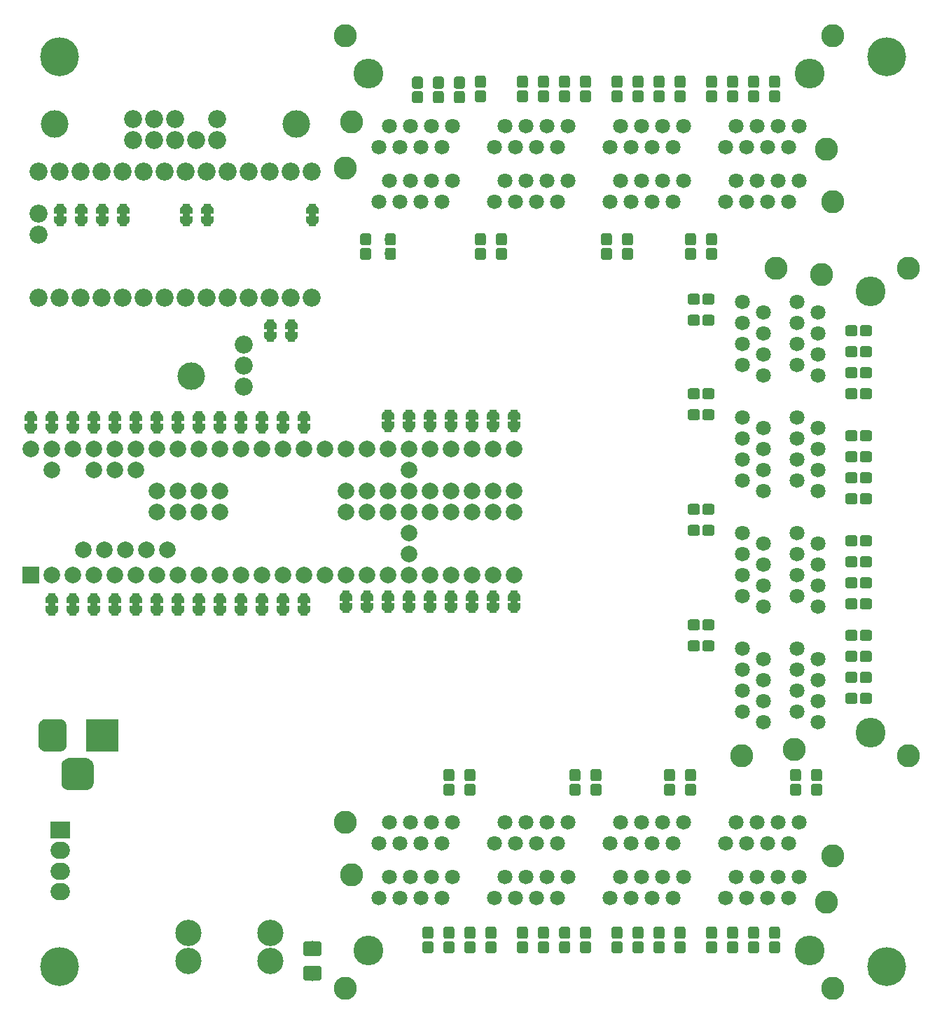
<source format=gbs>
G04 #@! TF.GenerationSoftware,KiCad,Pcbnew,(5.0.0-rc2-dev-444-g2974a2c10)*
G04 #@! TF.CreationDate,2018-08-08T23:01:06-07:00*
G04 #@! TF.ProjectId,mcu_board,6D63755F626F6172642E6B696361645F,rev?*
G04 #@! TF.SameCoordinates,Original*
G04 #@! TF.FileFunction,Soldermask,Bot*
G04 #@! TF.FilePolarity,Negative*
%FSLAX46Y46*%
G04 Gerber Fmt 4.6, Leading zero omitted, Abs format (unit mm)*
G04 Created by KiCad (PCBNEW (5.0.0-rc2-dev-444-g2974a2c10)) date 08/08/18 23:01:06*
%MOMM*%
%LPD*%
G01*
G04 APERTURE LIST*
%ADD10R,2.350000X2.100000*%
%ADD11O,2.350000X2.100000*%
%ADD12C,4.700000*%
%ADD13C,0.900000*%
%ADD14C,0.100000*%
%ADD15C,1.825000*%
%ADD16R,3.900000X3.900000*%
%ADD17C,3.400000*%
%ADD18C,3.900000*%
%ADD19C,3.180000*%
%ADD20C,1.350000*%
%ADD21C,3.321000*%
%ADD22C,2.178000*%
%ADD23C,1.808000*%
%ADD24C,2.800000*%
%ADD25C,3.600000*%
%ADD26C,2.000000*%
%ADD27R,2.000000X2.000000*%
G04 APERTURE END LIST*
D10*
X5080000Y-98440000D03*
D11*
X5080000Y-100940000D03*
X5080000Y-103440000D03*
X5080000Y-105940000D03*
D12*
X105000000Y-115000000D03*
X5000000Y-5000000D03*
X5000000Y-115000000D03*
X105000000Y-5000000D03*
D13*
X4051097Y-71854732D03*
D14*
G36*
X3601097Y-71354732D02*
X3601097Y-71154732D01*
X3751097Y-71154732D01*
X3751097Y-70954732D01*
X4351097Y-70954732D01*
X4351097Y-71154732D01*
X4501097Y-71154732D01*
X4501097Y-71354732D01*
X4801097Y-71354732D01*
X4801097Y-71854732D01*
X4800495Y-71854732D01*
X4800495Y-71879266D01*
X4795685Y-71928097D01*
X4786113Y-71976222D01*
X4771869Y-72023177D01*
X4753092Y-72068510D01*
X4729961Y-72111783D01*
X4702701Y-72152582D01*
X4671573Y-72190511D01*
X4636876Y-72225208D01*
X4598947Y-72256336D01*
X4558148Y-72283596D01*
X4514875Y-72306727D01*
X4501097Y-72312434D01*
X4501097Y-72554732D01*
X3601097Y-72554732D01*
X3601097Y-72312434D01*
X3587319Y-72306727D01*
X3544046Y-72283596D01*
X3503247Y-72256336D01*
X3465318Y-72225208D01*
X3430621Y-72190511D01*
X3399493Y-72152582D01*
X3372233Y-72111783D01*
X3349102Y-72068510D01*
X3330325Y-72023177D01*
X3316081Y-71976222D01*
X3306509Y-71928097D01*
X3301699Y-71879266D01*
X3301699Y-71854732D01*
X3301097Y-71854732D01*
X3301097Y-71354732D01*
X3601097Y-71354732D01*
X3601097Y-71354732D01*
G37*
D13*
X4051097Y-70554732D03*
D14*
G36*
X3301699Y-70554732D02*
X3301699Y-70530198D01*
X3306509Y-70481367D01*
X3316081Y-70433242D01*
X3330325Y-70386287D01*
X3349102Y-70340954D01*
X3372233Y-70297681D01*
X3399493Y-70256882D01*
X3430621Y-70218953D01*
X3465318Y-70184256D01*
X3503247Y-70153128D01*
X3544046Y-70125868D01*
X3587319Y-70102737D01*
X3601097Y-70097030D01*
X3601097Y-69854732D01*
X4501097Y-69854732D01*
X4501097Y-70097030D01*
X4514875Y-70102737D01*
X4558148Y-70125868D01*
X4598947Y-70153128D01*
X4636876Y-70184256D01*
X4671573Y-70218953D01*
X4702701Y-70256882D01*
X4729961Y-70297681D01*
X4753092Y-70340954D01*
X4771869Y-70386287D01*
X4786113Y-70433242D01*
X4795685Y-70481367D01*
X4800495Y-70530198D01*
X4800495Y-70554732D01*
X4801097Y-70554732D01*
X4801097Y-71054732D01*
X4501097Y-71054732D01*
X4501097Y-71254732D01*
X3601097Y-71254732D01*
X3601097Y-71054732D01*
X3301097Y-71054732D01*
X3301097Y-70554732D01*
X3301699Y-70554732D01*
X3301699Y-70554732D01*
G37*
D13*
X6591097Y-70554732D03*
D14*
G36*
X5841699Y-70554732D02*
X5841699Y-70530198D01*
X5846509Y-70481367D01*
X5856081Y-70433242D01*
X5870325Y-70386287D01*
X5889102Y-70340954D01*
X5912233Y-70297681D01*
X5939493Y-70256882D01*
X5970621Y-70218953D01*
X6005318Y-70184256D01*
X6043247Y-70153128D01*
X6084046Y-70125868D01*
X6127319Y-70102737D01*
X6141097Y-70097030D01*
X6141097Y-69854732D01*
X7041097Y-69854732D01*
X7041097Y-70097030D01*
X7054875Y-70102737D01*
X7098148Y-70125868D01*
X7138947Y-70153128D01*
X7176876Y-70184256D01*
X7211573Y-70218953D01*
X7242701Y-70256882D01*
X7269961Y-70297681D01*
X7293092Y-70340954D01*
X7311869Y-70386287D01*
X7326113Y-70433242D01*
X7335685Y-70481367D01*
X7340495Y-70530198D01*
X7340495Y-70554732D01*
X7341097Y-70554732D01*
X7341097Y-71054732D01*
X7041097Y-71054732D01*
X7041097Y-71254732D01*
X6141097Y-71254732D01*
X6141097Y-71054732D01*
X5841097Y-71054732D01*
X5841097Y-70554732D01*
X5841699Y-70554732D01*
X5841699Y-70554732D01*
G37*
D13*
X6591097Y-71854732D03*
D14*
G36*
X6141097Y-71354732D02*
X6141097Y-71154732D01*
X6291097Y-71154732D01*
X6291097Y-70954732D01*
X6891097Y-70954732D01*
X6891097Y-71154732D01*
X7041097Y-71154732D01*
X7041097Y-71354732D01*
X7341097Y-71354732D01*
X7341097Y-71854732D01*
X7340495Y-71854732D01*
X7340495Y-71879266D01*
X7335685Y-71928097D01*
X7326113Y-71976222D01*
X7311869Y-72023177D01*
X7293092Y-72068510D01*
X7269961Y-72111783D01*
X7242701Y-72152582D01*
X7211573Y-72190511D01*
X7176876Y-72225208D01*
X7138947Y-72256336D01*
X7098148Y-72283596D01*
X7054875Y-72306727D01*
X7041097Y-72312434D01*
X7041097Y-72554732D01*
X6141097Y-72554732D01*
X6141097Y-72312434D01*
X6127319Y-72306727D01*
X6084046Y-72283596D01*
X6043247Y-72256336D01*
X6005318Y-72225208D01*
X5970621Y-72190511D01*
X5939493Y-72152582D01*
X5912233Y-72111783D01*
X5889102Y-72068510D01*
X5870325Y-72023177D01*
X5856081Y-71976222D01*
X5846509Y-71928097D01*
X5841699Y-71879266D01*
X5841699Y-71854732D01*
X5841097Y-71854732D01*
X5841097Y-71354732D01*
X6141097Y-71354732D01*
X6141097Y-71354732D01*
G37*
D13*
X9131097Y-71854732D03*
D14*
G36*
X8681097Y-71354732D02*
X8681097Y-71154732D01*
X8831097Y-71154732D01*
X8831097Y-70954732D01*
X9431097Y-70954732D01*
X9431097Y-71154732D01*
X9581097Y-71154732D01*
X9581097Y-71354732D01*
X9881097Y-71354732D01*
X9881097Y-71854732D01*
X9880495Y-71854732D01*
X9880495Y-71879266D01*
X9875685Y-71928097D01*
X9866113Y-71976222D01*
X9851869Y-72023177D01*
X9833092Y-72068510D01*
X9809961Y-72111783D01*
X9782701Y-72152582D01*
X9751573Y-72190511D01*
X9716876Y-72225208D01*
X9678947Y-72256336D01*
X9638148Y-72283596D01*
X9594875Y-72306727D01*
X9581097Y-72312434D01*
X9581097Y-72554732D01*
X8681097Y-72554732D01*
X8681097Y-72312434D01*
X8667319Y-72306727D01*
X8624046Y-72283596D01*
X8583247Y-72256336D01*
X8545318Y-72225208D01*
X8510621Y-72190511D01*
X8479493Y-72152582D01*
X8452233Y-72111783D01*
X8429102Y-72068510D01*
X8410325Y-72023177D01*
X8396081Y-71976222D01*
X8386509Y-71928097D01*
X8381699Y-71879266D01*
X8381699Y-71854732D01*
X8381097Y-71854732D01*
X8381097Y-71354732D01*
X8681097Y-71354732D01*
X8681097Y-71354732D01*
G37*
D13*
X9131097Y-70554732D03*
D14*
G36*
X8381699Y-70554732D02*
X8381699Y-70530198D01*
X8386509Y-70481367D01*
X8396081Y-70433242D01*
X8410325Y-70386287D01*
X8429102Y-70340954D01*
X8452233Y-70297681D01*
X8479493Y-70256882D01*
X8510621Y-70218953D01*
X8545318Y-70184256D01*
X8583247Y-70153128D01*
X8624046Y-70125868D01*
X8667319Y-70102737D01*
X8681097Y-70097030D01*
X8681097Y-69854732D01*
X9581097Y-69854732D01*
X9581097Y-70097030D01*
X9594875Y-70102737D01*
X9638148Y-70125868D01*
X9678947Y-70153128D01*
X9716876Y-70184256D01*
X9751573Y-70218953D01*
X9782701Y-70256882D01*
X9809961Y-70297681D01*
X9833092Y-70340954D01*
X9851869Y-70386287D01*
X9866113Y-70433242D01*
X9875685Y-70481367D01*
X9880495Y-70530198D01*
X9880495Y-70554732D01*
X9881097Y-70554732D01*
X9881097Y-71054732D01*
X9581097Y-71054732D01*
X9581097Y-71254732D01*
X8681097Y-71254732D01*
X8681097Y-71054732D01*
X8381097Y-71054732D01*
X8381097Y-70554732D01*
X8381699Y-70554732D01*
X8381699Y-70554732D01*
G37*
D13*
X11671097Y-70554732D03*
D14*
G36*
X10921699Y-70554732D02*
X10921699Y-70530198D01*
X10926509Y-70481367D01*
X10936081Y-70433242D01*
X10950325Y-70386287D01*
X10969102Y-70340954D01*
X10992233Y-70297681D01*
X11019493Y-70256882D01*
X11050621Y-70218953D01*
X11085318Y-70184256D01*
X11123247Y-70153128D01*
X11164046Y-70125868D01*
X11207319Y-70102737D01*
X11221097Y-70097030D01*
X11221097Y-69854732D01*
X12121097Y-69854732D01*
X12121097Y-70097030D01*
X12134875Y-70102737D01*
X12178148Y-70125868D01*
X12218947Y-70153128D01*
X12256876Y-70184256D01*
X12291573Y-70218953D01*
X12322701Y-70256882D01*
X12349961Y-70297681D01*
X12373092Y-70340954D01*
X12391869Y-70386287D01*
X12406113Y-70433242D01*
X12415685Y-70481367D01*
X12420495Y-70530198D01*
X12420495Y-70554732D01*
X12421097Y-70554732D01*
X12421097Y-71054732D01*
X12121097Y-71054732D01*
X12121097Y-71254732D01*
X11221097Y-71254732D01*
X11221097Y-71054732D01*
X10921097Y-71054732D01*
X10921097Y-70554732D01*
X10921699Y-70554732D01*
X10921699Y-70554732D01*
G37*
D13*
X11671097Y-71854732D03*
D14*
G36*
X11221097Y-71354732D02*
X11221097Y-71154732D01*
X11371097Y-71154732D01*
X11371097Y-70954732D01*
X11971097Y-70954732D01*
X11971097Y-71154732D01*
X12121097Y-71154732D01*
X12121097Y-71354732D01*
X12421097Y-71354732D01*
X12421097Y-71854732D01*
X12420495Y-71854732D01*
X12420495Y-71879266D01*
X12415685Y-71928097D01*
X12406113Y-71976222D01*
X12391869Y-72023177D01*
X12373092Y-72068510D01*
X12349961Y-72111783D01*
X12322701Y-72152582D01*
X12291573Y-72190511D01*
X12256876Y-72225208D01*
X12218947Y-72256336D01*
X12178148Y-72283596D01*
X12134875Y-72306727D01*
X12121097Y-72312434D01*
X12121097Y-72554732D01*
X11221097Y-72554732D01*
X11221097Y-72312434D01*
X11207319Y-72306727D01*
X11164046Y-72283596D01*
X11123247Y-72256336D01*
X11085318Y-72225208D01*
X11050621Y-72190511D01*
X11019493Y-72152582D01*
X10992233Y-72111783D01*
X10969102Y-72068510D01*
X10950325Y-72023177D01*
X10936081Y-71976222D01*
X10926509Y-71928097D01*
X10921699Y-71879266D01*
X10921699Y-71854732D01*
X10921097Y-71854732D01*
X10921097Y-71354732D01*
X11221097Y-71354732D01*
X11221097Y-71354732D01*
G37*
D13*
X30480000Y-38750000D03*
D14*
G36*
X30030000Y-38250000D02*
X30030000Y-38050000D01*
X30180000Y-38050000D01*
X30180000Y-37850000D01*
X30780000Y-37850000D01*
X30780000Y-38050000D01*
X30930000Y-38050000D01*
X30930000Y-38250000D01*
X31230000Y-38250000D01*
X31230000Y-38750000D01*
X31229398Y-38750000D01*
X31229398Y-38774534D01*
X31224588Y-38823365D01*
X31215016Y-38871490D01*
X31200772Y-38918445D01*
X31181995Y-38963778D01*
X31158864Y-39007051D01*
X31131604Y-39047850D01*
X31100476Y-39085779D01*
X31065779Y-39120476D01*
X31027850Y-39151604D01*
X30987051Y-39178864D01*
X30943778Y-39201995D01*
X30930000Y-39207702D01*
X30930000Y-39450000D01*
X30030000Y-39450000D01*
X30030000Y-39207702D01*
X30016222Y-39201995D01*
X29972949Y-39178864D01*
X29932150Y-39151604D01*
X29894221Y-39120476D01*
X29859524Y-39085779D01*
X29828396Y-39047850D01*
X29801136Y-39007051D01*
X29778005Y-38963778D01*
X29759228Y-38918445D01*
X29744984Y-38871490D01*
X29735412Y-38823365D01*
X29730602Y-38774534D01*
X29730602Y-38750000D01*
X29730000Y-38750000D01*
X29730000Y-38250000D01*
X30030000Y-38250000D01*
X30030000Y-38250000D01*
G37*
D13*
X30480000Y-37450000D03*
D14*
G36*
X29730602Y-37450000D02*
X29730602Y-37425466D01*
X29735412Y-37376635D01*
X29744984Y-37328510D01*
X29759228Y-37281555D01*
X29778005Y-37236222D01*
X29801136Y-37192949D01*
X29828396Y-37152150D01*
X29859524Y-37114221D01*
X29894221Y-37079524D01*
X29932150Y-37048396D01*
X29972949Y-37021136D01*
X30016222Y-36998005D01*
X30030000Y-36992298D01*
X30030000Y-36750000D01*
X30930000Y-36750000D01*
X30930000Y-36992298D01*
X30943778Y-36998005D01*
X30987051Y-37021136D01*
X31027850Y-37048396D01*
X31065779Y-37079524D01*
X31100476Y-37114221D01*
X31131604Y-37152150D01*
X31158864Y-37192949D01*
X31181995Y-37236222D01*
X31200772Y-37281555D01*
X31215016Y-37328510D01*
X31224588Y-37376635D01*
X31229398Y-37425466D01*
X31229398Y-37450000D01*
X31230000Y-37450000D01*
X31230000Y-37950000D01*
X30930000Y-37950000D01*
X30930000Y-38150000D01*
X30030000Y-38150000D01*
X30030000Y-37950000D01*
X29730000Y-37950000D01*
X29730000Y-37450000D01*
X29730602Y-37450000D01*
X29730602Y-37450000D01*
G37*
D13*
X26911097Y-70554732D03*
D14*
G36*
X26161699Y-70554732D02*
X26161699Y-70530198D01*
X26166509Y-70481367D01*
X26176081Y-70433242D01*
X26190325Y-70386287D01*
X26209102Y-70340954D01*
X26232233Y-70297681D01*
X26259493Y-70256882D01*
X26290621Y-70218953D01*
X26325318Y-70184256D01*
X26363247Y-70153128D01*
X26404046Y-70125868D01*
X26447319Y-70102737D01*
X26461097Y-70097030D01*
X26461097Y-69854732D01*
X27361097Y-69854732D01*
X27361097Y-70097030D01*
X27374875Y-70102737D01*
X27418148Y-70125868D01*
X27458947Y-70153128D01*
X27496876Y-70184256D01*
X27531573Y-70218953D01*
X27562701Y-70256882D01*
X27589961Y-70297681D01*
X27613092Y-70340954D01*
X27631869Y-70386287D01*
X27646113Y-70433242D01*
X27655685Y-70481367D01*
X27660495Y-70530198D01*
X27660495Y-70554732D01*
X27661097Y-70554732D01*
X27661097Y-71054732D01*
X27361097Y-71054732D01*
X27361097Y-71254732D01*
X26461097Y-71254732D01*
X26461097Y-71054732D01*
X26161097Y-71054732D01*
X26161097Y-70554732D01*
X26161699Y-70554732D01*
X26161699Y-70554732D01*
G37*
D13*
X26911097Y-71854732D03*
D14*
G36*
X26461097Y-71354732D02*
X26461097Y-71154732D01*
X26611097Y-71154732D01*
X26611097Y-70954732D01*
X27211097Y-70954732D01*
X27211097Y-71154732D01*
X27361097Y-71154732D01*
X27361097Y-71354732D01*
X27661097Y-71354732D01*
X27661097Y-71854732D01*
X27660495Y-71854732D01*
X27660495Y-71879266D01*
X27655685Y-71928097D01*
X27646113Y-71976222D01*
X27631869Y-72023177D01*
X27613092Y-72068510D01*
X27589961Y-72111783D01*
X27562701Y-72152582D01*
X27531573Y-72190511D01*
X27496876Y-72225208D01*
X27458947Y-72256336D01*
X27418148Y-72283596D01*
X27374875Y-72306727D01*
X27361097Y-72312434D01*
X27361097Y-72554732D01*
X26461097Y-72554732D01*
X26461097Y-72312434D01*
X26447319Y-72306727D01*
X26404046Y-72283596D01*
X26363247Y-72256336D01*
X26325318Y-72225208D01*
X26290621Y-72190511D01*
X26259493Y-72152582D01*
X26232233Y-72111783D01*
X26209102Y-72068510D01*
X26190325Y-72023177D01*
X26176081Y-71976222D01*
X26166509Y-71928097D01*
X26161699Y-71879266D01*
X26161699Y-71854732D01*
X26161097Y-71854732D01*
X26161097Y-71354732D01*
X26461097Y-71354732D01*
X26461097Y-71354732D01*
G37*
D13*
X14211097Y-71854732D03*
D14*
G36*
X13761097Y-71354732D02*
X13761097Y-71154732D01*
X13911097Y-71154732D01*
X13911097Y-70954732D01*
X14511097Y-70954732D01*
X14511097Y-71154732D01*
X14661097Y-71154732D01*
X14661097Y-71354732D01*
X14961097Y-71354732D01*
X14961097Y-71854732D01*
X14960495Y-71854732D01*
X14960495Y-71879266D01*
X14955685Y-71928097D01*
X14946113Y-71976222D01*
X14931869Y-72023177D01*
X14913092Y-72068510D01*
X14889961Y-72111783D01*
X14862701Y-72152582D01*
X14831573Y-72190511D01*
X14796876Y-72225208D01*
X14758947Y-72256336D01*
X14718148Y-72283596D01*
X14674875Y-72306727D01*
X14661097Y-72312434D01*
X14661097Y-72554732D01*
X13761097Y-72554732D01*
X13761097Y-72312434D01*
X13747319Y-72306727D01*
X13704046Y-72283596D01*
X13663247Y-72256336D01*
X13625318Y-72225208D01*
X13590621Y-72190511D01*
X13559493Y-72152582D01*
X13532233Y-72111783D01*
X13509102Y-72068510D01*
X13490325Y-72023177D01*
X13476081Y-71976222D01*
X13466509Y-71928097D01*
X13461699Y-71879266D01*
X13461699Y-71854732D01*
X13461097Y-71854732D01*
X13461097Y-71354732D01*
X13761097Y-71354732D01*
X13761097Y-71354732D01*
G37*
D13*
X14211097Y-70554732D03*
D14*
G36*
X13461699Y-70554732D02*
X13461699Y-70530198D01*
X13466509Y-70481367D01*
X13476081Y-70433242D01*
X13490325Y-70386287D01*
X13509102Y-70340954D01*
X13532233Y-70297681D01*
X13559493Y-70256882D01*
X13590621Y-70218953D01*
X13625318Y-70184256D01*
X13663247Y-70153128D01*
X13704046Y-70125868D01*
X13747319Y-70102737D01*
X13761097Y-70097030D01*
X13761097Y-69854732D01*
X14661097Y-69854732D01*
X14661097Y-70097030D01*
X14674875Y-70102737D01*
X14718148Y-70125868D01*
X14758947Y-70153128D01*
X14796876Y-70184256D01*
X14831573Y-70218953D01*
X14862701Y-70256882D01*
X14889961Y-70297681D01*
X14913092Y-70340954D01*
X14931869Y-70386287D01*
X14946113Y-70433242D01*
X14955685Y-70481367D01*
X14960495Y-70530198D01*
X14960495Y-70554732D01*
X14961097Y-70554732D01*
X14961097Y-71054732D01*
X14661097Y-71054732D01*
X14661097Y-71254732D01*
X13761097Y-71254732D01*
X13761097Y-71054732D01*
X13461097Y-71054732D01*
X13461097Y-70554732D01*
X13461699Y-70554732D01*
X13461699Y-70554732D01*
G37*
D13*
X35560000Y-23480000D03*
D14*
G36*
X34810602Y-23480000D02*
X34810602Y-23455466D01*
X34815412Y-23406635D01*
X34824984Y-23358510D01*
X34839228Y-23311555D01*
X34858005Y-23266222D01*
X34881136Y-23222949D01*
X34908396Y-23182150D01*
X34939524Y-23144221D01*
X34974221Y-23109524D01*
X35012150Y-23078396D01*
X35052949Y-23051136D01*
X35096222Y-23028005D01*
X35110000Y-23022298D01*
X35110000Y-22780000D01*
X36010000Y-22780000D01*
X36010000Y-23022298D01*
X36023778Y-23028005D01*
X36067051Y-23051136D01*
X36107850Y-23078396D01*
X36145779Y-23109524D01*
X36180476Y-23144221D01*
X36211604Y-23182150D01*
X36238864Y-23222949D01*
X36261995Y-23266222D01*
X36280772Y-23311555D01*
X36295016Y-23358510D01*
X36304588Y-23406635D01*
X36309398Y-23455466D01*
X36309398Y-23480000D01*
X36310000Y-23480000D01*
X36310000Y-23980000D01*
X36010000Y-23980000D01*
X36010000Y-24180000D01*
X35110000Y-24180000D01*
X35110000Y-23980000D01*
X34810000Y-23980000D01*
X34810000Y-23480000D01*
X34810602Y-23480000D01*
X34810602Y-23480000D01*
G37*
D13*
X35560000Y-24780000D03*
D14*
G36*
X35110000Y-24280000D02*
X35110000Y-24080000D01*
X35260000Y-24080000D01*
X35260000Y-23880000D01*
X35860000Y-23880000D01*
X35860000Y-24080000D01*
X36010000Y-24080000D01*
X36010000Y-24280000D01*
X36310000Y-24280000D01*
X36310000Y-24780000D01*
X36309398Y-24780000D01*
X36309398Y-24804534D01*
X36304588Y-24853365D01*
X36295016Y-24901490D01*
X36280772Y-24948445D01*
X36261995Y-24993778D01*
X36238864Y-25037051D01*
X36211604Y-25077850D01*
X36180476Y-25115779D01*
X36145779Y-25150476D01*
X36107850Y-25181604D01*
X36067051Y-25208864D01*
X36023778Y-25231995D01*
X36010000Y-25237702D01*
X36010000Y-25480000D01*
X35110000Y-25480000D01*
X35110000Y-25237702D01*
X35096222Y-25231995D01*
X35052949Y-25208864D01*
X35012150Y-25181604D01*
X34974221Y-25150476D01*
X34939524Y-25115779D01*
X34908396Y-25077850D01*
X34881136Y-25037051D01*
X34858005Y-24993778D01*
X34839228Y-24948445D01*
X34824984Y-24901490D01*
X34815412Y-24853365D01*
X34810602Y-24804534D01*
X34810602Y-24780000D01*
X34810000Y-24780000D01*
X34810000Y-24280000D01*
X35110000Y-24280000D01*
X35110000Y-24280000D01*
G37*
D13*
X16751097Y-71854732D03*
D14*
G36*
X16301097Y-71354732D02*
X16301097Y-71154732D01*
X16451097Y-71154732D01*
X16451097Y-70954732D01*
X17051097Y-70954732D01*
X17051097Y-71154732D01*
X17201097Y-71154732D01*
X17201097Y-71354732D01*
X17501097Y-71354732D01*
X17501097Y-71854732D01*
X17500495Y-71854732D01*
X17500495Y-71879266D01*
X17495685Y-71928097D01*
X17486113Y-71976222D01*
X17471869Y-72023177D01*
X17453092Y-72068510D01*
X17429961Y-72111783D01*
X17402701Y-72152582D01*
X17371573Y-72190511D01*
X17336876Y-72225208D01*
X17298947Y-72256336D01*
X17258148Y-72283596D01*
X17214875Y-72306727D01*
X17201097Y-72312434D01*
X17201097Y-72554732D01*
X16301097Y-72554732D01*
X16301097Y-72312434D01*
X16287319Y-72306727D01*
X16244046Y-72283596D01*
X16203247Y-72256336D01*
X16165318Y-72225208D01*
X16130621Y-72190511D01*
X16099493Y-72152582D01*
X16072233Y-72111783D01*
X16049102Y-72068510D01*
X16030325Y-72023177D01*
X16016081Y-71976222D01*
X16006509Y-71928097D01*
X16001699Y-71879266D01*
X16001699Y-71854732D01*
X16001097Y-71854732D01*
X16001097Y-71354732D01*
X16301097Y-71354732D01*
X16301097Y-71354732D01*
G37*
D13*
X16751097Y-70554732D03*
D14*
G36*
X16001699Y-70554732D02*
X16001699Y-70530198D01*
X16006509Y-70481367D01*
X16016081Y-70433242D01*
X16030325Y-70386287D01*
X16049102Y-70340954D01*
X16072233Y-70297681D01*
X16099493Y-70256882D01*
X16130621Y-70218953D01*
X16165318Y-70184256D01*
X16203247Y-70153128D01*
X16244046Y-70125868D01*
X16287319Y-70102737D01*
X16301097Y-70097030D01*
X16301097Y-69854732D01*
X17201097Y-69854732D01*
X17201097Y-70097030D01*
X17214875Y-70102737D01*
X17258148Y-70125868D01*
X17298947Y-70153128D01*
X17336876Y-70184256D01*
X17371573Y-70218953D01*
X17402701Y-70256882D01*
X17429961Y-70297681D01*
X17453092Y-70340954D01*
X17471869Y-70386287D01*
X17486113Y-70433242D01*
X17495685Y-70481367D01*
X17500495Y-70530198D01*
X17500495Y-70554732D01*
X17501097Y-70554732D01*
X17501097Y-71054732D01*
X17201097Y-71054732D01*
X17201097Y-71254732D01*
X16301097Y-71254732D01*
X16301097Y-71054732D01*
X16001097Y-71054732D01*
X16001097Y-70554732D01*
X16001699Y-70554732D01*
X16001699Y-70554732D01*
G37*
D13*
X21831097Y-70554732D03*
D14*
G36*
X21081699Y-70554732D02*
X21081699Y-70530198D01*
X21086509Y-70481367D01*
X21096081Y-70433242D01*
X21110325Y-70386287D01*
X21129102Y-70340954D01*
X21152233Y-70297681D01*
X21179493Y-70256882D01*
X21210621Y-70218953D01*
X21245318Y-70184256D01*
X21283247Y-70153128D01*
X21324046Y-70125868D01*
X21367319Y-70102737D01*
X21381097Y-70097030D01*
X21381097Y-69854732D01*
X22281097Y-69854732D01*
X22281097Y-70097030D01*
X22294875Y-70102737D01*
X22338148Y-70125868D01*
X22378947Y-70153128D01*
X22416876Y-70184256D01*
X22451573Y-70218953D01*
X22482701Y-70256882D01*
X22509961Y-70297681D01*
X22533092Y-70340954D01*
X22551869Y-70386287D01*
X22566113Y-70433242D01*
X22575685Y-70481367D01*
X22580495Y-70530198D01*
X22580495Y-70554732D01*
X22581097Y-70554732D01*
X22581097Y-71054732D01*
X22281097Y-71054732D01*
X22281097Y-71254732D01*
X21381097Y-71254732D01*
X21381097Y-71054732D01*
X21081097Y-71054732D01*
X21081097Y-70554732D01*
X21081699Y-70554732D01*
X21081699Y-70554732D01*
G37*
D13*
X21831097Y-71854732D03*
D14*
G36*
X21381097Y-71354732D02*
X21381097Y-71154732D01*
X21531097Y-71154732D01*
X21531097Y-70954732D01*
X22131097Y-70954732D01*
X22131097Y-71154732D01*
X22281097Y-71154732D01*
X22281097Y-71354732D01*
X22581097Y-71354732D01*
X22581097Y-71854732D01*
X22580495Y-71854732D01*
X22580495Y-71879266D01*
X22575685Y-71928097D01*
X22566113Y-71976222D01*
X22551869Y-72023177D01*
X22533092Y-72068510D01*
X22509961Y-72111783D01*
X22482701Y-72152582D01*
X22451573Y-72190511D01*
X22416876Y-72225208D01*
X22378947Y-72256336D01*
X22338148Y-72283596D01*
X22294875Y-72306727D01*
X22281097Y-72312434D01*
X22281097Y-72554732D01*
X21381097Y-72554732D01*
X21381097Y-72312434D01*
X21367319Y-72306727D01*
X21324046Y-72283596D01*
X21283247Y-72256336D01*
X21245318Y-72225208D01*
X21210621Y-72190511D01*
X21179493Y-72152582D01*
X21152233Y-72111783D01*
X21129102Y-72068510D01*
X21110325Y-72023177D01*
X21096081Y-71976222D01*
X21086509Y-71928097D01*
X21081699Y-71879266D01*
X21081699Y-71854732D01*
X21081097Y-71854732D01*
X21081097Y-71354732D01*
X21381097Y-71354732D01*
X21381097Y-71354732D01*
G37*
D13*
X24371097Y-71854732D03*
D14*
G36*
X23921097Y-71354732D02*
X23921097Y-71154732D01*
X24071097Y-71154732D01*
X24071097Y-70954732D01*
X24671097Y-70954732D01*
X24671097Y-71154732D01*
X24821097Y-71154732D01*
X24821097Y-71354732D01*
X25121097Y-71354732D01*
X25121097Y-71854732D01*
X25120495Y-71854732D01*
X25120495Y-71879266D01*
X25115685Y-71928097D01*
X25106113Y-71976222D01*
X25091869Y-72023177D01*
X25073092Y-72068510D01*
X25049961Y-72111783D01*
X25022701Y-72152582D01*
X24991573Y-72190511D01*
X24956876Y-72225208D01*
X24918947Y-72256336D01*
X24878148Y-72283596D01*
X24834875Y-72306727D01*
X24821097Y-72312434D01*
X24821097Y-72554732D01*
X23921097Y-72554732D01*
X23921097Y-72312434D01*
X23907319Y-72306727D01*
X23864046Y-72283596D01*
X23823247Y-72256336D01*
X23785318Y-72225208D01*
X23750621Y-72190511D01*
X23719493Y-72152582D01*
X23692233Y-72111783D01*
X23669102Y-72068510D01*
X23650325Y-72023177D01*
X23636081Y-71976222D01*
X23626509Y-71928097D01*
X23621699Y-71879266D01*
X23621699Y-71854732D01*
X23621097Y-71854732D01*
X23621097Y-71354732D01*
X23921097Y-71354732D01*
X23921097Y-71354732D01*
G37*
D13*
X24371097Y-70554732D03*
D14*
G36*
X23621699Y-70554732D02*
X23621699Y-70530198D01*
X23626509Y-70481367D01*
X23636081Y-70433242D01*
X23650325Y-70386287D01*
X23669102Y-70340954D01*
X23692233Y-70297681D01*
X23719493Y-70256882D01*
X23750621Y-70218953D01*
X23785318Y-70184256D01*
X23823247Y-70153128D01*
X23864046Y-70125868D01*
X23907319Y-70102737D01*
X23921097Y-70097030D01*
X23921097Y-69854732D01*
X24821097Y-69854732D01*
X24821097Y-70097030D01*
X24834875Y-70102737D01*
X24878148Y-70125868D01*
X24918947Y-70153128D01*
X24956876Y-70184256D01*
X24991573Y-70218953D01*
X25022701Y-70256882D01*
X25049961Y-70297681D01*
X25073092Y-70340954D01*
X25091869Y-70386287D01*
X25106113Y-70433242D01*
X25115685Y-70481367D01*
X25120495Y-70530198D01*
X25120495Y-70554732D01*
X25121097Y-70554732D01*
X25121097Y-71054732D01*
X24821097Y-71054732D01*
X24821097Y-71254732D01*
X23921097Y-71254732D01*
X23921097Y-71054732D01*
X23621097Y-71054732D01*
X23621097Y-70554732D01*
X23621699Y-70554732D01*
X23621699Y-70554732D01*
G37*
D13*
X29451097Y-71854732D03*
D14*
G36*
X29001097Y-71354732D02*
X29001097Y-71154732D01*
X29151097Y-71154732D01*
X29151097Y-70954732D01*
X29751097Y-70954732D01*
X29751097Y-71154732D01*
X29901097Y-71154732D01*
X29901097Y-71354732D01*
X30201097Y-71354732D01*
X30201097Y-71854732D01*
X30200495Y-71854732D01*
X30200495Y-71879266D01*
X30195685Y-71928097D01*
X30186113Y-71976222D01*
X30171869Y-72023177D01*
X30153092Y-72068510D01*
X30129961Y-72111783D01*
X30102701Y-72152582D01*
X30071573Y-72190511D01*
X30036876Y-72225208D01*
X29998947Y-72256336D01*
X29958148Y-72283596D01*
X29914875Y-72306727D01*
X29901097Y-72312434D01*
X29901097Y-72554732D01*
X29001097Y-72554732D01*
X29001097Y-72312434D01*
X28987319Y-72306727D01*
X28944046Y-72283596D01*
X28903247Y-72256336D01*
X28865318Y-72225208D01*
X28830621Y-72190511D01*
X28799493Y-72152582D01*
X28772233Y-72111783D01*
X28749102Y-72068510D01*
X28730325Y-72023177D01*
X28716081Y-71976222D01*
X28706509Y-71928097D01*
X28701699Y-71879266D01*
X28701699Y-71854732D01*
X28701097Y-71854732D01*
X28701097Y-71354732D01*
X29001097Y-71354732D01*
X29001097Y-71354732D01*
G37*
D13*
X29451097Y-70554732D03*
D14*
G36*
X28701699Y-70554732D02*
X28701699Y-70530198D01*
X28706509Y-70481367D01*
X28716081Y-70433242D01*
X28730325Y-70386287D01*
X28749102Y-70340954D01*
X28772233Y-70297681D01*
X28799493Y-70256882D01*
X28830621Y-70218953D01*
X28865318Y-70184256D01*
X28903247Y-70153128D01*
X28944046Y-70125868D01*
X28987319Y-70102737D01*
X29001097Y-70097030D01*
X29001097Y-69854732D01*
X29901097Y-69854732D01*
X29901097Y-70097030D01*
X29914875Y-70102737D01*
X29958148Y-70125868D01*
X29998947Y-70153128D01*
X30036876Y-70184256D01*
X30071573Y-70218953D01*
X30102701Y-70256882D01*
X30129961Y-70297681D01*
X30153092Y-70340954D01*
X30171869Y-70386287D01*
X30186113Y-70433242D01*
X30195685Y-70481367D01*
X30200495Y-70530198D01*
X30200495Y-70554732D01*
X30201097Y-70554732D01*
X30201097Y-71054732D01*
X29901097Y-71054732D01*
X29901097Y-71254732D01*
X29001097Y-71254732D01*
X29001097Y-71054732D01*
X28701097Y-71054732D01*
X28701097Y-70554732D01*
X28701699Y-70554732D01*
X28701699Y-70554732D01*
G37*
D13*
X31991097Y-70554732D03*
D14*
G36*
X31241699Y-70554732D02*
X31241699Y-70530198D01*
X31246509Y-70481367D01*
X31256081Y-70433242D01*
X31270325Y-70386287D01*
X31289102Y-70340954D01*
X31312233Y-70297681D01*
X31339493Y-70256882D01*
X31370621Y-70218953D01*
X31405318Y-70184256D01*
X31443247Y-70153128D01*
X31484046Y-70125868D01*
X31527319Y-70102737D01*
X31541097Y-70097030D01*
X31541097Y-69854732D01*
X32441097Y-69854732D01*
X32441097Y-70097030D01*
X32454875Y-70102737D01*
X32498148Y-70125868D01*
X32538947Y-70153128D01*
X32576876Y-70184256D01*
X32611573Y-70218953D01*
X32642701Y-70256882D01*
X32669961Y-70297681D01*
X32693092Y-70340954D01*
X32711869Y-70386287D01*
X32726113Y-70433242D01*
X32735685Y-70481367D01*
X32740495Y-70530198D01*
X32740495Y-70554732D01*
X32741097Y-70554732D01*
X32741097Y-71054732D01*
X32441097Y-71054732D01*
X32441097Y-71254732D01*
X31541097Y-71254732D01*
X31541097Y-71054732D01*
X31241097Y-71054732D01*
X31241097Y-70554732D01*
X31241699Y-70554732D01*
X31241699Y-70554732D01*
G37*
D13*
X31991097Y-71854732D03*
D14*
G36*
X31541097Y-71354732D02*
X31541097Y-71154732D01*
X31691097Y-71154732D01*
X31691097Y-70954732D01*
X32291097Y-70954732D01*
X32291097Y-71154732D01*
X32441097Y-71154732D01*
X32441097Y-71354732D01*
X32741097Y-71354732D01*
X32741097Y-71854732D01*
X32740495Y-71854732D01*
X32740495Y-71879266D01*
X32735685Y-71928097D01*
X32726113Y-71976222D01*
X32711869Y-72023177D01*
X32693092Y-72068510D01*
X32669961Y-72111783D01*
X32642701Y-72152582D01*
X32611573Y-72190511D01*
X32576876Y-72225208D01*
X32538947Y-72256336D01*
X32498148Y-72283596D01*
X32454875Y-72306727D01*
X32441097Y-72312434D01*
X32441097Y-72554732D01*
X31541097Y-72554732D01*
X31541097Y-72312434D01*
X31527319Y-72306727D01*
X31484046Y-72283596D01*
X31443247Y-72256336D01*
X31405318Y-72225208D01*
X31370621Y-72190511D01*
X31339493Y-72152582D01*
X31312233Y-72111783D01*
X31289102Y-72068510D01*
X31270325Y-72023177D01*
X31256081Y-71976222D01*
X31246509Y-71928097D01*
X31241699Y-71879266D01*
X31241699Y-71854732D01*
X31241097Y-71854732D01*
X31241097Y-71354732D01*
X31541097Y-71354732D01*
X31541097Y-71354732D01*
G37*
D13*
X39611097Y-70248470D03*
D14*
G36*
X38861699Y-70248470D02*
X38861699Y-70223936D01*
X38866509Y-70175105D01*
X38876081Y-70126980D01*
X38890325Y-70080025D01*
X38909102Y-70034692D01*
X38932233Y-69991419D01*
X38959493Y-69950620D01*
X38990621Y-69912691D01*
X39025318Y-69877994D01*
X39063247Y-69846866D01*
X39104046Y-69819606D01*
X39147319Y-69796475D01*
X39161097Y-69790768D01*
X39161097Y-69548470D01*
X40061097Y-69548470D01*
X40061097Y-69790768D01*
X40074875Y-69796475D01*
X40118148Y-69819606D01*
X40158947Y-69846866D01*
X40196876Y-69877994D01*
X40231573Y-69912691D01*
X40262701Y-69950620D01*
X40289961Y-69991419D01*
X40313092Y-70034692D01*
X40331869Y-70080025D01*
X40346113Y-70126980D01*
X40355685Y-70175105D01*
X40360495Y-70223936D01*
X40360495Y-70248470D01*
X40361097Y-70248470D01*
X40361097Y-70748470D01*
X40061097Y-70748470D01*
X40061097Y-70948470D01*
X39161097Y-70948470D01*
X39161097Y-70748470D01*
X38861097Y-70748470D01*
X38861097Y-70248470D01*
X38861699Y-70248470D01*
X38861699Y-70248470D01*
G37*
D13*
X39611097Y-71548470D03*
D14*
G36*
X39161097Y-71048470D02*
X39161097Y-70848470D01*
X39311097Y-70848470D01*
X39311097Y-70648470D01*
X39911097Y-70648470D01*
X39911097Y-70848470D01*
X40061097Y-70848470D01*
X40061097Y-71048470D01*
X40361097Y-71048470D01*
X40361097Y-71548470D01*
X40360495Y-71548470D01*
X40360495Y-71573004D01*
X40355685Y-71621835D01*
X40346113Y-71669960D01*
X40331869Y-71716915D01*
X40313092Y-71762248D01*
X40289961Y-71805521D01*
X40262701Y-71846320D01*
X40231573Y-71884249D01*
X40196876Y-71918946D01*
X40158947Y-71950074D01*
X40118148Y-71977334D01*
X40074875Y-72000465D01*
X40061097Y-72006172D01*
X40061097Y-72248470D01*
X39161097Y-72248470D01*
X39161097Y-72006172D01*
X39147319Y-72000465D01*
X39104046Y-71977334D01*
X39063247Y-71950074D01*
X39025318Y-71918946D01*
X38990621Y-71884249D01*
X38959493Y-71846320D01*
X38932233Y-71805521D01*
X38909102Y-71762248D01*
X38890325Y-71716915D01*
X38876081Y-71669960D01*
X38866509Y-71621835D01*
X38861699Y-71573004D01*
X38861699Y-71548470D01*
X38861097Y-71548470D01*
X38861097Y-71048470D01*
X39161097Y-71048470D01*
X39161097Y-71048470D01*
G37*
D13*
X42151097Y-71548470D03*
D14*
G36*
X41701097Y-71048470D02*
X41701097Y-70848470D01*
X41851097Y-70848470D01*
X41851097Y-70648470D01*
X42451097Y-70648470D01*
X42451097Y-70848470D01*
X42601097Y-70848470D01*
X42601097Y-71048470D01*
X42901097Y-71048470D01*
X42901097Y-71548470D01*
X42900495Y-71548470D01*
X42900495Y-71573004D01*
X42895685Y-71621835D01*
X42886113Y-71669960D01*
X42871869Y-71716915D01*
X42853092Y-71762248D01*
X42829961Y-71805521D01*
X42802701Y-71846320D01*
X42771573Y-71884249D01*
X42736876Y-71918946D01*
X42698947Y-71950074D01*
X42658148Y-71977334D01*
X42614875Y-72000465D01*
X42601097Y-72006172D01*
X42601097Y-72248470D01*
X41701097Y-72248470D01*
X41701097Y-72006172D01*
X41687319Y-72000465D01*
X41644046Y-71977334D01*
X41603247Y-71950074D01*
X41565318Y-71918946D01*
X41530621Y-71884249D01*
X41499493Y-71846320D01*
X41472233Y-71805521D01*
X41449102Y-71762248D01*
X41430325Y-71716915D01*
X41416081Y-71669960D01*
X41406509Y-71621835D01*
X41401699Y-71573004D01*
X41401699Y-71548470D01*
X41401097Y-71548470D01*
X41401097Y-71048470D01*
X41701097Y-71048470D01*
X41701097Y-71048470D01*
G37*
D13*
X42151097Y-70248470D03*
D14*
G36*
X41401699Y-70248470D02*
X41401699Y-70223936D01*
X41406509Y-70175105D01*
X41416081Y-70126980D01*
X41430325Y-70080025D01*
X41449102Y-70034692D01*
X41472233Y-69991419D01*
X41499493Y-69950620D01*
X41530621Y-69912691D01*
X41565318Y-69877994D01*
X41603247Y-69846866D01*
X41644046Y-69819606D01*
X41687319Y-69796475D01*
X41701097Y-69790768D01*
X41701097Y-69548470D01*
X42601097Y-69548470D01*
X42601097Y-69790768D01*
X42614875Y-69796475D01*
X42658148Y-69819606D01*
X42698947Y-69846866D01*
X42736876Y-69877994D01*
X42771573Y-69912691D01*
X42802701Y-69950620D01*
X42829961Y-69991419D01*
X42853092Y-70034692D01*
X42871869Y-70080025D01*
X42886113Y-70126980D01*
X42895685Y-70175105D01*
X42900495Y-70223936D01*
X42900495Y-70248470D01*
X42901097Y-70248470D01*
X42901097Y-70748470D01*
X42601097Y-70748470D01*
X42601097Y-70948470D01*
X41701097Y-70948470D01*
X41701097Y-70748470D01*
X41401097Y-70748470D01*
X41401097Y-70248470D01*
X41401699Y-70248470D01*
X41401699Y-70248470D01*
G37*
D13*
X34531097Y-48526934D03*
D14*
G36*
X34981097Y-49026934D02*
X34981097Y-49226934D01*
X34831097Y-49226934D01*
X34831097Y-49426934D01*
X34231097Y-49426934D01*
X34231097Y-49226934D01*
X34081097Y-49226934D01*
X34081097Y-49026934D01*
X33781097Y-49026934D01*
X33781097Y-48526934D01*
X33781699Y-48526934D01*
X33781699Y-48502400D01*
X33786509Y-48453569D01*
X33796081Y-48405444D01*
X33810325Y-48358489D01*
X33829102Y-48313156D01*
X33852233Y-48269883D01*
X33879493Y-48229084D01*
X33910621Y-48191155D01*
X33945318Y-48156458D01*
X33983247Y-48125330D01*
X34024046Y-48098070D01*
X34067319Y-48074939D01*
X34081097Y-48069232D01*
X34081097Y-47826934D01*
X34981097Y-47826934D01*
X34981097Y-48069232D01*
X34994875Y-48074939D01*
X35038148Y-48098070D01*
X35078947Y-48125330D01*
X35116876Y-48156458D01*
X35151573Y-48191155D01*
X35182701Y-48229084D01*
X35209961Y-48269883D01*
X35233092Y-48313156D01*
X35251869Y-48358489D01*
X35266113Y-48405444D01*
X35275685Y-48453569D01*
X35280495Y-48502400D01*
X35280495Y-48526934D01*
X35281097Y-48526934D01*
X35281097Y-49026934D01*
X34981097Y-49026934D01*
X34981097Y-49026934D01*
G37*
D13*
X34531097Y-49826934D03*
D14*
G36*
X35280495Y-49826934D02*
X35280495Y-49851468D01*
X35275685Y-49900299D01*
X35266113Y-49948424D01*
X35251869Y-49995379D01*
X35233092Y-50040712D01*
X35209961Y-50083985D01*
X35182701Y-50124784D01*
X35151573Y-50162713D01*
X35116876Y-50197410D01*
X35078947Y-50228538D01*
X35038148Y-50255798D01*
X34994875Y-50278929D01*
X34981097Y-50284636D01*
X34981097Y-50526934D01*
X34081097Y-50526934D01*
X34081097Y-50284636D01*
X34067319Y-50278929D01*
X34024046Y-50255798D01*
X33983247Y-50228538D01*
X33945318Y-50197410D01*
X33910621Y-50162713D01*
X33879493Y-50124784D01*
X33852233Y-50083985D01*
X33829102Y-50040712D01*
X33810325Y-49995379D01*
X33796081Y-49948424D01*
X33786509Y-49900299D01*
X33781699Y-49851468D01*
X33781699Y-49826934D01*
X33781097Y-49826934D01*
X33781097Y-49326934D01*
X34081097Y-49326934D01*
X34081097Y-49126934D01*
X34981097Y-49126934D01*
X34981097Y-49326934D01*
X35281097Y-49326934D01*
X35281097Y-49826934D01*
X35280495Y-49826934D01*
X35280495Y-49826934D01*
G37*
D13*
X57391097Y-70248470D03*
D14*
G36*
X56641699Y-70248470D02*
X56641699Y-70223936D01*
X56646509Y-70175105D01*
X56656081Y-70126980D01*
X56670325Y-70080025D01*
X56689102Y-70034692D01*
X56712233Y-69991419D01*
X56739493Y-69950620D01*
X56770621Y-69912691D01*
X56805318Y-69877994D01*
X56843247Y-69846866D01*
X56884046Y-69819606D01*
X56927319Y-69796475D01*
X56941097Y-69790768D01*
X56941097Y-69548470D01*
X57841097Y-69548470D01*
X57841097Y-69790768D01*
X57854875Y-69796475D01*
X57898148Y-69819606D01*
X57938947Y-69846866D01*
X57976876Y-69877994D01*
X58011573Y-69912691D01*
X58042701Y-69950620D01*
X58069961Y-69991419D01*
X58093092Y-70034692D01*
X58111869Y-70080025D01*
X58126113Y-70126980D01*
X58135685Y-70175105D01*
X58140495Y-70223936D01*
X58140495Y-70248470D01*
X58141097Y-70248470D01*
X58141097Y-70748470D01*
X57841097Y-70748470D01*
X57841097Y-70948470D01*
X56941097Y-70948470D01*
X56941097Y-70748470D01*
X56641097Y-70748470D01*
X56641097Y-70248470D01*
X56641699Y-70248470D01*
X56641699Y-70248470D01*
G37*
D13*
X57391097Y-71548470D03*
D14*
G36*
X56941097Y-71048470D02*
X56941097Y-70848470D01*
X57091097Y-70848470D01*
X57091097Y-70648470D01*
X57691097Y-70648470D01*
X57691097Y-70848470D01*
X57841097Y-70848470D01*
X57841097Y-71048470D01*
X58141097Y-71048470D01*
X58141097Y-71548470D01*
X58140495Y-71548470D01*
X58140495Y-71573004D01*
X58135685Y-71621835D01*
X58126113Y-71669960D01*
X58111869Y-71716915D01*
X58093092Y-71762248D01*
X58069961Y-71805521D01*
X58042701Y-71846320D01*
X58011573Y-71884249D01*
X57976876Y-71918946D01*
X57938947Y-71950074D01*
X57898148Y-71977334D01*
X57854875Y-72000465D01*
X57841097Y-72006172D01*
X57841097Y-72248470D01*
X56941097Y-72248470D01*
X56941097Y-72006172D01*
X56927319Y-72000465D01*
X56884046Y-71977334D01*
X56843247Y-71950074D01*
X56805318Y-71918946D01*
X56770621Y-71884249D01*
X56739493Y-71846320D01*
X56712233Y-71805521D01*
X56689102Y-71762248D01*
X56670325Y-71716915D01*
X56656081Y-71669960D01*
X56646509Y-71621835D01*
X56641699Y-71573004D01*
X56641699Y-71548470D01*
X56641097Y-71548470D01*
X56641097Y-71048470D01*
X56941097Y-71048470D01*
X56941097Y-71048470D01*
G37*
D13*
X59931097Y-71548470D03*
D14*
G36*
X59481097Y-71048470D02*
X59481097Y-70848470D01*
X59631097Y-70848470D01*
X59631097Y-70648470D01*
X60231097Y-70648470D01*
X60231097Y-70848470D01*
X60381097Y-70848470D01*
X60381097Y-71048470D01*
X60681097Y-71048470D01*
X60681097Y-71548470D01*
X60680495Y-71548470D01*
X60680495Y-71573004D01*
X60675685Y-71621835D01*
X60666113Y-71669960D01*
X60651869Y-71716915D01*
X60633092Y-71762248D01*
X60609961Y-71805521D01*
X60582701Y-71846320D01*
X60551573Y-71884249D01*
X60516876Y-71918946D01*
X60478947Y-71950074D01*
X60438148Y-71977334D01*
X60394875Y-72000465D01*
X60381097Y-72006172D01*
X60381097Y-72248470D01*
X59481097Y-72248470D01*
X59481097Y-72006172D01*
X59467319Y-72000465D01*
X59424046Y-71977334D01*
X59383247Y-71950074D01*
X59345318Y-71918946D01*
X59310621Y-71884249D01*
X59279493Y-71846320D01*
X59252233Y-71805521D01*
X59229102Y-71762248D01*
X59210325Y-71716915D01*
X59196081Y-71669960D01*
X59186509Y-71621835D01*
X59181699Y-71573004D01*
X59181699Y-71548470D01*
X59181097Y-71548470D01*
X59181097Y-71048470D01*
X59481097Y-71048470D01*
X59481097Y-71048470D01*
G37*
D13*
X59931097Y-70248470D03*
D14*
G36*
X59181699Y-70248470D02*
X59181699Y-70223936D01*
X59186509Y-70175105D01*
X59196081Y-70126980D01*
X59210325Y-70080025D01*
X59229102Y-70034692D01*
X59252233Y-69991419D01*
X59279493Y-69950620D01*
X59310621Y-69912691D01*
X59345318Y-69877994D01*
X59383247Y-69846866D01*
X59424046Y-69819606D01*
X59467319Y-69796475D01*
X59481097Y-69790768D01*
X59481097Y-69548470D01*
X60381097Y-69548470D01*
X60381097Y-69790768D01*
X60394875Y-69796475D01*
X60438148Y-69819606D01*
X60478947Y-69846866D01*
X60516876Y-69877994D01*
X60551573Y-69912691D01*
X60582701Y-69950620D01*
X60609961Y-69991419D01*
X60633092Y-70034692D01*
X60651869Y-70080025D01*
X60666113Y-70126980D01*
X60675685Y-70175105D01*
X60680495Y-70223936D01*
X60680495Y-70248470D01*
X60681097Y-70248470D01*
X60681097Y-70748470D01*
X60381097Y-70748470D01*
X60381097Y-70948470D01*
X59481097Y-70948470D01*
X59481097Y-70748470D01*
X59181097Y-70748470D01*
X59181097Y-70248470D01*
X59181699Y-70248470D01*
X59181699Y-70248470D01*
G37*
D13*
X59931097Y-49636732D03*
D14*
G36*
X60680495Y-49636732D02*
X60680495Y-49661266D01*
X60675685Y-49710097D01*
X60666113Y-49758222D01*
X60651869Y-49805177D01*
X60633092Y-49850510D01*
X60609961Y-49893783D01*
X60582701Y-49934582D01*
X60551573Y-49972511D01*
X60516876Y-50007208D01*
X60478947Y-50038336D01*
X60438148Y-50065596D01*
X60394875Y-50088727D01*
X60381097Y-50094434D01*
X60381097Y-50336732D01*
X59481097Y-50336732D01*
X59481097Y-50094434D01*
X59467319Y-50088727D01*
X59424046Y-50065596D01*
X59383247Y-50038336D01*
X59345318Y-50007208D01*
X59310621Y-49972511D01*
X59279493Y-49934582D01*
X59252233Y-49893783D01*
X59229102Y-49850510D01*
X59210325Y-49805177D01*
X59196081Y-49758222D01*
X59186509Y-49710097D01*
X59181699Y-49661266D01*
X59181699Y-49636732D01*
X59181097Y-49636732D01*
X59181097Y-49136732D01*
X59481097Y-49136732D01*
X59481097Y-48936732D01*
X60381097Y-48936732D01*
X60381097Y-49136732D01*
X60681097Y-49136732D01*
X60681097Y-49636732D01*
X60680495Y-49636732D01*
X60680495Y-49636732D01*
G37*
D13*
X59931097Y-48336732D03*
D14*
G36*
X60381097Y-48836732D02*
X60381097Y-49036732D01*
X60231097Y-49036732D01*
X60231097Y-49236732D01*
X59631097Y-49236732D01*
X59631097Y-49036732D01*
X59481097Y-49036732D01*
X59481097Y-48836732D01*
X59181097Y-48836732D01*
X59181097Y-48336732D01*
X59181699Y-48336732D01*
X59181699Y-48312198D01*
X59186509Y-48263367D01*
X59196081Y-48215242D01*
X59210325Y-48168287D01*
X59229102Y-48122954D01*
X59252233Y-48079681D01*
X59279493Y-48038882D01*
X59310621Y-48000953D01*
X59345318Y-47966256D01*
X59383247Y-47935128D01*
X59424046Y-47907868D01*
X59467319Y-47884737D01*
X59481097Y-47879030D01*
X59481097Y-47636732D01*
X60381097Y-47636732D01*
X60381097Y-47879030D01*
X60394875Y-47884737D01*
X60438148Y-47907868D01*
X60478947Y-47935128D01*
X60516876Y-47966256D01*
X60551573Y-48000953D01*
X60582701Y-48038882D01*
X60609961Y-48079681D01*
X60633092Y-48122954D01*
X60651869Y-48168287D01*
X60666113Y-48215242D01*
X60675685Y-48263367D01*
X60680495Y-48312198D01*
X60680495Y-48336732D01*
X60681097Y-48336732D01*
X60681097Y-48836732D01*
X60381097Y-48836732D01*
X60381097Y-48836732D01*
G37*
D13*
X57391097Y-48336732D03*
D14*
G36*
X57841097Y-48836732D02*
X57841097Y-49036732D01*
X57691097Y-49036732D01*
X57691097Y-49236732D01*
X57091097Y-49236732D01*
X57091097Y-49036732D01*
X56941097Y-49036732D01*
X56941097Y-48836732D01*
X56641097Y-48836732D01*
X56641097Y-48336732D01*
X56641699Y-48336732D01*
X56641699Y-48312198D01*
X56646509Y-48263367D01*
X56656081Y-48215242D01*
X56670325Y-48168287D01*
X56689102Y-48122954D01*
X56712233Y-48079681D01*
X56739493Y-48038882D01*
X56770621Y-48000953D01*
X56805318Y-47966256D01*
X56843247Y-47935128D01*
X56884046Y-47907868D01*
X56927319Y-47884737D01*
X56941097Y-47879030D01*
X56941097Y-47636732D01*
X57841097Y-47636732D01*
X57841097Y-47879030D01*
X57854875Y-47884737D01*
X57898148Y-47907868D01*
X57938947Y-47935128D01*
X57976876Y-47966256D01*
X58011573Y-48000953D01*
X58042701Y-48038882D01*
X58069961Y-48079681D01*
X58093092Y-48122954D01*
X58111869Y-48168287D01*
X58126113Y-48215242D01*
X58135685Y-48263367D01*
X58140495Y-48312198D01*
X58140495Y-48336732D01*
X58141097Y-48336732D01*
X58141097Y-48836732D01*
X57841097Y-48836732D01*
X57841097Y-48836732D01*
G37*
D13*
X57391097Y-49636732D03*
D14*
G36*
X58140495Y-49636732D02*
X58140495Y-49661266D01*
X58135685Y-49710097D01*
X58126113Y-49758222D01*
X58111869Y-49805177D01*
X58093092Y-49850510D01*
X58069961Y-49893783D01*
X58042701Y-49934582D01*
X58011573Y-49972511D01*
X57976876Y-50007208D01*
X57938947Y-50038336D01*
X57898148Y-50065596D01*
X57854875Y-50088727D01*
X57841097Y-50094434D01*
X57841097Y-50336732D01*
X56941097Y-50336732D01*
X56941097Y-50094434D01*
X56927319Y-50088727D01*
X56884046Y-50065596D01*
X56843247Y-50038336D01*
X56805318Y-50007208D01*
X56770621Y-49972511D01*
X56739493Y-49934582D01*
X56712233Y-49893783D01*
X56689102Y-49850510D01*
X56670325Y-49805177D01*
X56656081Y-49758222D01*
X56646509Y-49710097D01*
X56641699Y-49661266D01*
X56641699Y-49636732D01*
X56641097Y-49636732D01*
X56641097Y-49136732D01*
X56941097Y-49136732D01*
X56941097Y-48936732D01*
X57841097Y-48936732D01*
X57841097Y-49136732D01*
X58141097Y-49136732D01*
X58141097Y-49636732D01*
X58140495Y-49636732D01*
X58140495Y-49636732D01*
G37*
D13*
X54851097Y-49636732D03*
D14*
G36*
X55600495Y-49636732D02*
X55600495Y-49661266D01*
X55595685Y-49710097D01*
X55586113Y-49758222D01*
X55571869Y-49805177D01*
X55553092Y-49850510D01*
X55529961Y-49893783D01*
X55502701Y-49934582D01*
X55471573Y-49972511D01*
X55436876Y-50007208D01*
X55398947Y-50038336D01*
X55358148Y-50065596D01*
X55314875Y-50088727D01*
X55301097Y-50094434D01*
X55301097Y-50336732D01*
X54401097Y-50336732D01*
X54401097Y-50094434D01*
X54387319Y-50088727D01*
X54344046Y-50065596D01*
X54303247Y-50038336D01*
X54265318Y-50007208D01*
X54230621Y-49972511D01*
X54199493Y-49934582D01*
X54172233Y-49893783D01*
X54149102Y-49850510D01*
X54130325Y-49805177D01*
X54116081Y-49758222D01*
X54106509Y-49710097D01*
X54101699Y-49661266D01*
X54101699Y-49636732D01*
X54101097Y-49636732D01*
X54101097Y-49136732D01*
X54401097Y-49136732D01*
X54401097Y-48936732D01*
X55301097Y-48936732D01*
X55301097Y-49136732D01*
X55601097Y-49136732D01*
X55601097Y-49636732D01*
X55600495Y-49636732D01*
X55600495Y-49636732D01*
G37*
D13*
X54851097Y-48336732D03*
D14*
G36*
X55301097Y-48836732D02*
X55301097Y-49036732D01*
X55151097Y-49036732D01*
X55151097Y-49236732D01*
X54551097Y-49236732D01*
X54551097Y-49036732D01*
X54401097Y-49036732D01*
X54401097Y-48836732D01*
X54101097Y-48836732D01*
X54101097Y-48336732D01*
X54101699Y-48336732D01*
X54101699Y-48312198D01*
X54106509Y-48263367D01*
X54116081Y-48215242D01*
X54130325Y-48168287D01*
X54149102Y-48122954D01*
X54172233Y-48079681D01*
X54199493Y-48038882D01*
X54230621Y-48000953D01*
X54265318Y-47966256D01*
X54303247Y-47935128D01*
X54344046Y-47907868D01*
X54387319Y-47884737D01*
X54401097Y-47879030D01*
X54401097Y-47636732D01*
X55301097Y-47636732D01*
X55301097Y-47879030D01*
X55314875Y-47884737D01*
X55358148Y-47907868D01*
X55398947Y-47935128D01*
X55436876Y-47966256D01*
X55471573Y-48000953D01*
X55502701Y-48038882D01*
X55529961Y-48079681D01*
X55553092Y-48122954D01*
X55571869Y-48168287D01*
X55586113Y-48215242D01*
X55595685Y-48263367D01*
X55600495Y-48312198D01*
X55600495Y-48336732D01*
X55601097Y-48336732D01*
X55601097Y-48836732D01*
X55301097Y-48836732D01*
X55301097Y-48836732D01*
G37*
D13*
X34531097Y-71854732D03*
D14*
G36*
X34081097Y-71354732D02*
X34081097Y-71154732D01*
X34231097Y-71154732D01*
X34231097Y-70954732D01*
X34831097Y-70954732D01*
X34831097Y-71154732D01*
X34981097Y-71154732D01*
X34981097Y-71354732D01*
X35281097Y-71354732D01*
X35281097Y-71854732D01*
X35280495Y-71854732D01*
X35280495Y-71879266D01*
X35275685Y-71928097D01*
X35266113Y-71976222D01*
X35251869Y-72023177D01*
X35233092Y-72068510D01*
X35209961Y-72111783D01*
X35182701Y-72152582D01*
X35151573Y-72190511D01*
X35116876Y-72225208D01*
X35078947Y-72256336D01*
X35038148Y-72283596D01*
X34994875Y-72306727D01*
X34981097Y-72312434D01*
X34981097Y-72554732D01*
X34081097Y-72554732D01*
X34081097Y-72312434D01*
X34067319Y-72306727D01*
X34024046Y-72283596D01*
X33983247Y-72256336D01*
X33945318Y-72225208D01*
X33910621Y-72190511D01*
X33879493Y-72152582D01*
X33852233Y-72111783D01*
X33829102Y-72068510D01*
X33810325Y-72023177D01*
X33796081Y-71976222D01*
X33786509Y-71928097D01*
X33781699Y-71879266D01*
X33781699Y-71854732D01*
X33781097Y-71854732D01*
X33781097Y-71354732D01*
X34081097Y-71354732D01*
X34081097Y-71354732D01*
G37*
D13*
X34531097Y-70554732D03*
D14*
G36*
X33781699Y-70554732D02*
X33781699Y-70530198D01*
X33786509Y-70481367D01*
X33796081Y-70433242D01*
X33810325Y-70386287D01*
X33829102Y-70340954D01*
X33852233Y-70297681D01*
X33879493Y-70256882D01*
X33910621Y-70218953D01*
X33945318Y-70184256D01*
X33983247Y-70153128D01*
X34024046Y-70125868D01*
X34067319Y-70102737D01*
X34081097Y-70097030D01*
X34081097Y-69854732D01*
X34981097Y-69854732D01*
X34981097Y-70097030D01*
X34994875Y-70102737D01*
X35038148Y-70125868D01*
X35078947Y-70153128D01*
X35116876Y-70184256D01*
X35151573Y-70218953D01*
X35182701Y-70256882D01*
X35209961Y-70297681D01*
X35233092Y-70340954D01*
X35251869Y-70386287D01*
X35266113Y-70433242D01*
X35275685Y-70481367D01*
X35280495Y-70530198D01*
X35280495Y-70554732D01*
X35281097Y-70554732D01*
X35281097Y-71054732D01*
X34981097Y-71054732D01*
X34981097Y-71254732D01*
X34081097Y-71254732D01*
X34081097Y-71054732D01*
X33781097Y-71054732D01*
X33781097Y-70554732D01*
X33781699Y-70554732D01*
X33781699Y-70554732D01*
G37*
D13*
X49771097Y-49636732D03*
D14*
G36*
X50520495Y-49636732D02*
X50520495Y-49661266D01*
X50515685Y-49710097D01*
X50506113Y-49758222D01*
X50491869Y-49805177D01*
X50473092Y-49850510D01*
X50449961Y-49893783D01*
X50422701Y-49934582D01*
X50391573Y-49972511D01*
X50356876Y-50007208D01*
X50318947Y-50038336D01*
X50278148Y-50065596D01*
X50234875Y-50088727D01*
X50221097Y-50094434D01*
X50221097Y-50336732D01*
X49321097Y-50336732D01*
X49321097Y-50094434D01*
X49307319Y-50088727D01*
X49264046Y-50065596D01*
X49223247Y-50038336D01*
X49185318Y-50007208D01*
X49150621Y-49972511D01*
X49119493Y-49934582D01*
X49092233Y-49893783D01*
X49069102Y-49850510D01*
X49050325Y-49805177D01*
X49036081Y-49758222D01*
X49026509Y-49710097D01*
X49021699Y-49661266D01*
X49021699Y-49636732D01*
X49021097Y-49636732D01*
X49021097Y-49136732D01*
X49321097Y-49136732D01*
X49321097Y-48936732D01*
X50221097Y-48936732D01*
X50221097Y-49136732D01*
X50521097Y-49136732D01*
X50521097Y-49636732D01*
X50520495Y-49636732D01*
X50520495Y-49636732D01*
G37*
D13*
X49771097Y-48336732D03*
D14*
G36*
X50221097Y-48836732D02*
X50221097Y-49036732D01*
X50071097Y-49036732D01*
X50071097Y-49236732D01*
X49471097Y-49236732D01*
X49471097Y-49036732D01*
X49321097Y-49036732D01*
X49321097Y-48836732D01*
X49021097Y-48836732D01*
X49021097Y-48336732D01*
X49021699Y-48336732D01*
X49021699Y-48312198D01*
X49026509Y-48263367D01*
X49036081Y-48215242D01*
X49050325Y-48168287D01*
X49069102Y-48122954D01*
X49092233Y-48079681D01*
X49119493Y-48038882D01*
X49150621Y-48000953D01*
X49185318Y-47966256D01*
X49223247Y-47935128D01*
X49264046Y-47907868D01*
X49307319Y-47884737D01*
X49321097Y-47879030D01*
X49321097Y-47636732D01*
X50221097Y-47636732D01*
X50221097Y-47879030D01*
X50234875Y-47884737D01*
X50278148Y-47907868D01*
X50318947Y-47935128D01*
X50356876Y-47966256D01*
X50391573Y-48000953D01*
X50422701Y-48038882D01*
X50449961Y-48079681D01*
X50473092Y-48122954D01*
X50491869Y-48168287D01*
X50506113Y-48215242D01*
X50515685Y-48263367D01*
X50520495Y-48312198D01*
X50520495Y-48336732D01*
X50521097Y-48336732D01*
X50521097Y-48836732D01*
X50221097Y-48836732D01*
X50221097Y-48836732D01*
G37*
D13*
X47231097Y-48336732D03*
D14*
G36*
X47681097Y-48836732D02*
X47681097Y-49036732D01*
X47531097Y-49036732D01*
X47531097Y-49236732D01*
X46931097Y-49236732D01*
X46931097Y-49036732D01*
X46781097Y-49036732D01*
X46781097Y-48836732D01*
X46481097Y-48836732D01*
X46481097Y-48336732D01*
X46481699Y-48336732D01*
X46481699Y-48312198D01*
X46486509Y-48263367D01*
X46496081Y-48215242D01*
X46510325Y-48168287D01*
X46529102Y-48122954D01*
X46552233Y-48079681D01*
X46579493Y-48038882D01*
X46610621Y-48000953D01*
X46645318Y-47966256D01*
X46683247Y-47935128D01*
X46724046Y-47907868D01*
X46767319Y-47884737D01*
X46781097Y-47879030D01*
X46781097Y-47636732D01*
X47681097Y-47636732D01*
X47681097Y-47879030D01*
X47694875Y-47884737D01*
X47738148Y-47907868D01*
X47778947Y-47935128D01*
X47816876Y-47966256D01*
X47851573Y-48000953D01*
X47882701Y-48038882D01*
X47909961Y-48079681D01*
X47933092Y-48122954D01*
X47951869Y-48168287D01*
X47966113Y-48215242D01*
X47975685Y-48263367D01*
X47980495Y-48312198D01*
X47980495Y-48336732D01*
X47981097Y-48336732D01*
X47981097Y-48836732D01*
X47681097Y-48836732D01*
X47681097Y-48836732D01*
G37*
D13*
X47231097Y-49636732D03*
D14*
G36*
X47980495Y-49636732D02*
X47980495Y-49661266D01*
X47975685Y-49710097D01*
X47966113Y-49758222D01*
X47951869Y-49805177D01*
X47933092Y-49850510D01*
X47909961Y-49893783D01*
X47882701Y-49934582D01*
X47851573Y-49972511D01*
X47816876Y-50007208D01*
X47778947Y-50038336D01*
X47738148Y-50065596D01*
X47694875Y-50088727D01*
X47681097Y-50094434D01*
X47681097Y-50336732D01*
X46781097Y-50336732D01*
X46781097Y-50094434D01*
X46767319Y-50088727D01*
X46724046Y-50065596D01*
X46683247Y-50038336D01*
X46645318Y-50007208D01*
X46610621Y-49972511D01*
X46579493Y-49934582D01*
X46552233Y-49893783D01*
X46529102Y-49850510D01*
X46510325Y-49805177D01*
X46496081Y-49758222D01*
X46486509Y-49710097D01*
X46481699Y-49661266D01*
X46481699Y-49636732D01*
X46481097Y-49636732D01*
X46481097Y-49136732D01*
X46781097Y-49136732D01*
X46781097Y-48936732D01*
X47681097Y-48936732D01*
X47681097Y-49136732D01*
X47981097Y-49136732D01*
X47981097Y-49636732D01*
X47980495Y-49636732D01*
X47980495Y-49636732D01*
G37*
D13*
X44691097Y-49636732D03*
D14*
G36*
X45440495Y-49636732D02*
X45440495Y-49661266D01*
X45435685Y-49710097D01*
X45426113Y-49758222D01*
X45411869Y-49805177D01*
X45393092Y-49850510D01*
X45369961Y-49893783D01*
X45342701Y-49934582D01*
X45311573Y-49972511D01*
X45276876Y-50007208D01*
X45238947Y-50038336D01*
X45198148Y-50065596D01*
X45154875Y-50088727D01*
X45141097Y-50094434D01*
X45141097Y-50336732D01*
X44241097Y-50336732D01*
X44241097Y-50094434D01*
X44227319Y-50088727D01*
X44184046Y-50065596D01*
X44143247Y-50038336D01*
X44105318Y-50007208D01*
X44070621Y-49972511D01*
X44039493Y-49934582D01*
X44012233Y-49893783D01*
X43989102Y-49850510D01*
X43970325Y-49805177D01*
X43956081Y-49758222D01*
X43946509Y-49710097D01*
X43941699Y-49661266D01*
X43941699Y-49636732D01*
X43941097Y-49636732D01*
X43941097Y-49136732D01*
X44241097Y-49136732D01*
X44241097Y-48936732D01*
X45141097Y-48936732D01*
X45141097Y-49136732D01*
X45441097Y-49136732D01*
X45441097Y-49636732D01*
X45440495Y-49636732D01*
X45440495Y-49636732D01*
G37*
D13*
X44691097Y-48336732D03*
D14*
G36*
X45141097Y-48836732D02*
X45141097Y-49036732D01*
X44991097Y-49036732D01*
X44991097Y-49236732D01*
X44391097Y-49236732D01*
X44391097Y-49036732D01*
X44241097Y-49036732D01*
X44241097Y-48836732D01*
X43941097Y-48836732D01*
X43941097Y-48336732D01*
X43941699Y-48336732D01*
X43941699Y-48312198D01*
X43946509Y-48263367D01*
X43956081Y-48215242D01*
X43970325Y-48168287D01*
X43989102Y-48122954D01*
X44012233Y-48079681D01*
X44039493Y-48038882D01*
X44070621Y-48000953D01*
X44105318Y-47966256D01*
X44143247Y-47935128D01*
X44184046Y-47907868D01*
X44227319Y-47884737D01*
X44241097Y-47879030D01*
X44241097Y-47636732D01*
X45141097Y-47636732D01*
X45141097Y-47879030D01*
X45154875Y-47884737D01*
X45198148Y-47907868D01*
X45238947Y-47935128D01*
X45276876Y-47966256D01*
X45311573Y-48000953D01*
X45342701Y-48038882D01*
X45369961Y-48079681D01*
X45393092Y-48122954D01*
X45411869Y-48168287D01*
X45426113Y-48215242D01*
X45435685Y-48263367D01*
X45440495Y-48312198D01*
X45440495Y-48336732D01*
X45441097Y-48336732D01*
X45441097Y-48836732D01*
X45141097Y-48836732D01*
X45141097Y-48836732D01*
G37*
D13*
X54851097Y-71548470D03*
D14*
G36*
X54401097Y-71048470D02*
X54401097Y-70848470D01*
X54551097Y-70848470D01*
X54551097Y-70648470D01*
X55151097Y-70648470D01*
X55151097Y-70848470D01*
X55301097Y-70848470D01*
X55301097Y-71048470D01*
X55601097Y-71048470D01*
X55601097Y-71548470D01*
X55600495Y-71548470D01*
X55600495Y-71573004D01*
X55595685Y-71621835D01*
X55586113Y-71669960D01*
X55571869Y-71716915D01*
X55553092Y-71762248D01*
X55529961Y-71805521D01*
X55502701Y-71846320D01*
X55471573Y-71884249D01*
X55436876Y-71918946D01*
X55398947Y-71950074D01*
X55358148Y-71977334D01*
X55314875Y-72000465D01*
X55301097Y-72006172D01*
X55301097Y-72248470D01*
X54401097Y-72248470D01*
X54401097Y-72006172D01*
X54387319Y-72000465D01*
X54344046Y-71977334D01*
X54303247Y-71950074D01*
X54265318Y-71918946D01*
X54230621Y-71884249D01*
X54199493Y-71846320D01*
X54172233Y-71805521D01*
X54149102Y-71762248D01*
X54130325Y-71716915D01*
X54116081Y-71669960D01*
X54106509Y-71621835D01*
X54101699Y-71573004D01*
X54101699Y-71548470D01*
X54101097Y-71548470D01*
X54101097Y-71048470D01*
X54401097Y-71048470D01*
X54401097Y-71048470D01*
G37*
D13*
X54851097Y-70248470D03*
D14*
G36*
X54101699Y-70248470D02*
X54101699Y-70223936D01*
X54106509Y-70175105D01*
X54116081Y-70126980D01*
X54130325Y-70080025D01*
X54149102Y-70034692D01*
X54172233Y-69991419D01*
X54199493Y-69950620D01*
X54230621Y-69912691D01*
X54265318Y-69877994D01*
X54303247Y-69846866D01*
X54344046Y-69819606D01*
X54387319Y-69796475D01*
X54401097Y-69790768D01*
X54401097Y-69548470D01*
X55301097Y-69548470D01*
X55301097Y-69790768D01*
X55314875Y-69796475D01*
X55358148Y-69819606D01*
X55398947Y-69846866D01*
X55436876Y-69877994D01*
X55471573Y-69912691D01*
X55502701Y-69950620D01*
X55529961Y-69991419D01*
X55553092Y-70034692D01*
X55571869Y-70080025D01*
X55586113Y-70126980D01*
X55595685Y-70175105D01*
X55600495Y-70223936D01*
X55600495Y-70248470D01*
X55601097Y-70248470D01*
X55601097Y-70748470D01*
X55301097Y-70748470D01*
X55301097Y-70948470D01*
X54401097Y-70948470D01*
X54401097Y-70748470D01*
X54101097Y-70748470D01*
X54101097Y-70248470D01*
X54101699Y-70248470D01*
X54101699Y-70248470D01*
G37*
D13*
X31991097Y-49826934D03*
D14*
G36*
X32740495Y-49826934D02*
X32740495Y-49851468D01*
X32735685Y-49900299D01*
X32726113Y-49948424D01*
X32711869Y-49995379D01*
X32693092Y-50040712D01*
X32669961Y-50083985D01*
X32642701Y-50124784D01*
X32611573Y-50162713D01*
X32576876Y-50197410D01*
X32538947Y-50228538D01*
X32498148Y-50255798D01*
X32454875Y-50278929D01*
X32441097Y-50284636D01*
X32441097Y-50526934D01*
X31541097Y-50526934D01*
X31541097Y-50284636D01*
X31527319Y-50278929D01*
X31484046Y-50255798D01*
X31443247Y-50228538D01*
X31405318Y-50197410D01*
X31370621Y-50162713D01*
X31339493Y-50124784D01*
X31312233Y-50083985D01*
X31289102Y-50040712D01*
X31270325Y-49995379D01*
X31256081Y-49948424D01*
X31246509Y-49900299D01*
X31241699Y-49851468D01*
X31241699Y-49826934D01*
X31241097Y-49826934D01*
X31241097Y-49326934D01*
X31541097Y-49326934D01*
X31541097Y-49126934D01*
X32441097Y-49126934D01*
X32441097Y-49326934D01*
X32741097Y-49326934D01*
X32741097Y-49826934D01*
X32740495Y-49826934D01*
X32740495Y-49826934D01*
G37*
D13*
X31991097Y-48526934D03*
D14*
G36*
X32441097Y-49026934D02*
X32441097Y-49226934D01*
X32291097Y-49226934D01*
X32291097Y-49426934D01*
X31691097Y-49426934D01*
X31691097Y-49226934D01*
X31541097Y-49226934D01*
X31541097Y-49026934D01*
X31241097Y-49026934D01*
X31241097Y-48526934D01*
X31241699Y-48526934D01*
X31241699Y-48502400D01*
X31246509Y-48453569D01*
X31256081Y-48405444D01*
X31270325Y-48358489D01*
X31289102Y-48313156D01*
X31312233Y-48269883D01*
X31339493Y-48229084D01*
X31370621Y-48191155D01*
X31405318Y-48156458D01*
X31443247Y-48125330D01*
X31484046Y-48098070D01*
X31527319Y-48074939D01*
X31541097Y-48069232D01*
X31541097Y-47826934D01*
X32441097Y-47826934D01*
X32441097Y-48069232D01*
X32454875Y-48074939D01*
X32498148Y-48098070D01*
X32538947Y-48125330D01*
X32576876Y-48156458D01*
X32611573Y-48191155D01*
X32642701Y-48229084D01*
X32669961Y-48269883D01*
X32693092Y-48313156D01*
X32711869Y-48358489D01*
X32726113Y-48405444D01*
X32735685Y-48453569D01*
X32740495Y-48502400D01*
X32740495Y-48526934D01*
X32741097Y-48526934D01*
X32741097Y-49026934D01*
X32441097Y-49026934D01*
X32441097Y-49026934D01*
G37*
D13*
X29451097Y-48526934D03*
D14*
G36*
X29901097Y-49026934D02*
X29901097Y-49226934D01*
X29751097Y-49226934D01*
X29751097Y-49426934D01*
X29151097Y-49426934D01*
X29151097Y-49226934D01*
X29001097Y-49226934D01*
X29001097Y-49026934D01*
X28701097Y-49026934D01*
X28701097Y-48526934D01*
X28701699Y-48526934D01*
X28701699Y-48502400D01*
X28706509Y-48453569D01*
X28716081Y-48405444D01*
X28730325Y-48358489D01*
X28749102Y-48313156D01*
X28772233Y-48269883D01*
X28799493Y-48229084D01*
X28830621Y-48191155D01*
X28865318Y-48156458D01*
X28903247Y-48125330D01*
X28944046Y-48098070D01*
X28987319Y-48074939D01*
X29001097Y-48069232D01*
X29001097Y-47826934D01*
X29901097Y-47826934D01*
X29901097Y-48069232D01*
X29914875Y-48074939D01*
X29958148Y-48098070D01*
X29998947Y-48125330D01*
X30036876Y-48156458D01*
X30071573Y-48191155D01*
X30102701Y-48229084D01*
X30129961Y-48269883D01*
X30153092Y-48313156D01*
X30171869Y-48358489D01*
X30186113Y-48405444D01*
X30195685Y-48453569D01*
X30200495Y-48502400D01*
X30200495Y-48526934D01*
X30201097Y-48526934D01*
X30201097Y-49026934D01*
X29901097Y-49026934D01*
X29901097Y-49026934D01*
G37*
D13*
X29451097Y-49826934D03*
D14*
G36*
X30200495Y-49826934D02*
X30200495Y-49851468D01*
X30195685Y-49900299D01*
X30186113Y-49948424D01*
X30171869Y-49995379D01*
X30153092Y-50040712D01*
X30129961Y-50083985D01*
X30102701Y-50124784D01*
X30071573Y-50162713D01*
X30036876Y-50197410D01*
X29998947Y-50228538D01*
X29958148Y-50255798D01*
X29914875Y-50278929D01*
X29901097Y-50284636D01*
X29901097Y-50526934D01*
X29001097Y-50526934D01*
X29001097Y-50284636D01*
X28987319Y-50278929D01*
X28944046Y-50255798D01*
X28903247Y-50228538D01*
X28865318Y-50197410D01*
X28830621Y-50162713D01*
X28799493Y-50124784D01*
X28772233Y-50083985D01*
X28749102Y-50040712D01*
X28730325Y-49995379D01*
X28716081Y-49948424D01*
X28706509Y-49900299D01*
X28701699Y-49851468D01*
X28701699Y-49826934D01*
X28701097Y-49826934D01*
X28701097Y-49326934D01*
X29001097Y-49326934D01*
X29001097Y-49126934D01*
X29901097Y-49126934D01*
X29901097Y-49326934D01*
X30201097Y-49326934D01*
X30201097Y-49826934D01*
X30200495Y-49826934D01*
X30200495Y-49826934D01*
G37*
D13*
X26911097Y-49826934D03*
D14*
G36*
X27660495Y-49826934D02*
X27660495Y-49851468D01*
X27655685Y-49900299D01*
X27646113Y-49948424D01*
X27631869Y-49995379D01*
X27613092Y-50040712D01*
X27589961Y-50083985D01*
X27562701Y-50124784D01*
X27531573Y-50162713D01*
X27496876Y-50197410D01*
X27458947Y-50228538D01*
X27418148Y-50255798D01*
X27374875Y-50278929D01*
X27361097Y-50284636D01*
X27361097Y-50526934D01*
X26461097Y-50526934D01*
X26461097Y-50284636D01*
X26447319Y-50278929D01*
X26404046Y-50255798D01*
X26363247Y-50228538D01*
X26325318Y-50197410D01*
X26290621Y-50162713D01*
X26259493Y-50124784D01*
X26232233Y-50083985D01*
X26209102Y-50040712D01*
X26190325Y-49995379D01*
X26176081Y-49948424D01*
X26166509Y-49900299D01*
X26161699Y-49851468D01*
X26161699Y-49826934D01*
X26161097Y-49826934D01*
X26161097Y-49326934D01*
X26461097Y-49326934D01*
X26461097Y-49126934D01*
X27361097Y-49126934D01*
X27361097Y-49326934D01*
X27661097Y-49326934D01*
X27661097Y-49826934D01*
X27660495Y-49826934D01*
X27660495Y-49826934D01*
G37*
D13*
X26911097Y-48526934D03*
D14*
G36*
X27361097Y-49026934D02*
X27361097Y-49226934D01*
X27211097Y-49226934D01*
X27211097Y-49426934D01*
X26611097Y-49426934D01*
X26611097Y-49226934D01*
X26461097Y-49226934D01*
X26461097Y-49026934D01*
X26161097Y-49026934D01*
X26161097Y-48526934D01*
X26161699Y-48526934D01*
X26161699Y-48502400D01*
X26166509Y-48453569D01*
X26176081Y-48405444D01*
X26190325Y-48358489D01*
X26209102Y-48313156D01*
X26232233Y-48269883D01*
X26259493Y-48229084D01*
X26290621Y-48191155D01*
X26325318Y-48156458D01*
X26363247Y-48125330D01*
X26404046Y-48098070D01*
X26447319Y-48074939D01*
X26461097Y-48069232D01*
X26461097Y-47826934D01*
X27361097Y-47826934D01*
X27361097Y-48069232D01*
X27374875Y-48074939D01*
X27418148Y-48098070D01*
X27458947Y-48125330D01*
X27496876Y-48156458D01*
X27531573Y-48191155D01*
X27562701Y-48229084D01*
X27589961Y-48269883D01*
X27613092Y-48313156D01*
X27631869Y-48358489D01*
X27646113Y-48405444D01*
X27655685Y-48453569D01*
X27660495Y-48502400D01*
X27660495Y-48526934D01*
X27661097Y-48526934D01*
X27661097Y-49026934D01*
X27361097Y-49026934D01*
X27361097Y-49026934D01*
G37*
D13*
X5080000Y-23480000D03*
D14*
G36*
X4330602Y-23480000D02*
X4330602Y-23455466D01*
X4335412Y-23406635D01*
X4344984Y-23358510D01*
X4359228Y-23311555D01*
X4378005Y-23266222D01*
X4401136Y-23222949D01*
X4428396Y-23182150D01*
X4459524Y-23144221D01*
X4494221Y-23109524D01*
X4532150Y-23078396D01*
X4572949Y-23051136D01*
X4616222Y-23028005D01*
X4630000Y-23022298D01*
X4630000Y-22780000D01*
X5530000Y-22780000D01*
X5530000Y-23022298D01*
X5543778Y-23028005D01*
X5587051Y-23051136D01*
X5627850Y-23078396D01*
X5665779Y-23109524D01*
X5700476Y-23144221D01*
X5731604Y-23182150D01*
X5758864Y-23222949D01*
X5781995Y-23266222D01*
X5800772Y-23311555D01*
X5815016Y-23358510D01*
X5824588Y-23406635D01*
X5829398Y-23455466D01*
X5829398Y-23480000D01*
X5830000Y-23480000D01*
X5830000Y-23980000D01*
X5530000Y-23980000D01*
X5530000Y-24180000D01*
X4630000Y-24180000D01*
X4630000Y-23980000D01*
X4330000Y-23980000D01*
X4330000Y-23480000D01*
X4330602Y-23480000D01*
X4330602Y-23480000D01*
G37*
D13*
X5080000Y-24780000D03*
D14*
G36*
X4630000Y-24280000D02*
X4630000Y-24080000D01*
X4780000Y-24080000D01*
X4780000Y-23880000D01*
X5380000Y-23880000D01*
X5380000Y-24080000D01*
X5530000Y-24080000D01*
X5530000Y-24280000D01*
X5830000Y-24280000D01*
X5830000Y-24780000D01*
X5829398Y-24780000D01*
X5829398Y-24804534D01*
X5824588Y-24853365D01*
X5815016Y-24901490D01*
X5800772Y-24948445D01*
X5781995Y-24993778D01*
X5758864Y-25037051D01*
X5731604Y-25077850D01*
X5700476Y-25115779D01*
X5665779Y-25150476D01*
X5627850Y-25181604D01*
X5587051Y-25208864D01*
X5543778Y-25231995D01*
X5530000Y-25237702D01*
X5530000Y-25480000D01*
X4630000Y-25480000D01*
X4630000Y-25237702D01*
X4616222Y-25231995D01*
X4572949Y-25208864D01*
X4532150Y-25181604D01*
X4494221Y-25150476D01*
X4459524Y-25115779D01*
X4428396Y-25077850D01*
X4401136Y-25037051D01*
X4378005Y-24993778D01*
X4359228Y-24948445D01*
X4344984Y-24901490D01*
X4335412Y-24853365D01*
X4330602Y-24804534D01*
X4330602Y-24780000D01*
X4330000Y-24780000D01*
X4330000Y-24280000D01*
X4630000Y-24280000D01*
X4630000Y-24280000D01*
G37*
D13*
X7620000Y-24780000D03*
D14*
G36*
X7170000Y-24280000D02*
X7170000Y-24080000D01*
X7320000Y-24080000D01*
X7320000Y-23880000D01*
X7920000Y-23880000D01*
X7920000Y-24080000D01*
X8070000Y-24080000D01*
X8070000Y-24280000D01*
X8370000Y-24280000D01*
X8370000Y-24780000D01*
X8369398Y-24780000D01*
X8369398Y-24804534D01*
X8364588Y-24853365D01*
X8355016Y-24901490D01*
X8340772Y-24948445D01*
X8321995Y-24993778D01*
X8298864Y-25037051D01*
X8271604Y-25077850D01*
X8240476Y-25115779D01*
X8205779Y-25150476D01*
X8167850Y-25181604D01*
X8127051Y-25208864D01*
X8083778Y-25231995D01*
X8070000Y-25237702D01*
X8070000Y-25480000D01*
X7170000Y-25480000D01*
X7170000Y-25237702D01*
X7156222Y-25231995D01*
X7112949Y-25208864D01*
X7072150Y-25181604D01*
X7034221Y-25150476D01*
X6999524Y-25115779D01*
X6968396Y-25077850D01*
X6941136Y-25037051D01*
X6918005Y-24993778D01*
X6899228Y-24948445D01*
X6884984Y-24901490D01*
X6875412Y-24853365D01*
X6870602Y-24804534D01*
X6870602Y-24780000D01*
X6870000Y-24780000D01*
X6870000Y-24280000D01*
X7170000Y-24280000D01*
X7170000Y-24280000D01*
G37*
D13*
X7620000Y-23480000D03*
D14*
G36*
X6870602Y-23480000D02*
X6870602Y-23455466D01*
X6875412Y-23406635D01*
X6884984Y-23358510D01*
X6899228Y-23311555D01*
X6918005Y-23266222D01*
X6941136Y-23222949D01*
X6968396Y-23182150D01*
X6999524Y-23144221D01*
X7034221Y-23109524D01*
X7072150Y-23078396D01*
X7112949Y-23051136D01*
X7156222Y-23028005D01*
X7170000Y-23022298D01*
X7170000Y-22780000D01*
X8070000Y-22780000D01*
X8070000Y-23022298D01*
X8083778Y-23028005D01*
X8127051Y-23051136D01*
X8167850Y-23078396D01*
X8205779Y-23109524D01*
X8240476Y-23144221D01*
X8271604Y-23182150D01*
X8298864Y-23222949D01*
X8321995Y-23266222D01*
X8340772Y-23311555D01*
X8355016Y-23358510D01*
X8364588Y-23406635D01*
X8369398Y-23455466D01*
X8369398Y-23480000D01*
X8370000Y-23480000D01*
X8370000Y-23980000D01*
X8070000Y-23980000D01*
X8070000Y-24180000D01*
X7170000Y-24180000D01*
X7170000Y-23980000D01*
X6870000Y-23980000D01*
X6870000Y-23480000D01*
X6870602Y-23480000D01*
X6870602Y-23480000D01*
G37*
D13*
X47231097Y-70248470D03*
D14*
G36*
X46481699Y-70248470D02*
X46481699Y-70223936D01*
X46486509Y-70175105D01*
X46496081Y-70126980D01*
X46510325Y-70080025D01*
X46529102Y-70034692D01*
X46552233Y-69991419D01*
X46579493Y-69950620D01*
X46610621Y-69912691D01*
X46645318Y-69877994D01*
X46683247Y-69846866D01*
X46724046Y-69819606D01*
X46767319Y-69796475D01*
X46781097Y-69790768D01*
X46781097Y-69548470D01*
X47681097Y-69548470D01*
X47681097Y-69790768D01*
X47694875Y-69796475D01*
X47738148Y-69819606D01*
X47778947Y-69846866D01*
X47816876Y-69877994D01*
X47851573Y-69912691D01*
X47882701Y-69950620D01*
X47909961Y-69991419D01*
X47933092Y-70034692D01*
X47951869Y-70080025D01*
X47966113Y-70126980D01*
X47975685Y-70175105D01*
X47980495Y-70223936D01*
X47980495Y-70248470D01*
X47981097Y-70248470D01*
X47981097Y-70748470D01*
X47681097Y-70748470D01*
X47681097Y-70948470D01*
X46781097Y-70948470D01*
X46781097Y-70748470D01*
X46481097Y-70748470D01*
X46481097Y-70248470D01*
X46481699Y-70248470D01*
X46481699Y-70248470D01*
G37*
D13*
X47231097Y-71548470D03*
D14*
G36*
X46781097Y-71048470D02*
X46781097Y-70848470D01*
X46931097Y-70848470D01*
X46931097Y-70648470D01*
X47531097Y-70648470D01*
X47531097Y-70848470D01*
X47681097Y-70848470D01*
X47681097Y-71048470D01*
X47981097Y-71048470D01*
X47981097Y-71548470D01*
X47980495Y-71548470D01*
X47980495Y-71573004D01*
X47975685Y-71621835D01*
X47966113Y-71669960D01*
X47951869Y-71716915D01*
X47933092Y-71762248D01*
X47909961Y-71805521D01*
X47882701Y-71846320D01*
X47851573Y-71884249D01*
X47816876Y-71918946D01*
X47778947Y-71950074D01*
X47738148Y-71977334D01*
X47694875Y-72000465D01*
X47681097Y-72006172D01*
X47681097Y-72248470D01*
X46781097Y-72248470D01*
X46781097Y-72006172D01*
X46767319Y-72000465D01*
X46724046Y-71977334D01*
X46683247Y-71950074D01*
X46645318Y-71918946D01*
X46610621Y-71884249D01*
X46579493Y-71846320D01*
X46552233Y-71805521D01*
X46529102Y-71762248D01*
X46510325Y-71716915D01*
X46496081Y-71669960D01*
X46486509Y-71621835D01*
X46481699Y-71573004D01*
X46481699Y-71548470D01*
X46481097Y-71548470D01*
X46481097Y-71048470D01*
X46781097Y-71048470D01*
X46781097Y-71048470D01*
G37*
D13*
X4051097Y-49826934D03*
D14*
G36*
X3601097Y-49326934D02*
X3601097Y-49126934D01*
X3751097Y-49126934D01*
X3751097Y-48926934D01*
X4351097Y-48926934D01*
X4351097Y-49126934D01*
X4501097Y-49126934D01*
X4501097Y-49326934D01*
X4801097Y-49326934D01*
X4801097Y-49826934D01*
X4800495Y-49826934D01*
X4800495Y-49851468D01*
X4795685Y-49900299D01*
X4786113Y-49948424D01*
X4771869Y-49995379D01*
X4753092Y-50040712D01*
X4729961Y-50083985D01*
X4702701Y-50124784D01*
X4671573Y-50162713D01*
X4636876Y-50197410D01*
X4598947Y-50228538D01*
X4558148Y-50255798D01*
X4514875Y-50278929D01*
X4501097Y-50284636D01*
X4501097Y-50526934D01*
X3601097Y-50526934D01*
X3601097Y-50284636D01*
X3587319Y-50278929D01*
X3544046Y-50255798D01*
X3503247Y-50228538D01*
X3465318Y-50197410D01*
X3430621Y-50162713D01*
X3399493Y-50124784D01*
X3372233Y-50083985D01*
X3349102Y-50040712D01*
X3330325Y-49995379D01*
X3316081Y-49948424D01*
X3306509Y-49900299D01*
X3301699Y-49851468D01*
X3301699Y-49826934D01*
X3301097Y-49826934D01*
X3301097Y-49326934D01*
X3601097Y-49326934D01*
X3601097Y-49326934D01*
G37*
D13*
X4051097Y-48526934D03*
D14*
G36*
X3301699Y-48526934D02*
X3301699Y-48502400D01*
X3306509Y-48453569D01*
X3316081Y-48405444D01*
X3330325Y-48358489D01*
X3349102Y-48313156D01*
X3372233Y-48269883D01*
X3399493Y-48229084D01*
X3430621Y-48191155D01*
X3465318Y-48156458D01*
X3503247Y-48125330D01*
X3544046Y-48098070D01*
X3587319Y-48074939D01*
X3601097Y-48069232D01*
X3601097Y-47826934D01*
X4501097Y-47826934D01*
X4501097Y-48069232D01*
X4514875Y-48074939D01*
X4558148Y-48098070D01*
X4598947Y-48125330D01*
X4636876Y-48156458D01*
X4671573Y-48191155D01*
X4702701Y-48229084D01*
X4729961Y-48269883D01*
X4753092Y-48313156D01*
X4771869Y-48358489D01*
X4786113Y-48405444D01*
X4795685Y-48453569D01*
X4800495Y-48502400D01*
X4800495Y-48526934D01*
X4801097Y-48526934D01*
X4801097Y-49026934D01*
X4501097Y-49026934D01*
X4501097Y-49226934D01*
X3601097Y-49226934D01*
X3601097Y-49026934D01*
X3301097Y-49026934D01*
X3301097Y-48526934D01*
X3301699Y-48526934D01*
X3301699Y-48526934D01*
G37*
D13*
X1511097Y-48526934D03*
D14*
G36*
X761699Y-48526934D02*
X761699Y-48502400D01*
X766509Y-48453569D01*
X776081Y-48405444D01*
X790325Y-48358489D01*
X809102Y-48313156D01*
X832233Y-48269883D01*
X859493Y-48229084D01*
X890621Y-48191155D01*
X925318Y-48156458D01*
X963247Y-48125330D01*
X1004046Y-48098070D01*
X1047319Y-48074939D01*
X1061097Y-48069232D01*
X1061097Y-47826934D01*
X1961097Y-47826934D01*
X1961097Y-48069232D01*
X1974875Y-48074939D01*
X2018148Y-48098070D01*
X2058947Y-48125330D01*
X2096876Y-48156458D01*
X2131573Y-48191155D01*
X2162701Y-48229084D01*
X2189961Y-48269883D01*
X2213092Y-48313156D01*
X2231869Y-48358489D01*
X2246113Y-48405444D01*
X2255685Y-48453569D01*
X2260495Y-48502400D01*
X2260495Y-48526934D01*
X2261097Y-48526934D01*
X2261097Y-49026934D01*
X1961097Y-49026934D01*
X1961097Y-49226934D01*
X1061097Y-49226934D01*
X1061097Y-49026934D01*
X761097Y-49026934D01*
X761097Y-48526934D01*
X761699Y-48526934D01*
X761699Y-48526934D01*
G37*
D13*
X1511097Y-49826934D03*
D14*
G36*
X1061097Y-49326934D02*
X1061097Y-49126934D01*
X1211097Y-49126934D01*
X1211097Y-48926934D01*
X1811097Y-48926934D01*
X1811097Y-49126934D01*
X1961097Y-49126934D01*
X1961097Y-49326934D01*
X2261097Y-49326934D01*
X2261097Y-49826934D01*
X2260495Y-49826934D01*
X2260495Y-49851468D01*
X2255685Y-49900299D01*
X2246113Y-49948424D01*
X2231869Y-49995379D01*
X2213092Y-50040712D01*
X2189961Y-50083985D01*
X2162701Y-50124784D01*
X2131573Y-50162713D01*
X2096876Y-50197410D01*
X2058947Y-50228538D01*
X2018148Y-50255798D01*
X1974875Y-50278929D01*
X1961097Y-50284636D01*
X1961097Y-50526934D01*
X1061097Y-50526934D01*
X1061097Y-50284636D01*
X1047319Y-50278929D01*
X1004046Y-50255798D01*
X963247Y-50228538D01*
X925318Y-50197410D01*
X890621Y-50162713D01*
X859493Y-50124784D01*
X832233Y-50083985D01*
X809102Y-50040712D01*
X790325Y-49995379D01*
X776081Y-49948424D01*
X766509Y-49900299D01*
X761699Y-49851468D01*
X761699Y-49826934D01*
X761097Y-49826934D01*
X761097Y-49326934D01*
X1061097Y-49326934D01*
X1061097Y-49326934D01*
G37*
D13*
X6591097Y-49826934D03*
D14*
G36*
X6141097Y-49326934D02*
X6141097Y-49126934D01*
X6291097Y-49126934D01*
X6291097Y-48926934D01*
X6891097Y-48926934D01*
X6891097Y-49126934D01*
X7041097Y-49126934D01*
X7041097Y-49326934D01*
X7341097Y-49326934D01*
X7341097Y-49826934D01*
X7340495Y-49826934D01*
X7340495Y-49851468D01*
X7335685Y-49900299D01*
X7326113Y-49948424D01*
X7311869Y-49995379D01*
X7293092Y-50040712D01*
X7269961Y-50083985D01*
X7242701Y-50124784D01*
X7211573Y-50162713D01*
X7176876Y-50197410D01*
X7138947Y-50228538D01*
X7098148Y-50255798D01*
X7054875Y-50278929D01*
X7041097Y-50284636D01*
X7041097Y-50526934D01*
X6141097Y-50526934D01*
X6141097Y-50284636D01*
X6127319Y-50278929D01*
X6084046Y-50255798D01*
X6043247Y-50228538D01*
X6005318Y-50197410D01*
X5970621Y-50162713D01*
X5939493Y-50124784D01*
X5912233Y-50083985D01*
X5889102Y-50040712D01*
X5870325Y-49995379D01*
X5856081Y-49948424D01*
X5846509Y-49900299D01*
X5841699Y-49851468D01*
X5841699Y-49826934D01*
X5841097Y-49826934D01*
X5841097Y-49326934D01*
X6141097Y-49326934D01*
X6141097Y-49326934D01*
G37*
D13*
X6591097Y-48526934D03*
D14*
G36*
X5841699Y-48526934D02*
X5841699Y-48502400D01*
X5846509Y-48453569D01*
X5856081Y-48405444D01*
X5870325Y-48358489D01*
X5889102Y-48313156D01*
X5912233Y-48269883D01*
X5939493Y-48229084D01*
X5970621Y-48191155D01*
X6005318Y-48156458D01*
X6043247Y-48125330D01*
X6084046Y-48098070D01*
X6127319Y-48074939D01*
X6141097Y-48069232D01*
X6141097Y-47826934D01*
X7041097Y-47826934D01*
X7041097Y-48069232D01*
X7054875Y-48074939D01*
X7098148Y-48098070D01*
X7138947Y-48125330D01*
X7176876Y-48156458D01*
X7211573Y-48191155D01*
X7242701Y-48229084D01*
X7269961Y-48269883D01*
X7293092Y-48313156D01*
X7311869Y-48358489D01*
X7326113Y-48405444D01*
X7335685Y-48453569D01*
X7340495Y-48502400D01*
X7340495Y-48526934D01*
X7341097Y-48526934D01*
X7341097Y-49026934D01*
X7041097Y-49026934D01*
X7041097Y-49226934D01*
X6141097Y-49226934D01*
X6141097Y-49026934D01*
X5841097Y-49026934D01*
X5841097Y-48526934D01*
X5841699Y-48526934D01*
X5841699Y-48526934D01*
G37*
D13*
X9131097Y-48526934D03*
D14*
G36*
X8381699Y-48526934D02*
X8381699Y-48502400D01*
X8386509Y-48453569D01*
X8396081Y-48405444D01*
X8410325Y-48358489D01*
X8429102Y-48313156D01*
X8452233Y-48269883D01*
X8479493Y-48229084D01*
X8510621Y-48191155D01*
X8545318Y-48156458D01*
X8583247Y-48125330D01*
X8624046Y-48098070D01*
X8667319Y-48074939D01*
X8681097Y-48069232D01*
X8681097Y-47826934D01*
X9581097Y-47826934D01*
X9581097Y-48069232D01*
X9594875Y-48074939D01*
X9638148Y-48098070D01*
X9678947Y-48125330D01*
X9716876Y-48156458D01*
X9751573Y-48191155D01*
X9782701Y-48229084D01*
X9809961Y-48269883D01*
X9833092Y-48313156D01*
X9851869Y-48358489D01*
X9866113Y-48405444D01*
X9875685Y-48453569D01*
X9880495Y-48502400D01*
X9880495Y-48526934D01*
X9881097Y-48526934D01*
X9881097Y-49026934D01*
X9581097Y-49026934D01*
X9581097Y-49226934D01*
X8681097Y-49226934D01*
X8681097Y-49026934D01*
X8381097Y-49026934D01*
X8381097Y-48526934D01*
X8381699Y-48526934D01*
X8381699Y-48526934D01*
G37*
D13*
X9131097Y-49826934D03*
D14*
G36*
X8681097Y-49326934D02*
X8681097Y-49126934D01*
X8831097Y-49126934D01*
X8831097Y-48926934D01*
X9431097Y-48926934D01*
X9431097Y-49126934D01*
X9581097Y-49126934D01*
X9581097Y-49326934D01*
X9881097Y-49326934D01*
X9881097Y-49826934D01*
X9880495Y-49826934D01*
X9880495Y-49851468D01*
X9875685Y-49900299D01*
X9866113Y-49948424D01*
X9851869Y-49995379D01*
X9833092Y-50040712D01*
X9809961Y-50083985D01*
X9782701Y-50124784D01*
X9751573Y-50162713D01*
X9716876Y-50197410D01*
X9678947Y-50228538D01*
X9638148Y-50255798D01*
X9594875Y-50278929D01*
X9581097Y-50284636D01*
X9581097Y-50526934D01*
X8681097Y-50526934D01*
X8681097Y-50284636D01*
X8667319Y-50278929D01*
X8624046Y-50255798D01*
X8583247Y-50228538D01*
X8545318Y-50197410D01*
X8510621Y-50162713D01*
X8479493Y-50124784D01*
X8452233Y-50083985D01*
X8429102Y-50040712D01*
X8410325Y-49995379D01*
X8396081Y-49948424D01*
X8386509Y-49900299D01*
X8381699Y-49851468D01*
X8381699Y-49826934D01*
X8381097Y-49826934D01*
X8381097Y-49326934D01*
X8681097Y-49326934D01*
X8681097Y-49326934D01*
G37*
D13*
X11671097Y-49826934D03*
D14*
G36*
X11221097Y-49326934D02*
X11221097Y-49126934D01*
X11371097Y-49126934D01*
X11371097Y-48926934D01*
X11971097Y-48926934D01*
X11971097Y-49126934D01*
X12121097Y-49126934D01*
X12121097Y-49326934D01*
X12421097Y-49326934D01*
X12421097Y-49826934D01*
X12420495Y-49826934D01*
X12420495Y-49851468D01*
X12415685Y-49900299D01*
X12406113Y-49948424D01*
X12391869Y-49995379D01*
X12373092Y-50040712D01*
X12349961Y-50083985D01*
X12322701Y-50124784D01*
X12291573Y-50162713D01*
X12256876Y-50197410D01*
X12218947Y-50228538D01*
X12178148Y-50255798D01*
X12134875Y-50278929D01*
X12121097Y-50284636D01*
X12121097Y-50526934D01*
X11221097Y-50526934D01*
X11221097Y-50284636D01*
X11207319Y-50278929D01*
X11164046Y-50255798D01*
X11123247Y-50228538D01*
X11085318Y-50197410D01*
X11050621Y-50162713D01*
X11019493Y-50124784D01*
X10992233Y-50083985D01*
X10969102Y-50040712D01*
X10950325Y-49995379D01*
X10936081Y-49948424D01*
X10926509Y-49900299D01*
X10921699Y-49851468D01*
X10921699Y-49826934D01*
X10921097Y-49826934D01*
X10921097Y-49326934D01*
X11221097Y-49326934D01*
X11221097Y-49326934D01*
G37*
D13*
X11671097Y-48526934D03*
D14*
G36*
X10921699Y-48526934D02*
X10921699Y-48502400D01*
X10926509Y-48453569D01*
X10936081Y-48405444D01*
X10950325Y-48358489D01*
X10969102Y-48313156D01*
X10992233Y-48269883D01*
X11019493Y-48229084D01*
X11050621Y-48191155D01*
X11085318Y-48156458D01*
X11123247Y-48125330D01*
X11164046Y-48098070D01*
X11207319Y-48074939D01*
X11221097Y-48069232D01*
X11221097Y-47826934D01*
X12121097Y-47826934D01*
X12121097Y-48069232D01*
X12134875Y-48074939D01*
X12178148Y-48098070D01*
X12218947Y-48125330D01*
X12256876Y-48156458D01*
X12291573Y-48191155D01*
X12322701Y-48229084D01*
X12349961Y-48269883D01*
X12373092Y-48313156D01*
X12391869Y-48358489D01*
X12406113Y-48405444D01*
X12415685Y-48453569D01*
X12420495Y-48502400D01*
X12420495Y-48526934D01*
X12421097Y-48526934D01*
X12421097Y-49026934D01*
X12121097Y-49026934D01*
X12121097Y-49226934D01*
X11221097Y-49226934D01*
X11221097Y-49026934D01*
X10921097Y-49026934D01*
X10921097Y-48526934D01*
X10921699Y-48526934D01*
X10921699Y-48526934D01*
G37*
D13*
X14211097Y-48526934D03*
D14*
G36*
X13461699Y-48526934D02*
X13461699Y-48502400D01*
X13466509Y-48453569D01*
X13476081Y-48405444D01*
X13490325Y-48358489D01*
X13509102Y-48313156D01*
X13532233Y-48269883D01*
X13559493Y-48229084D01*
X13590621Y-48191155D01*
X13625318Y-48156458D01*
X13663247Y-48125330D01*
X13704046Y-48098070D01*
X13747319Y-48074939D01*
X13761097Y-48069232D01*
X13761097Y-47826934D01*
X14661097Y-47826934D01*
X14661097Y-48069232D01*
X14674875Y-48074939D01*
X14718148Y-48098070D01*
X14758947Y-48125330D01*
X14796876Y-48156458D01*
X14831573Y-48191155D01*
X14862701Y-48229084D01*
X14889961Y-48269883D01*
X14913092Y-48313156D01*
X14931869Y-48358489D01*
X14946113Y-48405444D01*
X14955685Y-48453569D01*
X14960495Y-48502400D01*
X14960495Y-48526934D01*
X14961097Y-48526934D01*
X14961097Y-49026934D01*
X14661097Y-49026934D01*
X14661097Y-49226934D01*
X13761097Y-49226934D01*
X13761097Y-49026934D01*
X13461097Y-49026934D01*
X13461097Y-48526934D01*
X13461699Y-48526934D01*
X13461699Y-48526934D01*
G37*
D13*
X14211097Y-49826934D03*
D14*
G36*
X13761097Y-49326934D02*
X13761097Y-49126934D01*
X13911097Y-49126934D01*
X13911097Y-48926934D01*
X14511097Y-48926934D01*
X14511097Y-49126934D01*
X14661097Y-49126934D01*
X14661097Y-49326934D01*
X14961097Y-49326934D01*
X14961097Y-49826934D01*
X14960495Y-49826934D01*
X14960495Y-49851468D01*
X14955685Y-49900299D01*
X14946113Y-49948424D01*
X14931869Y-49995379D01*
X14913092Y-50040712D01*
X14889961Y-50083985D01*
X14862701Y-50124784D01*
X14831573Y-50162713D01*
X14796876Y-50197410D01*
X14758947Y-50228538D01*
X14718148Y-50255798D01*
X14674875Y-50278929D01*
X14661097Y-50284636D01*
X14661097Y-50526934D01*
X13761097Y-50526934D01*
X13761097Y-50284636D01*
X13747319Y-50278929D01*
X13704046Y-50255798D01*
X13663247Y-50228538D01*
X13625318Y-50197410D01*
X13590621Y-50162713D01*
X13559493Y-50124784D01*
X13532233Y-50083985D01*
X13509102Y-50040712D01*
X13490325Y-49995379D01*
X13476081Y-49948424D01*
X13466509Y-49900299D01*
X13461699Y-49851468D01*
X13461699Y-49826934D01*
X13461097Y-49826934D01*
X13461097Y-49326934D01*
X13761097Y-49326934D01*
X13761097Y-49326934D01*
G37*
D13*
X21831097Y-49826934D03*
D14*
G36*
X21381097Y-49326934D02*
X21381097Y-49126934D01*
X21531097Y-49126934D01*
X21531097Y-48926934D01*
X22131097Y-48926934D01*
X22131097Y-49126934D01*
X22281097Y-49126934D01*
X22281097Y-49326934D01*
X22581097Y-49326934D01*
X22581097Y-49826934D01*
X22580495Y-49826934D01*
X22580495Y-49851468D01*
X22575685Y-49900299D01*
X22566113Y-49948424D01*
X22551869Y-49995379D01*
X22533092Y-50040712D01*
X22509961Y-50083985D01*
X22482701Y-50124784D01*
X22451573Y-50162713D01*
X22416876Y-50197410D01*
X22378947Y-50228538D01*
X22338148Y-50255798D01*
X22294875Y-50278929D01*
X22281097Y-50284636D01*
X22281097Y-50526934D01*
X21381097Y-50526934D01*
X21381097Y-50284636D01*
X21367319Y-50278929D01*
X21324046Y-50255798D01*
X21283247Y-50228538D01*
X21245318Y-50197410D01*
X21210621Y-50162713D01*
X21179493Y-50124784D01*
X21152233Y-50083985D01*
X21129102Y-50040712D01*
X21110325Y-49995379D01*
X21096081Y-49948424D01*
X21086509Y-49900299D01*
X21081699Y-49851468D01*
X21081699Y-49826934D01*
X21081097Y-49826934D01*
X21081097Y-49326934D01*
X21381097Y-49326934D01*
X21381097Y-49326934D01*
G37*
D13*
X21831097Y-48526934D03*
D14*
G36*
X21081699Y-48526934D02*
X21081699Y-48502400D01*
X21086509Y-48453569D01*
X21096081Y-48405444D01*
X21110325Y-48358489D01*
X21129102Y-48313156D01*
X21152233Y-48269883D01*
X21179493Y-48229084D01*
X21210621Y-48191155D01*
X21245318Y-48156458D01*
X21283247Y-48125330D01*
X21324046Y-48098070D01*
X21367319Y-48074939D01*
X21381097Y-48069232D01*
X21381097Y-47826934D01*
X22281097Y-47826934D01*
X22281097Y-48069232D01*
X22294875Y-48074939D01*
X22338148Y-48098070D01*
X22378947Y-48125330D01*
X22416876Y-48156458D01*
X22451573Y-48191155D01*
X22482701Y-48229084D01*
X22509961Y-48269883D01*
X22533092Y-48313156D01*
X22551869Y-48358489D01*
X22566113Y-48405444D01*
X22575685Y-48453569D01*
X22580495Y-48502400D01*
X22580495Y-48526934D01*
X22581097Y-48526934D01*
X22581097Y-49026934D01*
X22281097Y-49026934D01*
X22281097Y-49226934D01*
X21381097Y-49226934D01*
X21381097Y-49026934D01*
X21081097Y-49026934D01*
X21081097Y-48526934D01*
X21081699Y-48526934D01*
X21081699Y-48526934D01*
G37*
D13*
X16751097Y-48526934D03*
D14*
G36*
X16001699Y-48526934D02*
X16001699Y-48502400D01*
X16006509Y-48453569D01*
X16016081Y-48405444D01*
X16030325Y-48358489D01*
X16049102Y-48313156D01*
X16072233Y-48269883D01*
X16099493Y-48229084D01*
X16130621Y-48191155D01*
X16165318Y-48156458D01*
X16203247Y-48125330D01*
X16244046Y-48098070D01*
X16287319Y-48074939D01*
X16301097Y-48069232D01*
X16301097Y-47826934D01*
X17201097Y-47826934D01*
X17201097Y-48069232D01*
X17214875Y-48074939D01*
X17258148Y-48098070D01*
X17298947Y-48125330D01*
X17336876Y-48156458D01*
X17371573Y-48191155D01*
X17402701Y-48229084D01*
X17429961Y-48269883D01*
X17453092Y-48313156D01*
X17471869Y-48358489D01*
X17486113Y-48405444D01*
X17495685Y-48453569D01*
X17500495Y-48502400D01*
X17500495Y-48526934D01*
X17501097Y-48526934D01*
X17501097Y-49026934D01*
X17201097Y-49026934D01*
X17201097Y-49226934D01*
X16301097Y-49226934D01*
X16301097Y-49026934D01*
X16001097Y-49026934D01*
X16001097Y-48526934D01*
X16001699Y-48526934D01*
X16001699Y-48526934D01*
G37*
D13*
X16751097Y-49826934D03*
D14*
G36*
X16301097Y-49326934D02*
X16301097Y-49126934D01*
X16451097Y-49126934D01*
X16451097Y-48926934D01*
X17051097Y-48926934D01*
X17051097Y-49126934D01*
X17201097Y-49126934D01*
X17201097Y-49326934D01*
X17501097Y-49326934D01*
X17501097Y-49826934D01*
X17500495Y-49826934D01*
X17500495Y-49851468D01*
X17495685Y-49900299D01*
X17486113Y-49948424D01*
X17471869Y-49995379D01*
X17453092Y-50040712D01*
X17429961Y-50083985D01*
X17402701Y-50124784D01*
X17371573Y-50162713D01*
X17336876Y-50197410D01*
X17298947Y-50228538D01*
X17258148Y-50255798D01*
X17214875Y-50278929D01*
X17201097Y-50284636D01*
X17201097Y-50526934D01*
X16301097Y-50526934D01*
X16301097Y-50284636D01*
X16287319Y-50278929D01*
X16244046Y-50255798D01*
X16203247Y-50228538D01*
X16165318Y-50197410D01*
X16130621Y-50162713D01*
X16099493Y-50124784D01*
X16072233Y-50083985D01*
X16049102Y-50040712D01*
X16030325Y-49995379D01*
X16016081Y-49948424D01*
X16006509Y-49900299D01*
X16001699Y-49851468D01*
X16001699Y-49826934D01*
X16001097Y-49826934D01*
X16001097Y-49326934D01*
X16301097Y-49326934D01*
X16301097Y-49326934D01*
G37*
D13*
X24371097Y-49826934D03*
D14*
G36*
X23921097Y-49326934D02*
X23921097Y-49126934D01*
X24071097Y-49126934D01*
X24071097Y-48926934D01*
X24671097Y-48926934D01*
X24671097Y-49126934D01*
X24821097Y-49126934D01*
X24821097Y-49326934D01*
X25121097Y-49326934D01*
X25121097Y-49826934D01*
X25120495Y-49826934D01*
X25120495Y-49851468D01*
X25115685Y-49900299D01*
X25106113Y-49948424D01*
X25091869Y-49995379D01*
X25073092Y-50040712D01*
X25049961Y-50083985D01*
X25022701Y-50124784D01*
X24991573Y-50162713D01*
X24956876Y-50197410D01*
X24918947Y-50228538D01*
X24878148Y-50255798D01*
X24834875Y-50278929D01*
X24821097Y-50284636D01*
X24821097Y-50526934D01*
X23921097Y-50526934D01*
X23921097Y-50284636D01*
X23907319Y-50278929D01*
X23864046Y-50255798D01*
X23823247Y-50228538D01*
X23785318Y-50197410D01*
X23750621Y-50162713D01*
X23719493Y-50124784D01*
X23692233Y-50083985D01*
X23669102Y-50040712D01*
X23650325Y-49995379D01*
X23636081Y-49948424D01*
X23626509Y-49900299D01*
X23621699Y-49851468D01*
X23621699Y-49826934D01*
X23621097Y-49826934D01*
X23621097Y-49326934D01*
X23921097Y-49326934D01*
X23921097Y-49326934D01*
G37*
D13*
X24371097Y-48526934D03*
D14*
G36*
X23621699Y-48526934D02*
X23621699Y-48502400D01*
X23626509Y-48453569D01*
X23636081Y-48405444D01*
X23650325Y-48358489D01*
X23669102Y-48313156D01*
X23692233Y-48269883D01*
X23719493Y-48229084D01*
X23750621Y-48191155D01*
X23785318Y-48156458D01*
X23823247Y-48125330D01*
X23864046Y-48098070D01*
X23907319Y-48074939D01*
X23921097Y-48069232D01*
X23921097Y-47826934D01*
X24821097Y-47826934D01*
X24821097Y-48069232D01*
X24834875Y-48074939D01*
X24878148Y-48098070D01*
X24918947Y-48125330D01*
X24956876Y-48156458D01*
X24991573Y-48191155D01*
X25022701Y-48229084D01*
X25049961Y-48269883D01*
X25073092Y-48313156D01*
X25091869Y-48358489D01*
X25106113Y-48405444D01*
X25115685Y-48453569D01*
X25120495Y-48502400D01*
X25120495Y-48526934D01*
X25121097Y-48526934D01*
X25121097Y-49026934D01*
X24821097Y-49026934D01*
X24821097Y-49226934D01*
X23921097Y-49226934D01*
X23921097Y-49026934D01*
X23621097Y-49026934D01*
X23621097Y-48526934D01*
X23621699Y-48526934D01*
X23621699Y-48526934D01*
G37*
D13*
X19291097Y-70554732D03*
D14*
G36*
X18541699Y-70554732D02*
X18541699Y-70530198D01*
X18546509Y-70481367D01*
X18556081Y-70433242D01*
X18570325Y-70386287D01*
X18589102Y-70340954D01*
X18612233Y-70297681D01*
X18639493Y-70256882D01*
X18670621Y-70218953D01*
X18705318Y-70184256D01*
X18743247Y-70153128D01*
X18784046Y-70125868D01*
X18827319Y-70102737D01*
X18841097Y-70097030D01*
X18841097Y-69854732D01*
X19741097Y-69854732D01*
X19741097Y-70097030D01*
X19754875Y-70102737D01*
X19798148Y-70125868D01*
X19838947Y-70153128D01*
X19876876Y-70184256D01*
X19911573Y-70218953D01*
X19942701Y-70256882D01*
X19969961Y-70297681D01*
X19993092Y-70340954D01*
X20011869Y-70386287D01*
X20026113Y-70433242D01*
X20035685Y-70481367D01*
X20040495Y-70530198D01*
X20040495Y-70554732D01*
X20041097Y-70554732D01*
X20041097Y-71054732D01*
X19741097Y-71054732D01*
X19741097Y-71254732D01*
X18841097Y-71254732D01*
X18841097Y-71054732D01*
X18541097Y-71054732D01*
X18541097Y-70554732D01*
X18541699Y-70554732D01*
X18541699Y-70554732D01*
G37*
D13*
X19291097Y-71854732D03*
D14*
G36*
X18841097Y-71354732D02*
X18841097Y-71154732D01*
X18991097Y-71154732D01*
X18991097Y-70954732D01*
X19591097Y-70954732D01*
X19591097Y-71154732D01*
X19741097Y-71154732D01*
X19741097Y-71354732D01*
X20041097Y-71354732D01*
X20041097Y-71854732D01*
X20040495Y-71854732D01*
X20040495Y-71879266D01*
X20035685Y-71928097D01*
X20026113Y-71976222D01*
X20011869Y-72023177D01*
X19993092Y-72068510D01*
X19969961Y-72111783D01*
X19942701Y-72152582D01*
X19911573Y-72190511D01*
X19876876Y-72225208D01*
X19838947Y-72256336D01*
X19798148Y-72283596D01*
X19754875Y-72306727D01*
X19741097Y-72312434D01*
X19741097Y-72554732D01*
X18841097Y-72554732D01*
X18841097Y-72312434D01*
X18827319Y-72306727D01*
X18784046Y-72283596D01*
X18743247Y-72256336D01*
X18705318Y-72225208D01*
X18670621Y-72190511D01*
X18639493Y-72152582D01*
X18612233Y-72111783D01*
X18589102Y-72068510D01*
X18570325Y-72023177D01*
X18556081Y-71976222D01*
X18546509Y-71928097D01*
X18541699Y-71879266D01*
X18541699Y-71854732D01*
X18541097Y-71854732D01*
X18541097Y-71354732D01*
X18841097Y-71354732D01*
X18841097Y-71354732D01*
G37*
D13*
X44691097Y-71548470D03*
D14*
G36*
X44241097Y-71048470D02*
X44241097Y-70848470D01*
X44391097Y-70848470D01*
X44391097Y-70648470D01*
X44991097Y-70648470D01*
X44991097Y-70848470D01*
X45141097Y-70848470D01*
X45141097Y-71048470D01*
X45441097Y-71048470D01*
X45441097Y-71548470D01*
X45440495Y-71548470D01*
X45440495Y-71573004D01*
X45435685Y-71621835D01*
X45426113Y-71669960D01*
X45411869Y-71716915D01*
X45393092Y-71762248D01*
X45369961Y-71805521D01*
X45342701Y-71846320D01*
X45311573Y-71884249D01*
X45276876Y-71918946D01*
X45238947Y-71950074D01*
X45198148Y-71977334D01*
X45154875Y-72000465D01*
X45141097Y-72006172D01*
X45141097Y-72248470D01*
X44241097Y-72248470D01*
X44241097Y-72006172D01*
X44227319Y-72000465D01*
X44184046Y-71977334D01*
X44143247Y-71950074D01*
X44105318Y-71918946D01*
X44070621Y-71884249D01*
X44039493Y-71846320D01*
X44012233Y-71805521D01*
X43989102Y-71762248D01*
X43970325Y-71716915D01*
X43956081Y-71669960D01*
X43946509Y-71621835D01*
X43941699Y-71573004D01*
X43941699Y-71548470D01*
X43941097Y-71548470D01*
X43941097Y-71048470D01*
X44241097Y-71048470D01*
X44241097Y-71048470D01*
G37*
D13*
X44691097Y-70248470D03*
D14*
G36*
X43941699Y-70248470D02*
X43941699Y-70223936D01*
X43946509Y-70175105D01*
X43956081Y-70126980D01*
X43970325Y-70080025D01*
X43989102Y-70034692D01*
X44012233Y-69991419D01*
X44039493Y-69950620D01*
X44070621Y-69912691D01*
X44105318Y-69877994D01*
X44143247Y-69846866D01*
X44184046Y-69819606D01*
X44227319Y-69796475D01*
X44241097Y-69790768D01*
X44241097Y-69548470D01*
X45141097Y-69548470D01*
X45141097Y-69790768D01*
X45154875Y-69796475D01*
X45198148Y-69819606D01*
X45238947Y-69846866D01*
X45276876Y-69877994D01*
X45311573Y-69912691D01*
X45342701Y-69950620D01*
X45369961Y-69991419D01*
X45393092Y-70034692D01*
X45411869Y-70080025D01*
X45426113Y-70126980D01*
X45435685Y-70175105D01*
X45440495Y-70223936D01*
X45440495Y-70248470D01*
X45441097Y-70248470D01*
X45441097Y-70748470D01*
X45141097Y-70748470D01*
X45141097Y-70948470D01*
X44241097Y-70948470D01*
X44241097Y-70748470D01*
X43941097Y-70748470D01*
X43941097Y-70248470D01*
X43941699Y-70248470D01*
X43941699Y-70248470D01*
G37*
D13*
X33020000Y-38750000D03*
D14*
G36*
X32570000Y-38250000D02*
X32570000Y-38050000D01*
X32720000Y-38050000D01*
X32720000Y-37850000D01*
X33320000Y-37850000D01*
X33320000Y-38050000D01*
X33470000Y-38050000D01*
X33470000Y-38250000D01*
X33770000Y-38250000D01*
X33770000Y-38750000D01*
X33769398Y-38750000D01*
X33769398Y-38774534D01*
X33764588Y-38823365D01*
X33755016Y-38871490D01*
X33740772Y-38918445D01*
X33721995Y-38963778D01*
X33698864Y-39007051D01*
X33671604Y-39047850D01*
X33640476Y-39085779D01*
X33605779Y-39120476D01*
X33567850Y-39151604D01*
X33527051Y-39178864D01*
X33483778Y-39201995D01*
X33470000Y-39207702D01*
X33470000Y-39450000D01*
X32570000Y-39450000D01*
X32570000Y-39207702D01*
X32556222Y-39201995D01*
X32512949Y-39178864D01*
X32472150Y-39151604D01*
X32434221Y-39120476D01*
X32399524Y-39085779D01*
X32368396Y-39047850D01*
X32341136Y-39007051D01*
X32318005Y-38963778D01*
X32299228Y-38918445D01*
X32284984Y-38871490D01*
X32275412Y-38823365D01*
X32270602Y-38774534D01*
X32270602Y-38750000D01*
X32270000Y-38750000D01*
X32270000Y-38250000D01*
X32570000Y-38250000D01*
X32570000Y-38250000D01*
G37*
D13*
X33020000Y-37450000D03*
D14*
G36*
X32270602Y-37450000D02*
X32270602Y-37425466D01*
X32275412Y-37376635D01*
X32284984Y-37328510D01*
X32299228Y-37281555D01*
X32318005Y-37236222D01*
X32341136Y-37192949D01*
X32368396Y-37152150D01*
X32399524Y-37114221D01*
X32434221Y-37079524D01*
X32472150Y-37048396D01*
X32512949Y-37021136D01*
X32556222Y-36998005D01*
X32570000Y-36992298D01*
X32570000Y-36750000D01*
X33470000Y-36750000D01*
X33470000Y-36992298D01*
X33483778Y-36998005D01*
X33527051Y-37021136D01*
X33567850Y-37048396D01*
X33605779Y-37079524D01*
X33640476Y-37114221D01*
X33671604Y-37152150D01*
X33698864Y-37192949D01*
X33721995Y-37236222D01*
X33740772Y-37281555D01*
X33755016Y-37328510D01*
X33764588Y-37376635D01*
X33769398Y-37425466D01*
X33769398Y-37450000D01*
X33770000Y-37450000D01*
X33770000Y-37950000D01*
X33470000Y-37950000D01*
X33470000Y-38150000D01*
X32570000Y-38150000D01*
X32570000Y-37950000D01*
X32270000Y-37950000D01*
X32270000Y-37450000D01*
X32270602Y-37450000D01*
X32270602Y-37450000D01*
G37*
D13*
X19291097Y-48526934D03*
D14*
G36*
X18541699Y-48526934D02*
X18541699Y-48502400D01*
X18546509Y-48453569D01*
X18556081Y-48405444D01*
X18570325Y-48358489D01*
X18589102Y-48313156D01*
X18612233Y-48269883D01*
X18639493Y-48229084D01*
X18670621Y-48191155D01*
X18705318Y-48156458D01*
X18743247Y-48125330D01*
X18784046Y-48098070D01*
X18827319Y-48074939D01*
X18841097Y-48069232D01*
X18841097Y-47826934D01*
X19741097Y-47826934D01*
X19741097Y-48069232D01*
X19754875Y-48074939D01*
X19798148Y-48098070D01*
X19838947Y-48125330D01*
X19876876Y-48156458D01*
X19911573Y-48191155D01*
X19942701Y-48229084D01*
X19969961Y-48269883D01*
X19993092Y-48313156D01*
X20011869Y-48358489D01*
X20026113Y-48405444D01*
X20035685Y-48453569D01*
X20040495Y-48502400D01*
X20040495Y-48526934D01*
X20041097Y-48526934D01*
X20041097Y-49026934D01*
X19741097Y-49026934D01*
X19741097Y-49226934D01*
X18841097Y-49226934D01*
X18841097Y-49026934D01*
X18541097Y-49026934D01*
X18541097Y-48526934D01*
X18541699Y-48526934D01*
X18541699Y-48526934D01*
G37*
D13*
X19291097Y-49826934D03*
D14*
G36*
X18841097Y-49326934D02*
X18841097Y-49126934D01*
X18991097Y-49126934D01*
X18991097Y-48926934D01*
X19591097Y-48926934D01*
X19591097Y-49126934D01*
X19741097Y-49126934D01*
X19741097Y-49326934D01*
X20041097Y-49326934D01*
X20041097Y-49826934D01*
X20040495Y-49826934D01*
X20040495Y-49851468D01*
X20035685Y-49900299D01*
X20026113Y-49948424D01*
X20011869Y-49995379D01*
X19993092Y-50040712D01*
X19969961Y-50083985D01*
X19942701Y-50124784D01*
X19911573Y-50162713D01*
X19876876Y-50197410D01*
X19838947Y-50228538D01*
X19798148Y-50255798D01*
X19754875Y-50278929D01*
X19741097Y-50284636D01*
X19741097Y-50526934D01*
X18841097Y-50526934D01*
X18841097Y-50284636D01*
X18827319Y-50278929D01*
X18784046Y-50255798D01*
X18743247Y-50228538D01*
X18705318Y-50197410D01*
X18670621Y-50162713D01*
X18639493Y-50124784D01*
X18612233Y-50083985D01*
X18589102Y-50040712D01*
X18570325Y-49995379D01*
X18556081Y-49948424D01*
X18546509Y-49900299D01*
X18541699Y-49851468D01*
X18541699Y-49826934D01*
X18541097Y-49826934D01*
X18541097Y-49326934D01*
X18841097Y-49326934D01*
X18841097Y-49326934D01*
G37*
D13*
X49771097Y-71548470D03*
D14*
G36*
X49321097Y-71048470D02*
X49321097Y-70848470D01*
X49471097Y-70848470D01*
X49471097Y-70648470D01*
X50071097Y-70648470D01*
X50071097Y-70848470D01*
X50221097Y-70848470D01*
X50221097Y-71048470D01*
X50521097Y-71048470D01*
X50521097Y-71548470D01*
X50520495Y-71548470D01*
X50520495Y-71573004D01*
X50515685Y-71621835D01*
X50506113Y-71669960D01*
X50491869Y-71716915D01*
X50473092Y-71762248D01*
X50449961Y-71805521D01*
X50422701Y-71846320D01*
X50391573Y-71884249D01*
X50356876Y-71918946D01*
X50318947Y-71950074D01*
X50278148Y-71977334D01*
X50234875Y-72000465D01*
X50221097Y-72006172D01*
X50221097Y-72248470D01*
X49321097Y-72248470D01*
X49321097Y-72006172D01*
X49307319Y-72000465D01*
X49264046Y-71977334D01*
X49223247Y-71950074D01*
X49185318Y-71918946D01*
X49150621Y-71884249D01*
X49119493Y-71846320D01*
X49092233Y-71805521D01*
X49069102Y-71762248D01*
X49050325Y-71716915D01*
X49036081Y-71669960D01*
X49026509Y-71621835D01*
X49021699Y-71573004D01*
X49021699Y-71548470D01*
X49021097Y-71548470D01*
X49021097Y-71048470D01*
X49321097Y-71048470D01*
X49321097Y-71048470D01*
G37*
D13*
X49771097Y-70248470D03*
D14*
G36*
X49021699Y-70248470D02*
X49021699Y-70223936D01*
X49026509Y-70175105D01*
X49036081Y-70126980D01*
X49050325Y-70080025D01*
X49069102Y-70034692D01*
X49092233Y-69991419D01*
X49119493Y-69950620D01*
X49150621Y-69912691D01*
X49185318Y-69877994D01*
X49223247Y-69846866D01*
X49264046Y-69819606D01*
X49307319Y-69796475D01*
X49321097Y-69790768D01*
X49321097Y-69548470D01*
X50221097Y-69548470D01*
X50221097Y-69790768D01*
X50234875Y-69796475D01*
X50278148Y-69819606D01*
X50318947Y-69846866D01*
X50356876Y-69877994D01*
X50391573Y-69912691D01*
X50422701Y-69950620D01*
X50449961Y-69991419D01*
X50473092Y-70034692D01*
X50491869Y-70080025D01*
X50506113Y-70126980D01*
X50515685Y-70175105D01*
X50520495Y-70223936D01*
X50520495Y-70248470D01*
X50521097Y-70248470D01*
X50521097Y-70748470D01*
X50221097Y-70748470D01*
X50221097Y-70948470D01*
X49321097Y-70948470D01*
X49321097Y-70748470D01*
X49021097Y-70748470D01*
X49021097Y-70248470D01*
X49021699Y-70248470D01*
X49021699Y-70248470D01*
G37*
D13*
X52311097Y-70248470D03*
D14*
G36*
X51561699Y-70248470D02*
X51561699Y-70223936D01*
X51566509Y-70175105D01*
X51576081Y-70126980D01*
X51590325Y-70080025D01*
X51609102Y-70034692D01*
X51632233Y-69991419D01*
X51659493Y-69950620D01*
X51690621Y-69912691D01*
X51725318Y-69877994D01*
X51763247Y-69846866D01*
X51804046Y-69819606D01*
X51847319Y-69796475D01*
X51861097Y-69790768D01*
X51861097Y-69548470D01*
X52761097Y-69548470D01*
X52761097Y-69790768D01*
X52774875Y-69796475D01*
X52818148Y-69819606D01*
X52858947Y-69846866D01*
X52896876Y-69877994D01*
X52931573Y-69912691D01*
X52962701Y-69950620D01*
X52989961Y-69991419D01*
X53013092Y-70034692D01*
X53031869Y-70080025D01*
X53046113Y-70126980D01*
X53055685Y-70175105D01*
X53060495Y-70223936D01*
X53060495Y-70248470D01*
X53061097Y-70248470D01*
X53061097Y-70748470D01*
X52761097Y-70748470D01*
X52761097Y-70948470D01*
X51861097Y-70948470D01*
X51861097Y-70748470D01*
X51561097Y-70748470D01*
X51561097Y-70248470D01*
X51561699Y-70248470D01*
X51561699Y-70248470D01*
G37*
D13*
X52311097Y-71548470D03*
D14*
G36*
X51861097Y-71048470D02*
X51861097Y-70848470D01*
X52011097Y-70848470D01*
X52011097Y-70648470D01*
X52611097Y-70648470D01*
X52611097Y-70848470D01*
X52761097Y-70848470D01*
X52761097Y-71048470D01*
X53061097Y-71048470D01*
X53061097Y-71548470D01*
X53060495Y-71548470D01*
X53060495Y-71573004D01*
X53055685Y-71621835D01*
X53046113Y-71669960D01*
X53031869Y-71716915D01*
X53013092Y-71762248D01*
X52989961Y-71805521D01*
X52962701Y-71846320D01*
X52931573Y-71884249D01*
X52896876Y-71918946D01*
X52858947Y-71950074D01*
X52818148Y-71977334D01*
X52774875Y-72000465D01*
X52761097Y-72006172D01*
X52761097Y-72248470D01*
X51861097Y-72248470D01*
X51861097Y-72006172D01*
X51847319Y-72000465D01*
X51804046Y-71977334D01*
X51763247Y-71950074D01*
X51725318Y-71918946D01*
X51690621Y-71884249D01*
X51659493Y-71846320D01*
X51632233Y-71805521D01*
X51609102Y-71762248D01*
X51590325Y-71716915D01*
X51576081Y-71669960D01*
X51566509Y-71621835D01*
X51561699Y-71573004D01*
X51561699Y-71548470D01*
X51561097Y-71548470D01*
X51561097Y-71048470D01*
X51861097Y-71048470D01*
X51861097Y-71048470D01*
G37*
D13*
X52311097Y-48336732D03*
D14*
G36*
X52761097Y-48836732D02*
X52761097Y-49036732D01*
X52611097Y-49036732D01*
X52611097Y-49236732D01*
X52011097Y-49236732D01*
X52011097Y-49036732D01*
X51861097Y-49036732D01*
X51861097Y-48836732D01*
X51561097Y-48836732D01*
X51561097Y-48336732D01*
X51561699Y-48336732D01*
X51561699Y-48312198D01*
X51566509Y-48263367D01*
X51576081Y-48215242D01*
X51590325Y-48168287D01*
X51609102Y-48122954D01*
X51632233Y-48079681D01*
X51659493Y-48038882D01*
X51690621Y-48000953D01*
X51725318Y-47966256D01*
X51763247Y-47935128D01*
X51804046Y-47907868D01*
X51847319Y-47884737D01*
X51861097Y-47879030D01*
X51861097Y-47636732D01*
X52761097Y-47636732D01*
X52761097Y-47879030D01*
X52774875Y-47884737D01*
X52818148Y-47907868D01*
X52858947Y-47935128D01*
X52896876Y-47966256D01*
X52931573Y-48000953D01*
X52962701Y-48038882D01*
X52989961Y-48079681D01*
X53013092Y-48122954D01*
X53031869Y-48168287D01*
X53046113Y-48215242D01*
X53055685Y-48263367D01*
X53060495Y-48312198D01*
X53060495Y-48336732D01*
X53061097Y-48336732D01*
X53061097Y-48836732D01*
X52761097Y-48836732D01*
X52761097Y-48836732D01*
G37*
D13*
X52311097Y-49636732D03*
D14*
G36*
X53060495Y-49636732D02*
X53060495Y-49661266D01*
X53055685Y-49710097D01*
X53046113Y-49758222D01*
X53031869Y-49805177D01*
X53013092Y-49850510D01*
X52989961Y-49893783D01*
X52962701Y-49934582D01*
X52931573Y-49972511D01*
X52896876Y-50007208D01*
X52858947Y-50038336D01*
X52818148Y-50065596D01*
X52774875Y-50088727D01*
X52761097Y-50094434D01*
X52761097Y-50336732D01*
X51861097Y-50336732D01*
X51861097Y-50094434D01*
X51847319Y-50088727D01*
X51804046Y-50065596D01*
X51763247Y-50038336D01*
X51725318Y-50007208D01*
X51690621Y-49972511D01*
X51659493Y-49934582D01*
X51632233Y-49893783D01*
X51609102Y-49850510D01*
X51590325Y-49805177D01*
X51576081Y-49758222D01*
X51566509Y-49710097D01*
X51561699Y-49661266D01*
X51561699Y-49636732D01*
X51561097Y-49636732D01*
X51561097Y-49136732D01*
X51861097Y-49136732D01*
X51861097Y-48936732D01*
X52761097Y-48936732D01*
X52761097Y-49136732D01*
X53061097Y-49136732D01*
X53061097Y-49636732D01*
X53060495Y-49636732D01*
X53060495Y-49636732D01*
G37*
D13*
X20320000Y-24780000D03*
D14*
G36*
X19870000Y-24280000D02*
X19870000Y-24080000D01*
X20020000Y-24080000D01*
X20020000Y-23880000D01*
X20620000Y-23880000D01*
X20620000Y-24080000D01*
X20770000Y-24080000D01*
X20770000Y-24280000D01*
X21070000Y-24280000D01*
X21070000Y-24780000D01*
X21069398Y-24780000D01*
X21069398Y-24804534D01*
X21064588Y-24853365D01*
X21055016Y-24901490D01*
X21040772Y-24948445D01*
X21021995Y-24993778D01*
X20998864Y-25037051D01*
X20971604Y-25077850D01*
X20940476Y-25115779D01*
X20905779Y-25150476D01*
X20867850Y-25181604D01*
X20827051Y-25208864D01*
X20783778Y-25231995D01*
X20770000Y-25237702D01*
X20770000Y-25480000D01*
X19870000Y-25480000D01*
X19870000Y-25237702D01*
X19856222Y-25231995D01*
X19812949Y-25208864D01*
X19772150Y-25181604D01*
X19734221Y-25150476D01*
X19699524Y-25115779D01*
X19668396Y-25077850D01*
X19641136Y-25037051D01*
X19618005Y-24993778D01*
X19599228Y-24948445D01*
X19584984Y-24901490D01*
X19575412Y-24853365D01*
X19570602Y-24804534D01*
X19570602Y-24780000D01*
X19570000Y-24780000D01*
X19570000Y-24280000D01*
X19870000Y-24280000D01*
X19870000Y-24280000D01*
G37*
D13*
X20320000Y-23480000D03*
D14*
G36*
X19570602Y-23480000D02*
X19570602Y-23455466D01*
X19575412Y-23406635D01*
X19584984Y-23358510D01*
X19599228Y-23311555D01*
X19618005Y-23266222D01*
X19641136Y-23222949D01*
X19668396Y-23182150D01*
X19699524Y-23144221D01*
X19734221Y-23109524D01*
X19772150Y-23078396D01*
X19812949Y-23051136D01*
X19856222Y-23028005D01*
X19870000Y-23022298D01*
X19870000Y-22780000D01*
X20770000Y-22780000D01*
X20770000Y-23022298D01*
X20783778Y-23028005D01*
X20827051Y-23051136D01*
X20867850Y-23078396D01*
X20905779Y-23109524D01*
X20940476Y-23144221D01*
X20971604Y-23182150D01*
X20998864Y-23222949D01*
X21021995Y-23266222D01*
X21040772Y-23311555D01*
X21055016Y-23358510D01*
X21064588Y-23406635D01*
X21069398Y-23455466D01*
X21069398Y-23480000D01*
X21070000Y-23480000D01*
X21070000Y-23980000D01*
X20770000Y-23980000D01*
X20770000Y-24180000D01*
X19870000Y-24180000D01*
X19870000Y-23980000D01*
X19570000Y-23980000D01*
X19570000Y-23480000D01*
X19570602Y-23480000D01*
X19570602Y-23480000D01*
G37*
D13*
X22860000Y-24780000D03*
D14*
G36*
X22410000Y-24280000D02*
X22410000Y-24080000D01*
X22560000Y-24080000D01*
X22560000Y-23880000D01*
X23160000Y-23880000D01*
X23160000Y-24080000D01*
X23310000Y-24080000D01*
X23310000Y-24280000D01*
X23610000Y-24280000D01*
X23610000Y-24780000D01*
X23609398Y-24780000D01*
X23609398Y-24804534D01*
X23604588Y-24853365D01*
X23595016Y-24901490D01*
X23580772Y-24948445D01*
X23561995Y-24993778D01*
X23538864Y-25037051D01*
X23511604Y-25077850D01*
X23480476Y-25115779D01*
X23445779Y-25150476D01*
X23407850Y-25181604D01*
X23367051Y-25208864D01*
X23323778Y-25231995D01*
X23310000Y-25237702D01*
X23310000Y-25480000D01*
X22410000Y-25480000D01*
X22410000Y-25237702D01*
X22396222Y-25231995D01*
X22352949Y-25208864D01*
X22312150Y-25181604D01*
X22274221Y-25150476D01*
X22239524Y-25115779D01*
X22208396Y-25077850D01*
X22181136Y-25037051D01*
X22158005Y-24993778D01*
X22139228Y-24948445D01*
X22124984Y-24901490D01*
X22115412Y-24853365D01*
X22110602Y-24804534D01*
X22110602Y-24780000D01*
X22110000Y-24780000D01*
X22110000Y-24280000D01*
X22410000Y-24280000D01*
X22410000Y-24280000D01*
G37*
D13*
X22860000Y-23480000D03*
D14*
G36*
X22110602Y-23480000D02*
X22110602Y-23455466D01*
X22115412Y-23406635D01*
X22124984Y-23358510D01*
X22139228Y-23311555D01*
X22158005Y-23266222D01*
X22181136Y-23222949D01*
X22208396Y-23182150D01*
X22239524Y-23144221D01*
X22274221Y-23109524D01*
X22312150Y-23078396D01*
X22352949Y-23051136D01*
X22396222Y-23028005D01*
X22410000Y-23022298D01*
X22410000Y-22780000D01*
X23310000Y-22780000D01*
X23310000Y-23022298D01*
X23323778Y-23028005D01*
X23367051Y-23051136D01*
X23407850Y-23078396D01*
X23445779Y-23109524D01*
X23480476Y-23144221D01*
X23511604Y-23182150D01*
X23538864Y-23222949D01*
X23561995Y-23266222D01*
X23580772Y-23311555D01*
X23595016Y-23358510D01*
X23604588Y-23406635D01*
X23609398Y-23455466D01*
X23609398Y-23480000D01*
X23610000Y-23480000D01*
X23610000Y-23980000D01*
X23310000Y-23980000D01*
X23310000Y-24180000D01*
X22410000Y-24180000D01*
X22410000Y-23980000D01*
X22110000Y-23980000D01*
X22110000Y-23480000D01*
X22110602Y-23480000D01*
X22110602Y-23480000D01*
G37*
D13*
X12700000Y-24780000D03*
D14*
G36*
X13449398Y-24780000D02*
X13449398Y-24804534D01*
X13444588Y-24853365D01*
X13435016Y-24901490D01*
X13420772Y-24948445D01*
X13401995Y-24993778D01*
X13378864Y-25037051D01*
X13351604Y-25077850D01*
X13320476Y-25115779D01*
X13285779Y-25150476D01*
X13247850Y-25181604D01*
X13207051Y-25208864D01*
X13163778Y-25231995D01*
X13150000Y-25237702D01*
X13150000Y-25480000D01*
X12250000Y-25480000D01*
X12250000Y-25237702D01*
X12236222Y-25231995D01*
X12192949Y-25208864D01*
X12152150Y-25181604D01*
X12114221Y-25150476D01*
X12079524Y-25115779D01*
X12048396Y-25077850D01*
X12021136Y-25037051D01*
X11998005Y-24993778D01*
X11979228Y-24948445D01*
X11964984Y-24901490D01*
X11955412Y-24853365D01*
X11950602Y-24804534D01*
X11950602Y-24780000D01*
X11950000Y-24780000D01*
X11950000Y-24280000D01*
X12250000Y-24280000D01*
X12250000Y-24080000D01*
X13150000Y-24080000D01*
X13150000Y-24280000D01*
X13450000Y-24280000D01*
X13450000Y-24780000D01*
X13449398Y-24780000D01*
X13449398Y-24780000D01*
G37*
D13*
X12700000Y-23480000D03*
D14*
G36*
X13150000Y-23980000D02*
X13150000Y-24180000D01*
X13000000Y-24180000D01*
X13000000Y-24380000D01*
X12400000Y-24380000D01*
X12400000Y-24180000D01*
X12250000Y-24180000D01*
X12250000Y-23980000D01*
X11950000Y-23980000D01*
X11950000Y-23480000D01*
X11950602Y-23480000D01*
X11950602Y-23455466D01*
X11955412Y-23406635D01*
X11964984Y-23358510D01*
X11979228Y-23311555D01*
X11998005Y-23266222D01*
X12021136Y-23222949D01*
X12048396Y-23182150D01*
X12079524Y-23144221D01*
X12114221Y-23109524D01*
X12152150Y-23078396D01*
X12192949Y-23051136D01*
X12236222Y-23028005D01*
X12250000Y-23022298D01*
X12250000Y-22780000D01*
X13150000Y-22780000D01*
X13150000Y-23022298D01*
X13163778Y-23028005D01*
X13207051Y-23051136D01*
X13247850Y-23078396D01*
X13285779Y-23109524D01*
X13320476Y-23144221D01*
X13351604Y-23182150D01*
X13378864Y-23222949D01*
X13401995Y-23266222D01*
X13420772Y-23311555D01*
X13435016Y-23358510D01*
X13444588Y-23406635D01*
X13449398Y-23455466D01*
X13449398Y-23480000D01*
X13450000Y-23480000D01*
X13450000Y-23980000D01*
X13150000Y-23980000D01*
X13150000Y-23980000D01*
G37*
D13*
X10160000Y-23480000D03*
D14*
G36*
X10610000Y-23980000D02*
X10610000Y-24180000D01*
X10460000Y-24180000D01*
X10460000Y-24380000D01*
X9860000Y-24380000D01*
X9860000Y-24180000D01*
X9710000Y-24180000D01*
X9710000Y-23980000D01*
X9410000Y-23980000D01*
X9410000Y-23480000D01*
X9410602Y-23480000D01*
X9410602Y-23455466D01*
X9415412Y-23406635D01*
X9424984Y-23358510D01*
X9439228Y-23311555D01*
X9458005Y-23266222D01*
X9481136Y-23222949D01*
X9508396Y-23182150D01*
X9539524Y-23144221D01*
X9574221Y-23109524D01*
X9612150Y-23078396D01*
X9652949Y-23051136D01*
X9696222Y-23028005D01*
X9710000Y-23022298D01*
X9710000Y-22780000D01*
X10610000Y-22780000D01*
X10610000Y-23022298D01*
X10623778Y-23028005D01*
X10667051Y-23051136D01*
X10707850Y-23078396D01*
X10745779Y-23109524D01*
X10780476Y-23144221D01*
X10811604Y-23182150D01*
X10838864Y-23222949D01*
X10861995Y-23266222D01*
X10880772Y-23311555D01*
X10895016Y-23358510D01*
X10904588Y-23406635D01*
X10909398Y-23455466D01*
X10909398Y-23480000D01*
X10910000Y-23480000D01*
X10910000Y-23980000D01*
X10610000Y-23980000D01*
X10610000Y-23980000D01*
G37*
D13*
X10160000Y-24780000D03*
D14*
G36*
X10909398Y-24780000D02*
X10909398Y-24804534D01*
X10904588Y-24853365D01*
X10895016Y-24901490D01*
X10880772Y-24948445D01*
X10861995Y-24993778D01*
X10838864Y-25037051D01*
X10811604Y-25077850D01*
X10780476Y-25115779D01*
X10745779Y-25150476D01*
X10707850Y-25181604D01*
X10667051Y-25208864D01*
X10623778Y-25231995D01*
X10610000Y-25237702D01*
X10610000Y-25480000D01*
X9710000Y-25480000D01*
X9710000Y-25237702D01*
X9696222Y-25231995D01*
X9652949Y-25208864D01*
X9612150Y-25181604D01*
X9574221Y-25150476D01*
X9539524Y-25115779D01*
X9508396Y-25077850D01*
X9481136Y-25037051D01*
X9458005Y-24993778D01*
X9439228Y-24948445D01*
X9424984Y-24901490D01*
X9415412Y-24853365D01*
X9410602Y-24804534D01*
X9410602Y-24780000D01*
X9410000Y-24780000D01*
X9410000Y-24280000D01*
X9710000Y-24280000D01*
X9710000Y-24080000D01*
X10610000Y-24080000D01*
X10610000Y-24280000D01*
X10910000Y-24280000D01*
X10910000Y-24780000D01*
X10909398Y-24780000D01*
X10909398Y-24780000D01*
G37*
G36*
X36346207Y-111901542D02*
X36377287Y-111906152D01*
X36407766Y-111913787D01*
X36437350Y-111924372D01*
X36465754Y-111937806D01*
X36492704Y-111953959D01*
X36517942Y-111972677D01*
X36541223Y-111993777D01*
X36562323Y-112017058D01*
X36581041Y-112042296D01*
X36597194Y-112069246D01*
X36610628Y-112097650D01*
X36621213Y-112127234D01*
X36628848Y-112157713D01*
X36633458Y-112188793D01*
X36635000Y-112220176D01*
X36635000Y-113404824D01*
X36633458Y-113436207D01*
X36628848Y-113467287D01*
X36621213Y-113497766D01*
X36610628Y-113527350D01*
X36597194Y-113555754D01*
X36581041Y-113582704D01*
X36562323Y-113607942D01*
X36541223Y-113631223D01*
X36517942Y-113652323D01*
X36492704Y-113671041D01*
X36465754Y-113687194D01*
X36437350Y-113700628D01*
X36407766Y-113711213D01*
X36377287Y-113718848D01*
X36346207Y-113723458D01*
X36314824Y-113725000D01*
X34805176Y-113725000D01*
X34773793Y-113723458D01*
X34742713Y-113718848D01*
X34712234Y-113711213D01*
X34682650Y-113700628D01*
X34654246Y-113687194D01*
X34627296Y-113671041D01*
X34602058Y-113652323D01*
X34578777Y-113631223D01*
X34557677Y-113607942D01*
X34538959Y-113582704D01*
X34522806Y-113555754D01*
X34509372Y-113527350D01*
X34498787Y-113497766D01*
X34491152Y-113467287D01*
X34486542Y-113436207D01*
X34485000Y-113404824D01*
X34485000Y-112220176D01*
X34486542Y-112188793D01*
X34491152Y-112157713D01*
X34498787Y-112127234D01*
X34509372Y-112097650D01*
X34522806Y-112069246D01*
X34538959Y-112042296D01*
X34557677Y-112017058D01*
X34578777Y-111993777D01*
X34602058Y-111972677D01*
X34627296Y-111953959D01*
X34654246Y-111937806D01*
X34682650Y-111924372D01*
X34712234Y-111913787D01*
X34742713Y-111906152D01*
X34773793Y-111901542D01*
X34805176Y-111900000D01*
X36314824Y-111900000D01*
X36346207Y-111901542D01*
X36346207Y-111901542D01*
G37*
D15*
X35560000Y-112812500D03*
D14*
G36*
X36346207Y-114876542D02*
X36377287Y-114881152D01*
X36407766Y-114888787D01*
X36437350Y-114899372D01*
X36465754Y-114912806D01*
X36492704Y-114928959D01*
X36517942Y-114947677D01*
X36541223Y-114968777D01*
X36562323Y-114992058D01*
X36581041Y-115017296D01*
X36597194Y-115044246D01*
X36610628Y-115072650D01*
X36621213Y-115102234D01*
X36628848Y-115132713D01*
X36633458Y-115163793D01*
X36635000Y-115195176D01*
X36635000Y-116379824D01*
X36633458Y-116411207D01*
X36628848Y-116442287D01*
X36621213Y-116472766D01*
X36610628Y-116502350D01*
X36597194Y-116530754D01*
X36581041Y-116557704D01*
X36562323Y-116582942D01*
X36541223Y-116606223D01*
X36517942Y-116627323D01*
X36492704Y-116646041D01*
X36465754Y-116662194D01*
X36437350Y-116675628D01*
X36407766Y-116686213D01*
X36377287Y-116693848D01*
X36346207Y-116698458D01*
X36314824Y-116700000D01*
X34805176Y-116700000D01*
X34773793Y-116698458D01*
X34742713Y-116693848D01*
X34712234Y-116686213D01*
X34682650Y-116675628D01*
X34654246Y-116662194D01*
X34627296Y-116646041D01*
X34602058Y-116627323D01*
X34578777Y-116606223D01*
X34557677Y-116582942D01*
X34538959Y-116557704D01*
X34522806Y-116530754D01*
X34509372Y-116502350D01*
X34498787Y-116472766D01*
X34491152Y-116442287D01*
X34486542Y-116411207D01*
X34485000Y-116379824D01*
X34485000Y-115195176D01*
X34486542Y-115163793D01*
X34491152Y-115132713D01*
X34498787Y-115102234D01*
X34509372Y-115072650D01*
X34522806Y-115044246D01*
X34538959Y-115017296D01*
X34557677Y-114992058D01*
X34578777Y-114968777D01*
X34602058Y-114947677D01*
X34627296Y-114928959D01*
X34654246Y-114912806D01*
X34682650Y-114899372D01*
X34712234Y-114888787D01*
X34742713Y-114881152D01*
X34773793Y-114876542D01*
X34805176Y-114875000D01*
X36314824Y-114875000D01*
X36346207Y-114876542D01*
X36346207Y-114876542D01*
G37*
D15*
X35560000Y-115787500D03*
D16*
X10160000Y-87010000D03*
D14*
G36*
X5093315Y-85064093D02*
X5175827Y-85076333D01*
X5256742Y-85096601D01*
X5335281Y-85124702D01*
X5410687Y-85160367D01*
X5482235Y-85203251D01*
X5549234Y-85252941D01*
X5611041Y-85308959D01*
X5667059Y-85370766D01*
X5716749Y-85437765D01*
X5759633Y-85509313D01*
X5795298Y-85584719D01*
X5823399Y-85663258D01*
X5843667Y-85744173D01*
X5855907Y-85826685D01*
X5860000Y-85910000D01*
X5860000Y-88110000D01*
X5855907Y-88193315D01*
X5843667Y-88275827D01*
X5823399Y-88356742D01*
X5795298Y-88435281D01*
X5759633Y-88510687D01*
X5716749Y-88582235D01*
X5667059Y-88649234D01*
X5611041Y-88711041D01*
X5549234Y-88767059D01*
X5482235Y-88816749D01*
X5410687Y-88859633D01*
X5335281Y-88895298D01*
X5256742Y-88923399D01*
X5175827Y-88943667D01*
X5093315Y-88955907D01*
X5010000Y-88960000D01*
X3310000Y-88960000D01*
X3226685Y-88955907D01*
X3144173Y-88943667D01*
X3063258Y-88923399D01*
X2984719Y-88895298D01*
X2909313Y-88859633D01*
X2837765Y-88816749D01*
X2770766Y-88767059D01*
X2708959Y-88711041D01*
X2652941Y-88649234D01*
X2603251Y-88582235D01*
X2560367Y-88510687D01*
X2524702Y-88435281D01*
X2496601Y-88356742D01*
X2476333Y-88275827D01*
X2464093Y-88193315D01*
X2460000Y-88110000D01*
X2460000Y-85910000D01*
X2464093Y-85826685D01*
X2476333Y-85744173D01*
X2496601Y-85663258D01*
X2524702Y-85584719D01*
X2560367Y-85509313D01*
X2603251Y-85437765D01*
X2652941Y-85370766D01*
X2708959Y-85308959D01*
X2770766Y-85252941D01*
X2837765Y-85203251D01*
X2909313Y-85160367D01*
X2984719Y-85124702D01*
X3063258Y-85096601D01*
X3144173Y-85076333D01*
X3226685Y-85064093D01*
X3310000Y-85060000D01*
X5010000Y-85060000D01*
X5093315Y-85064093D01*
X5093315Y-85064093D01*
G37*
D17*
X4160000Y-87010000D03*
D14*
G36*
X8230567Y-89764695D02*
X8325213Y-89778734D01*
X8418028Y-89801983D01*
X8508116Y-89834217D01*
X8594612Y-89875127D01*
X8676681Y-89924317D01*
X8753533Y-89981315D01*
X8824429Y-90045571D01*
X8888685Y-90116467D01*
X8945683Y-90193319D01*
X8994873Y-90275388D01*
X9035783Y-90361884D01*
X9068017Y-90451972D01*
X9091266Y-90544787D01*
X9105305Y-90639433D01*
X9110000Y-90735000D01*
X9110000Y-92685000D01*
X9105305Y-92780567D01*
X9091266Y-92875213D01*
X9068017Y-92968028D01*
X9035783Y-93058116D01*
X8994873Y-93144612D01*
X8945683Y-93226681D01*
X8888685Y-93303533D01*
X8824429Y-93374429D01*
X8753533Y-93438685D01*
X8676681Y-93495683D01*
X8594612Y-93544873D01*
X8508116Y-93585783D01*
X8418028Y-93618017D01*
X8325213Y-93641266D01*
X8230567Y-93655305D01*
X8135000Y-93660000D01*
X6185000Y-93660000D01*
X6089433Y-93655305D01*
X5994787Y-93641266D01*
X5901972Y-93618017D01*
X5811884Y-93585783D01*
X5725388Y-93544873D01*
X5643319Y-93495683D01*
X5566467Y-93438685D01*
X5495571Y-93374429D01*
X5431315Y-93303533D01*
X5374317Y-93226681D01*
X5325127Y-93144612D01*
X5284217Y-93058116D01*
X5251983Y-92968028D01*
X5228734Y-92875213D01*
X5214695Y-92780567D01*
X5210000Y-92685000D01*
X5210000Y-90735000D01*
X5214695Y-90639433D01*
X5228734Y-90544787D01*
X5251983Y-90451972D01*
X5284217Y-90361884D01*
X5325127Y-90275388D01*
X5374317Y-90193319D01*
X5431315Y-90116467D01*
X5495571Y-90045571D01*
X5566467Y-89981315D01*
X5643319Y-89924317D01*
X5725388Y-89875127D01*
X5811884Y-89834217D01*
X5901972Y-89801983D01*
X5994787Y-89778734D01*
X6089433Y-89764695D01*
X6185000Y-89760000D01*
X8135000Y-89760000D01*
X8230567Y-89764695D01*
X8230567Y-89764695D01*
G37*
D18*
X7160000Y-91710000D03*
D19*
X30480000Y-114300000D03*
X30480000Y-110900000D03*
X20560000Y-114300000D03*
X20560000Y-110900000D03*
D14*
G36*
X102895581Y-42506625D02*
X102928343Y-42511485D01*
X102960471Y-42519533D01*
X102991656Y-42530691D01*
X103021596Y-42544852D01*
X103050005Y-42561879D01*
X103076608Y-42581609D01*
X103101149Y-42603851D01*
X103123391Y-42628392D01*
X103143121Y-42654995D01*
X103160148Y-42683404D01*
X103174309Y-42713344D01*
X103185467Y-42744529D01*
X103193515Y-42776657D01*
X103198375Y-42809419D01*
X103200000Y-42842500D01*
X103200000Y-43517500D01*
X103198375Y-43550581D01*
X103193515Y-43583343D01*
X103185467Y-43615471D01*
X103174309Y-43646656D01*
X103160148Y-43676596D01*
X103143121Y-43705005D01*
X103123391Y-43731608D01*
X103101149Y-43756149D01*
X103076608Y-43778391D01*
X103050005Y-43798121D01*
X103021596Y-43815148D01*
X102991656Y-43829309D01*
X102960471Y-43840467D01*
X102928343Y-43848515D01*
X102895581Y-43853375D01*
X102862500Y-43855000D01*
X102087500Y-43855000D01*
X102054419Y-43853375D01*
X102021657Y-43848515D01*
X101989529Y-43840467D01*
X101958344Y-43829309D01*
X101928404Y-43815148D01*
X101899995Y-43798121D01*
X101873392Y-43778391D01*
X101848851Y-43756149D01*
X101826609Y-43731608D01*
X101806879Y-43705005D01*
X101789852Y-43676596D01*
X101775691Y-43646656D01*
X101764533Y-43615471D01*
X101756485Y-43583343D01*
X101751625Y-43550581D01*
X101750000Y-43517500D01*
X101750000Y-42842500D01*
X101751625Y-42809419D01*
X101756485Y-42776657D01*
X101764533Y-42744529D01*
X101775691Y-42713344D01*
X101789852Y-42683404D01*
X101806879Y-42654995D01*
X101826609Y-42628392D01*
X101848851Y-42603851D01*
X101873392Y-42581609D01*
X101899995Y-42561879D01*
X101928404Y-42544852D01*
X101958344Y-42530691D01*
X101989529Y-42519533D01*
X102021657Y-42511485D01*
X102054419Y-42506625D01*
X102087500Y-42505000D01*
X102862500Y-42505000D01*
X102895581Y-42506625D01*
X102895581Y-42506625D01*
G37*
D20*
X102475000Y-43180000D03*
D14*
G36*
X101145581Y-42506625D02*
X101178343Y-42511485D01*
X101210471Y-42519533D01*
X101241656Y-42530691D01*
X101271596Y-42544852D01*
X101300005Y-42561879D01*
X101326608Y-42581609D01*
X101351149Y-42603851D01*
X101373391Y-42628392D01*
X101393121Y-42654995D01*
X101410148Y-42683404D01*
X101424309Y-42713344D01*
X101435467Y-42744529D01*
X101443515Y-42776657D01*
X101448375Y-42809419D01*
X101450000Y-42842500D01*
X101450000Y-43517500D01*
X101448375Y-43550581D01*
X101443515Y-43583343D01*
X101435467Y-43615471D01*
X101424309Y-43646656D01*
X101410148Y-43676596D01*
X101393121Y-43705005D01*
X101373391Y-43731608D01*
X101351149Y-43756149D01*
X101326608Y-43778391D01*
X101300005Y-43798121D01*
X101271596Y-43815148D01*
X101241656Y-43829309D01*
X101210471Y-43840467D01*
X101178343Y-43848515D01*
X101145581Y-43853375D01*
X101112500Y-43855000D01*
X100337500Y-43855000D01*
X100304419Y-43853375D01*
X100271657Y-43848515D01*
X100239529Y-43840467D01*
X100208344Y-43829309D01*
X100178404Y-43815148D01*
X100149995Y-43798121D01*
X100123392Y-43778391D01*
X100098851Y-43756149D01*
X100076609Y-43731608D01*
X100056879Y-43705005D01*
X100039852Y-43676596D01*
X100025691Y-43646656D01*
X100014533Y-43615471D01*
X100006485Y-43583343D01*
X100001625Y-43550581D01*
X100000000Y-43517500D01*
X100000000Y-42842500D01*
X100001625Y-42809419D01*
X100006485Y-42776657D01*
X100014533Y-42744529D01*
X100025691Y-42713344D01*
X100039852Y-42683404D01*
X100056879Y-42654995D01*
X100076609Y-42628392D01*
X100098851Y-42603851D01*
X100123392Y-42581609D01*
X100149995Y-42561879D01*
X100178404Y-42544852D01*
X100208344Y-42530691D01*
X100239529Y-42519533D01*
X100271657Y-42511485D01*
X100304419Y-42506625D01*
X100337500Y-42505000D01*
X101112500Y-42505000D01*
X101145581Y-42506625D01*
X101145581Y-42506625D01*
G37*
D20*
X100725000Y-43180000D03*
D14*
G36*
X66440581Y-111911625D02*
X66473343Y-111916485D01*
X66505471Y-111924533D01*
X66536656Y-111935691D01*
X66566596Y-111949852D01*
X66595005Y-111966879D01*
X66621608Y-111986609D01*
X66646149Y-112008851D01*
X66668391Y-112033392D01*
X66688121Y-112059995D01*
X66705148Y-112088404D01*
X66719309Y-112118344D01*
X66730467Y-112149529D01*
X66738515Y-112181657D01*
X66743375Y-112214419D01*
X66745000Y-112247500D01*
X66745000Y-113022500D01*
X66743375Y-113055581D01*
X66738515Y-113088343D01*
X66730467Y-113120471D01*
X66719309Y-113151656D01*
X66705148Y-113181596D01*
X66688121Y-113210005D01*
X66668391Y-113236608D01*
X66646149Y-113261149D01*
X66621608Y-113283391D01*
X66595005Y-113303121D01*
X66566596Y-113320148D01*
X66536656Y-113334309D01*
X66505471Y-113345467D01*
X66473343Y-113353515D01*
X66440581Y-113358375D01*
X66407500Y-113360000D01*
X65732500Y-113360000D01*
X65699419Y-113358375D01*
X65666657Y-113353515D01*
X65634529Y-113345467D01*
X65603344Y-113334309D01*
X65573404Y-113320148D01*
X65544995Y-113303121D01*
X65518392Y-113283391D01*
X65493851Y-113261149D01*
X65471609Y-113236608D01*
X65451879Y-113210005D01*
X65434852Y-113181596D01*
X65420691Y-113151656D01*
X65409533Y-113120471D01*
X65401485Y-113088343D01*
X65396625Y-113055581D01*
X65395000Y-113022500D01*
X65395000Y-112247500D01*
X65396625Y-112214419D01*
X65401485Y-112181657D01*
X65409533Y-112149529D01*
X65420691Y-112118344D01*
X65434852Y-112088404D01*
X65451879Y-112059995D01*
X65471609Y-112033392D01*
X65493851Y-112008851D01*
X65518392Y-111986609D01*
X65544995Y-111966879D01*
X65573404Y-111949852D01*
X65603344Y-111935691D01*
X65634529Y-111924533D01*
X65666657Y-111916485D01*
X65699419Y-111911625D01*
X65732500Y-111910000D01*
X66407500Y-111910000D01*
X66440581Y-111911625D01*
X66440581Y-111911625D01*
G37*
D20*
X66070000Y-112635000D03*
D14*
G36*
X66440581Y-110161625D02*
X66473343Y-110166485D01*
X66505471Y-110174533D01*
X66536656Y-110185691D01*
X66566596Y-110199852D01*
X66595005Y-110216879D01*
X66621608Y-110236609D01*
X66646149Y-110258851D01*
X66668391Y-110283392D01*
X66688121Y-110309995D01*
X66705148Y-110338404D01*
X66719309Y-110368344D01*
X66730467Y-110399529D01*
X66738515Y-110431657D01*
X66743375Y-110464419D01*
X66745000Y-110497500D01*
X66745000Y-111272500D01*
X66743375Y-111305581D01*
X66738515Y-111338343D01*
X66730467Y-111370471D01*
X66719309Y-111401656D01*
X66705148Y-111431596D01*
X66688121Y-111460005D01*
X66668391Y-111486608D01*
X66646149Y-111511149D01*
X66621608Y-111533391D01*
X66595005Y-111553121D01*
X66566596Y-111570148D01*
X66536656Y-111584309D01*
X66505471Y-111595467D01*
X66473343Y-111603515D01*
X66440581Y-111608375D01*
X66407500Y-111610000D01*
X65732500Y-111610000D01*
X65699419Y-111608375D01*
X65666657Y-111603515D01*
X65634529Y-111595467D01*
X65603344Y-111584309D01*
X65573404Y-111570148D01*
X65544995Y-111553121D01*
X65518392Y-111533391D01*
X65493851Y-111511149D01*
X65471609Y-111486608D01*
X65451879Y-111460005D01*
X65434852Y-111431596D01*
X65420691Y-111401656D01*
X65409533Y-111370471D01*
X65401485Y-111338343D01*
X65396625Y-111305581D01*
X65395000Y-111272500D01*
X65395000Y-110497500D01*
X65396625Y-110464419D01*
X65401485Y-110431657D01*
X65409533Y-110399529D01*
X65420691Y-110368344D01*
X65434852Y-110338404D01*
X65451879Y-110309995D01*
X65471609Y-110283392D01*
X65493851Y-110258851D01*
X65518392Y-110236609D01*
X65544995Y-110216879D01*
X65573404Y-110199852D01*
X65603344Y-110185691D01*
X65634529Y-110174533D01*
X65666657Y-110166485D01*
X65699419Y-110161625D01*
X65732500Y-110160000D01*
X66407500Y-110160000D01*
X66440581Y-110161625D01*
X66440581Y-110161625D01*
G37*
D20*
X66070000Y-110885000D03*
D14*
G36*
X67680581Y-92861625D02*
X67713343Y-92866485D01*
X67745471Y-92874533D01*
X67776656Y-92885691D01*
X67806596Y-92899852D01*
X67835005Y-92916879D01*
X67861608Y-92936609D01*
X67886149Y-92958851D01*
X67908391Y-92983392D01*
X67928121Y-93009995D01*
X67945148Y-93038404D01*
X67959309Y-93068344D01*
X67970467Y-93099529D01*
X67978515Y-93131657D01*
X67983375Y-93164419D01*
X67985000Y-93197500D01*
X67985000Y-93972500D01*
X67983375Y-94005581D01*
X67978515Y-94038343D01*
X67970467Y-94070471D01*
X67959309Y-94101656D01*
X67945148Y-94131596D01*
X67928121Y-94160005D01*
X67908391Y-94186608D01*
X67886149Y-94211149D01*
X67861608Y-94233391D01*
X67835005Y-94253121D01*
X67806596Y-94270148D01*
X67776656Y-94284309D01*
X67745471Y-94295467D01*
X67713343Y-94303515D01*
X67680581Y-94308375D01*
X67647500Y-94310000D01*
X66972500Y-94310000D01*
X66939419Y-94308375D01*
X66906657Y-94303515D01*
X66874529Y-94295467D01*
X66843344Y-94284309D01*
X66813404Y-94270148D01*
X66784995Y-94253121D01*
X66758392Y-94233391D01*
X66733851Y-94211149D01*
X66711609Y-94186608D01*
X66691879Y-94160005D01*
X66674852Y-94131596D01*
X66660691Y-94101656D01*
X66649533Y-94070471D01*
X66641485Y-94038343D01*
X66636625Y-94005581D01*
X66635000Y-93972500D01*
X66635000Y-93197500D01*
X66636625Y-93164419D01*
X66641485Y-93131657D01*
X66649533Y-93099529D01*
X66660691Y-93068344D01*
X66674852Y-93038404D01*
X66691879Y-93009995D01*
X66711609Y-92983392D01*
X66733851Y-92958851D01*
X66758392Y-92936609D01*
X66784995Y-92916879D01*
X66813404Y-92899852D01*
X66843344Y-92885691D01*
X66874529Y-92874533D01*
X66906657Y-92866485D01*
X66939419Y-92861625D01*
X66972500Y-92860000D01*
X67647500Y-92860000D01*
X67680581Y-92861625D01*
X67680581Y-92861625D01*
G37*
D20*
X67310000Y-93585000D03*
D14*
G36*
X67680581Y-91111625D02*
X67713343Y-91116485D01*
X67745471Y-91124533D01*
X67776656Y-91135691D01*
X67806596Y-91149852D01*
X67835005Y-91166879D01*
X67861608Y-91186609D01*
X67886149Y-91208851D01*
X67908391Y-91233392D01*
X67928121Y-91259995D01*
X67945148Y-91288404D01*
X67959309Y-91318344D01*
X67970467Y-91349529D01*
X67978515Y-91381657D01*
X67983375Y-91414419D01*
X67985000Y-91447500D01*
X67985000Y-92222500D01*
X67983375Y-92255581D01*
X67978515Y-92288343D01*
X67970467Y-92320471D01*
X67959309Y-92351656D01*
X67945148Y-92381596D01*
X67928121Y-92410005D01*
X67908391Y-92436608D01*
X67886149Y-92461149D01*
X67861608Y-92483391D01*
X67835005Y-92503121D01*
X67806596Y-92520148D01*
X67776656Y-92534309D01*
X67745471Y-92545467D01*
X67713343Y-92553515D01*
X67680581Y-92558375D01*
X67647500Y-92560000D01*
X66972500Y-92560000D01*
X66939419Y-92558375D01*
X66906657Y-92553515D01*
X66874529Y-92545467D01*
X66843344Y-92534309D01*
X66813404Y-92520148D01*
X66784995Y-92503121D01*
X66758392Y-92483391D01*
X66733851Y-92461149D01*
X66711609Y-92436608D01*
X66691879Y-92410005D01*
X66674852Y-92381596D01*
X66660691Y-92351656D01*
X66649533Y-92320471D01*
X66641485Y-92288343D01*
X66636625Y-92255581D01*
X66635000Y-92222500D01*
X66635000Y-91447500D01*
X66636625Y-91414419D01*
X66641485Y-91381657D01*
X66649533Y-91349529D01*
X66660691Y-91318344D01*
X66674852Y-91288404D01*
X66691879Y-91259995D01*
X66711609Y-91233392D01*
X66733851Y-91208851D01*
X66758392Y-91186609D01*
X66784995Y-91166879D01*
X66813404Y-91149852D01*
X66843344Y-91135691D01*
X66874529Y-91124533D01*
X66906657Y-91116485D01*
X66939419Y-91111625D01*
X66972500Y-91110000D01*
X67647500Y-91110000D01*
X67680581Y-91111625D01*
X67680581Y-91111625D01*
G37*
D20*
X67310000Y-91835000D03*
D14*
G36*
X72760581Y-110161625D02*
X72793343Y-110166485D01*
X72825471Y-110174533D01*
X72856656Y-110185691D01*
X72886596Y-110199852D01*
X72915005Y-110216879D01*
X72941608Y-110236609D01*
X72966149Y-110258851D01*
X72988391Y-110283392D01*
X73008121Y-110309995D01*
X73025148Y-110338404D01*
X73039309Y-110368344D01*
X73050467Y-110399529D01*
X73058515Y-110431657D01*
X73063375Y-110464419D01*
X73065000Y-110497500D01*
X73065000Y-111272500D01*
X73063375Y-111305581D01*
X73058515Y-111338343D01*
X73050467Y-111370471D01*
X73039309Y-111401656D01*
X73025148Y-111431596D01*
X73008121Y-111460005D01*
X72988391Y-111486608D01*
X72966149Y-111511149D01*
X72941608Y-111533391D01*
X72915005Y-111553121D01*
X72886596Y-111570148D01*
X72856656Y-111584309D01*
X72825471Y-111595467D01*
X72793343Y-111603515D01*
X72760581Y-111608375D01*
X72727500Y-111610000D01*
X72052500Y-111610000D01*
X72019419Y-111608375D01*
X71986657Y-111603515D01*
X71954529Y-111595467D01*
X71923344Y-111584309D01*
X71893404Y-111570148D01*
X71864995Y-111553121D01*
X71838392Y-111533391D01*
X71813851Y-111511149D01*
X71791609Y-111486608D01*
X71771879Y-111460005D01*
X71754852Y-111431596D01*
X71740691Y-111401656D01*
X71729533Y-111370471D01*
X71721485Y-111338343D01*
X71716625Y-111305581D01*
X71715000Y-111272500D01*
X71715000Y-110497500D01*
X71716625Y-110464419D01*
X71721485Y-110431657D01*
X71729533Y-110399529D01*
X71740691Y-110368344D01*
X71754852Y-110338404D01*
X71771879Y-110309995D01*
X71791609Y-110283392D01*
X71813851Y-110258851D01*
X71838392Y-110236609D01*
X71864995Y-110216879D01*
X71893404Y-110199852D01*
X71923344Y-110185691D01*
X71954529Y-110174533D01*
X71986657Y-110166485D01*
X72019419Y-110161625D01*
X72052500Y-110160000D01*
X72727500Y-110160000D01*
X72760581Y-110161625D01*
X72760581Y-110161625D01*
G37*
D20*
X72390000Y-110885000D03*
D14*
G36*
X72760581Y-111911625D02*
X72793343Y-111916485D01*
X72825471Y-111924533D01*
X72856656Y-111935691D01*
X72886596Y-111949852D01*
X72915005Y-111966879D01*
X72941608Y-111986609D01*
X72966149Y-112008851D01*
X72988391Y-112033392D01*
X73008121Y-112059995D01*
X73025148Y-112088404D01*
X73039309Y-112118344D01*
X73050467Y-112149529D01*
X73058515Y-112181657D01*
X73063375Y-112214419D01*
X73065000Y-112247500D01*
X73065000Y-113022500D01*
X73063375Y-113055581D01*
X73058515Y-113088343D01*
X73050467Y-113120471D01*
X73039309Y-113151656D01*
X73025148Y-113181596D01*
X73008121Y-113210005D01*
X72988391Y-113236608D01*
X72966149Y-113261149D01*
X72941608Y-113283391D01*
X72915005Y-113303121D01*
X72886596Y-113320148D01*
X72856656Y-113334309D01*
X72825471Y-113345467D01*
X72793343Y-113353515D01*
X72760581Y-113358375D01*
X72727500Y-113360000D01*
X72052500Y-113360000D01*
X72019419Y-113358375D01*
X71986657Y-113353515D01*
X71954529Y-113345467D01*
X71923344Y-113334309D01*
X71893404Y-113320148D01*
X71864995Y-113303121D01*
X71838392Y-113283391D01*
X71813851Y-113261149D01*
X71791609Y-113236608D01*
X71771879Y-113210005D01*
X71754852Y-113181596D01*
X71740691Y-113151656D01*
X71729533Y-113120471D01*
X71721485Y-113088343D01*
X71716625Y-113055581D01*
X71715000Y-113022500D01*
X71715000Y-112247500D01*
X71716625Y-112214419D01*
X71721485Y-112181657D01*
X71729533Y-112149529D01*
X71740691Y-112118344D01*
X71754852Y-112088404D01*
X71771879Y-112059995D01*
X71791609Y-112033392D01*
X71813851Y-112008851D01*
X71838392Y-111986609D01*
X71864995Y-111966879D01*
X71893404Y-111949852D01*
X71923344Y-111935691D01*
X71954529Y-111924533D01*
X71986657Y-111916485D01*
X72019419Y-111911625D01*
X72052500Y-111910000D01*
X72727500Y-111910000D01*
X72760581Y-111911625D01*
X72760581Y-111911625D01*
G37*
D20*
X72390000Y-112635000D03*
D14*
G36*
X77840581Y-110161625D02*
X77873343Y-110166485D01*
X77905471Y-110174533D01*
X77936656Y-110185691D01*
X77966596Y-110199852D01*
X77995005Y-110216879D01*
X78021608Y-110236609D01*
X78046149Y-110258851D01*
X78068391Y-110283392D01*
X78088121Y-110309995D01*
X78105148Y-110338404D01*
X78119309Y-110368344D01*
X78130467Y-110399529D01*
X78138515Y-110431657D01*
X78143375Y-110464419D01*
X78145000Y-110497500D01*
X78145000Y-111272500D01*
X78143375Y-111305581D01*
X78138515Y-111338343D01*
X78130467Y-111370471D01*
X78119309Y-111401656D01*
X78105148Y-111431596D01*
X78088121Y-111460005D01*
X78068391Y-111486608D01*
X78046149Y-111511149D01*
X78021608Y-111533391D01*
X77995005Y-111553121D01*
X77966596Y-111570148D01*
X77936656Y-111584309D01*
X77905471Y-111595467D01*
X77873343Y-111603515D01*
X77840581Y-111608375D01*
X77807500Y-111610000D01*
X77132500Y-111610000D01*
X77099419Y-111608375D01*
X77066657Y-111603515D01*
X77034529Y-111595467D01*
X77003344Y-111584309D01*
X76973404Y-111570148D01*
X76944995Y-111553121D01*
X76918392Y-111533391D01*
X76893851Y-111511149D01*
X76871609Y-111486608D01*
X76851879Y-111460005D01*
X76834852Y-111431596D01*
X76820691Y-111401656D01*
X76809533Y-111370471D01*
X76801485Y-111338343D01*
X76796625Y-111305581D01*
X76795000Y-111272500D01*
X76795000Y-110497500D01*
X76796625Y-110464419D01*
X76801485Y-110431657D01*
X76809533Y-110399529D01*
X76820691Y-110368344D01*
X76834852Y-110338404D01*
X76851879Y-110309995D01*
X76871609Y-110283392D01*
X76893851Y-110258851D01*
X76918392Y-110236609D01*
X76944995Y-110216879D01*
X76973404Y-110199852D01*
X77003344Y-110185691D01*
X77034529Y-110174533D01*
X77066657Y-110166485D01*
X77099419Y-110161625D01*
X77132500Y-110160000D01*
X77807500Y-110160000D01*
X77840581Y-110161625D01*
X77840581Y-110161625D01*
G37*
D20*
X77470000Y-110885000D03*
D14*
G36*
X77840581Y-111911625D02*
X77873343Y-111916485D01*
X77905471Y-111924533D01*
X77936656Y-111935691D01*
X77966596Y-111949852D01*
X77995005Y-111966879D01*
X78021608Y-111986609D01*
X78046149Y-112008851D01*
X78068391Y-112033392D01*
X78088121Y-112059995D01*
X78105148Y-112088404D01*
X78119309Y-112118344D01*
X78130467Y-112149529D01*
X78138515Y-112181657D01*
X78143375Y-112214419D01*
X78145000Y-112247500D01*
X78145000Y-113022500D01*
X78143375Y-113055581D01*
X78138515Y-113088343D01*
X78130467Y-113120471D01*
X78119309Y-113151656D01*
X78105148Y-113181596D01*
X78088121Y-113210005D01*
X78068391Y-113236608D01*
X78046149Y-113261149D01*
X78021608Y-113283391D01*
X77995005Y-113303121D01*
X77966596Y-113320148D01*
X77936656Y-113334309D01*
X77905471Y-113345467D01*
X77873343Y-113353515D01*
X77840581Y-113358375D01*
X77807500Y-113360000D01*
X77132500Y-113360000D01*
X77099419Y-113358375D01*
X77066657Y-113353515D01*
X77034529Y-113345467D01*
X77003344Y-113334309D01*
X76973404Y-113320148D01*
X76944995Y-113303121D01*
X76918392Y-113283391D01*
X76893851Y-113261149D01*
X76871609Y-113236608D01*
X76851879Y-113210005D01*
X76834852Y-113181596D01*
X76820691Y-113151656D01*
X76809533Y-113120471D01*
X76801485Y-113088343D01*
X76796625Y-113055581D01*
X76795000Y-113022500D01*
X76795000Y-112247500D01*
X76796625Y-112214419D01*
X76801485Y-112181657D01*
X76809533Y-112149529D01*
X76820691Y-112118344D01*
X76834852Y-112088404D01*
X76851879Y-112059995D01*
X76871609Y-112033392D01*
X76893851Y-112008851D01*
X76918392Y-111986609D01*
X76944995Y-111966879D01*
X76973404Y-111949852D01*
X77003344Y-111935691D01*
X77034529Y-111924533D01*
X77066657Y-111916485D01*
X77099419Y-111911625D01*
X77132500Y-111910000D01*
X77807500Y-111910000D01*
X77840581Y-111911625D01*
X77840581Y-111911625D01*
G37*
D20*
X77470000Y-112635000D03*
D14*
G36*
X79110581Y-91111625D02*
X79143343Y-91116485D01*
X79175471Y-91124533D01*
X79206656Y-91135691D01*
X79236596Y-91149852D01*
X79265005Y-91166879D01*
X79291608Y-91186609D01*
X79316149Y-91208851D01*
X79338391Y-91233392D01*
X79358121Y-91259995D01*
X79375148Y-91288404D01*
X79389309Y-91318344D01*
X79400467Y-91349529D01*
X79408515Y-91381657D01*
X79413375Y-91414419D01*
X79415000Y-91447500D01*
X79415000Y-92222500D01*
X79413375Y-92255581D01*
X79408515Y-92288343D01*
X79400467Y-92320471D01*
X79389309Y-92351656D01*
X79375148Y-92381596D01*
X79358121Y-92410005D01*
X79338391Y-92436608D01*
X79316149Y-92461149D01*
X79291608Y-92483391D01*
X79265005Y-92503121D01*
X79236596Y-92520148D01*
X79206656Y-92534309D01*
X79175471Y-92545467D01*
X79143343Y-92553515D01*
X79110581Y-92558375D01*
X79077500Y-92560000D01*
X78402500Y-92560000D01*
X78369419Y-92558375D01*
X78336657Y-92553515D01*
X78304529Y-92545467D01*
X78273344Y-92534309D01*
X78243404Y-92520148D01*
X78214995Y-92503121D01*
X78188392Y-92483391D01*
X78163851Y-92461149D01*
X78141609Y-92436608D01*
X78121879Y-92410005D01*
X78104852Y-92381596D01*
X78090691Y-92351656D01*
X78079533Y-92320471D01*
X78071485Y-92288343D01*
X78066625Y-92255581D01*
X78065000Y-92222500D01*
X78065000Y-91447500D01*
X78066625Y-91414419D01*
X78071485Y-91381657D01*
X78079533Y-91349529D01*
X78090691Y-91318344D01*
X78104852Y-91288404D01*
X78121879Y-91259995D01*
X78141609Y-91233392D01*
X78163851Y-91208851D01*
X78188392Y-91186609D01*
X78214995Y-91166879D01*
X78243404Y-91149852D01*
X78273344Y-91135691D01*
X78304529Y-91124533D01*
X78336657Y-91116485D01*
X78369419Y-91111625D01*
X78402500Y-91110000D01*
X79077500Y-91110000D01*
X79110581Y-91111625D01*
X79110581Y-91111625D01*
G37*
D20*
X78740000Y-91835000D03*
D14*
G36*
X79110581Y-92861625D02*
X79143343Y-92866485D01*
X79175471Y-92874533D01*
X79206656Y-92885691D01*
X79236596Y-92899852D01*
X79265005Y-92916879D01*
X79291608Y-92936609D01*
X79316149Y-92958851D01*
X79338391Y-92983392D01*
X79358121Y-93009995D01*
X79375148Y-93038404D01*
X79389309Y-93068344D01*
X79400467Y-93099529D01*
X79408515Y-93131657D01*
X79413375Y-93164419D01*
X79415000Y-93197500D01*
X79415000Y-93972500D01*
X79413375Y-94005581D01*
X79408515Y-94038343D01*
X79400467Y-94070471D01*
X79389309Y-94101656D01*
X79375148Y-94131596D01*
X79358121Y-94160005D01*
X79338391Y-94186608D01*
X79316149Y-94211149D01*
X79291608Y-94233391D01*
X79265005Y-94253121D01*
X79236596Y-94270148D01*
X79206656Y-94284309D01*
X79175471Y-94295467D01*
X79143343Y-94303515D01*
X79110581Y-94308375D01*
X79077500Y-94310000D01*
X78402500Y-94310000D01*
X78369419Y-94308375D01*
X78336657Y-94303515D01*
X78304529Y-94295467D01*
X78273344Y-94284309D01*
X78243404Y-94270148D01*
X78214995Y-94253121D01*
X78188392Y-94233391D01*
X78163851Y-94211149D01*
X78141609Y-94186608D01*
X78121879Y-94160005D01*
X78104852Y-94131596D01*
X78090691Y-94101656D01*
X78079533Y-94070471D01*
X78071485Y-94038343D01*
X78066625Y-94005581D01*
X78065000Y-93972500D01*
X78065000Y-93197500D01*
X78066625Y-93164419D01*
X78071485Y-93131657D01*
X78079533Y-93099529D01*
X78090691Y-93068344D01*
X78104852Y-93038404D01*
X78121879Y-93009995D01*
X78141609Y-92983392D01*
X78163851Y-92958851D01*
X78188392Y-92936609D01*
X78214995Y-92916879D01*
X78243404Y-92899852D01*
X78273344Y-92885691D01*
X78304529Y-92874533D01*
X78336657Y-92866485D01*
X78369419Y-92861625D01*
X78402500Y-92860000D01*
X79077500Y-92860000D01*
X79110581Y-92861625D01*
X79110581Y-92861625D01*
G37*
D20*
X78740000Y-93585000D03*
D14*
G36*
X84190581Y-111911625D02*
X84223343Y-111916485D01*
X84255471Y-111924533D01*
X84286656Y-111935691D01*
X84316596Y-111949852D01*
X84345005Y-111966879D01*
X84371608Y-111986609D01*
X84396149Y-112008851D01*
X84418391Y-112033392D01*
X84438121Y-112059995D01*
X84455148Y-112088404D01*
X84469309Y-112118344D01*
X84480467Y-112149529D01*
X84488515Y-112181657D01*
X84493375Y-112214419D01*
X84495000Y-112247500D01*
X84495000Y-113022500D01*
X84493375Y-113055581D01*
X84488515Y-113088343D01*
X84480467Y-113120471D01*
X84469309Y-113151656D01*
X84455148Y-113181596D01*
X84438121Y-113210005D01*
X84418391Y-113236608D01*
X84396149Y-113261149D01*
X84371608Y-113283391D01*
X84345005Y-113303121D01*
X84316596Y-113320148D01*
X84286656Y-113334309D01*
X84255471Y-113345467D01*
X84223343Y-113353515D01*
X84190581Y-113358375D01*
X84157500Y-113360000D01*
X83482500Y-113360000D01*
X83449419Y-113358375D01*
X83416657Y-113353515D01*
X83384529Y-113345467D01*
X83353344Y-113334309D01*
X83323404Y-113320148D01*
X83294995Y-113303121D01*
X83268392Y-113283391D01*
X83243851Y-113261149D01*
X83221609Y-113236608D01*
X83201879Y-113210005D01*
X83184852Y-113181596D01*
X83170691Y-113151656D01*
X83159533Y-113120471D01*
X83151485Y-113088343D01*
X83146625Y-113055581D01*
X83145000Y-113022500D01*
X83145000Y-112247500D01*
X83146625Y-112214419D01*
X83151485Y-112181657D01*
X83159533Y-112149529D01*
X83170691Y-112118344D01*
X83184852Y-112088404D01*
X83201879Y-112059995D01*
X83221609Y-112033392D01*
X83243851Y-112008851D01*
X83268392Y-111986609D01*
X83294995Y-111966879D01*
X83323404Y-111949852D01*
X83353344Y-111935691D01*
X83384529Y-111924533D01*
X83416657Y-111916485D01*
X83449419Y-111911625D01*
X83482500Y-111910000D01*
X84157500Y-111910000D01*
X84190581Y-111911625D01*
X84190581Y-111911625D01*
G37*
D20*
X83820000Y-112635000D03*
D14*
G36*
X84190581Y-110161625D02*
X84223343Y-110166485D01*
X84255471Y-110174533D01*
X84286656Y-110185691D01*
X84316596Y-110199852D01*
X84345005Y-110216879D01*
X84371608Y-110236609D01*
X84396149Y-110258851D01*
X84418391Y-110283392D01*
X84438121Y-110309995D01*
X84455148Y-110338404D01*
X84469309Y-110368344D01*
X84480467Y-110399529D01*
X84488515Y-110431657D01*
X84493375Y-110464419D01*
X84495000Y-110497500D01*
X84495000Y-111272500D01*
X84493375Y-111305581D01*
X84488515Y-111338343D01*
X84480467Y-111370471D01*
X84469309Y-111401656D01*
X84455148Y-111431596D01*
X84438121Y-111460005D01*
X84418391Y-111486608D01*
X84396149Y-111511149D01*
X84371608Y-111533391D01*
X84345005Y-111553121D01*
X84316596Y-111570148D01*
X84286656Y-111584309D01*
X84255471Y-111595467D01*
X84223343Y-111603515D01*
X84190581Y-111608375D01*
X84157500Y-111610000D01*
X83482500Y-111610000D01*
X83449419Y-111608375D01*
X83416657Y-111603515D01*
X83384529Y-111595467D01*
X83353344Y-111584309D01*
X83323404Y-111570148D01*
X83294995Y-111553121D01*
X83268392Y-111533391D01*
X83243851Y-111511149D01*
X83221609Y-111486608D01*
X83201879Y-111460005D01*
X83184852Y-111431596D01*
X83170691Y-111401656D01*
X83159533Y-111370471D01*
X83151485Y-111338343D01*
X83146625Y-111305581D01*
X83145000Y-111272500D01*
X83145000Y-110497500D01*
X83146625Y-110464419D01*
X83151485Y-110431657D01*
X83159533Y-110399529D01*
X83170691Y-110368344D01*
X83184852Y-110338404D01*
X83201879Y-110309995D01*
X83221609Y-110283392D01*
X83243851Y-110258851D01*
X83268392Y-110236609D01*
X83294995Y-110216879D01*
X83323404Y-110199852D01*
X83353344Y-110185691D01*
X83384529Y-110174533D01*
X83416657Y-110166485D01*
X83449419Y-110161625D01*
X83482500Y-110160000D01*
X84157500Y-110160000D01*
X84190581Y-110161625D01*
X84190581Y-110161625D01*
G37*
D20*
X83820000Y-110885000D03*
D14*
G36*
X89270581Y-111911625D02*
X89303343Y-111916485D01*
X89335471Y-111924533D01*
X89366656Y-111935691D01*
X89396596Y-111949852D01*
X89425005Y-111966879D01*
X89451608Y-111986609D01*
X89476149Y-112008851D01*
X89498391Y-112033392D01*
X89518121Y-112059995D01*
X89535148Y-112088404D01*
X89549309Y-112118344D01*
X89560467Y-112149529D01*
X89568515Y-112181657D01*
X89573375Y-112214419D01*
X89575000Y-112247500D01*
X89575000Y-113022500D01*
X89573375Y-113055581D01*
X89568515Y-113088343D01*
X89560467Y-113120471D01*
X89549309Y-113151656D01*
X89535148Y-113181596D01*
X89518121Y-113210005D01*
X89498391Y-113236608D01*
X89476149Y-113261149D01*
X89451608Y-113283391D01*
X89425005Y-113303121D01*
X89396596Y-113320148D01*
X89366656Y-113334309D01*
X89335471Y-113345467D01*
X89303343Y-113353515D01*
X89270581Y-113358375D01*
X89237500Y-113360000D01*
X88562500Y-113360000D01*
X88529419Y-113358375D01*
X88496657Y-113353515D01*
X88464529Y-113345467D01*
X88433344Y-113334309D01*
X88403404Y-113320148D01*
X88374995Y-113303121D01*
X88348392Y-113283391D01*
X88323851Y-113261149D01*
X88301609Y-113236608D01*
X88281879Y-113210005D01*
X88264852Y-113181596D01*
X88250691Y-113151656D01*
X88239533Y-113120471D01*
X88231485Y-113088343D01*
X88226625Y-113055581D01*
X88225000Y-113022500D01*
X88225000Y-112247500D01*
X88226625Y-112214419D01*
X88231485Y-112181657D01*
X88239533Y-112149529D01*
X88250691Y-112118344D01*
X88264852Y-112088404D01*
X88281879Y-112059995D01*
X88301609Y-112033392D01*
X88323851Y-112008851D01*
X88348392Y-111986609D01*
X88374995Y-111966879D01*
X88403404Y-111949852D01*
X88433344Y-111935691D01*
X88464529Y-111924533D01*
X88496657Y-111916485D01*
X88529419Y-111911625D01*
X88562500Y-111910000D01*
X89237500Y-111910000D01*
X89270581Y-111911625D01*
X89270581Y-111911625D01*
G37*
D20*
X88900000Y-112635000D03*
D14*
G36*
X89270581Y-110161625D02*
X89303343Y-110166485D01*
X89335471Y-110174533D01*
X89366656Y-110185691D01*
X89396596Y-110199852D01*
X89425005Y-110216879D01*
X89451608Y-110236609D01*
X89476149Y-110258851D01*
X89498391Y-110283392D01*
X89518121Y-110309995D01*
X89535148Y-110338404D01*
X89549309Y-110368344D01*
X89560467Y-110399529D01*
X89568515Y-110431657D01*
X89573375Y-110464419D01*
X89575000Y-110497500D01*
X89575000Y-111272500D01*
X89573375Y-111305581D01*
X89568515Y-111338343D01*
X89560467Y-111370471D01*
X89549309Y-111401656D01*
X89535148Y-111431596D01*
X89518121Y-111460005D01*
X89498391Y-111486608D01*
X89476149Y-111511149D01*
X89451608Y-111533391D01*
X89425005Y-111553121D01*
X89396596Y-111570148D01*
X89366656Y-111584309D01*
X89335471Y-111595467D01*
X89303343Y-111603515D01*
X89270581Y-111608375D01*
X89237500Y-111610000D01*
X88562500Y-111610000D01*
X88529419Y-111608375D01*
X88496657Y-111603515D01*
X88464529Y-111595467D01*
X88433344Y-111584309D01*
X88403404Y-111570148D01*
X88374995Y-111553121D01*
X88348392Y-111533391D01*
X88323851Y-111511149D01*
X88301609Y-111486608D01*
X88281879Y-111460005D01*
X88264852Y-111431596D01*
X88250691Y-111401656D01*
X88239533Y-111370471D01*
X88231485Y-111338343D01*
X88226625Y-111305581D01*
X88225000Y-111272500D01*
X88225000Y-110497500D01*
X88226625Y-110464419D01*
X88231485Y-110431657D01*
X88239533Y-110399529D01*
X88250691Y-110368344D01*
X88264852Y-110338404D01*
X88281879Y-110309995D01*
X88301609Y-110283392D01*
X88323851Y-110258851D01*
X88348392Y-110236609D01*
X88374995Y-110216879D01*
X88403404Y-110199852D01*
X88433344Y-110185691D01*
X88464529Y-110174533D01*
X88496657Y-110166485D01*
X88529419Y-110161625D01*
X88562500Y-110160000D01*
X89237500Y-110160000D01*
X89270581Y-110161625D01*
X89270581Y-110161625D01*
G37*
D20*
X88900000Y-110885000D03*
D14*
G36*
X94350581Y-92861625D02*
X94383343Y-92866485D01*
X94415471Y-92874533D01*
X94446656Y-92885691D01*
X94476596Y-92899852D01*
X94505005Y-92916879D01*
X94531608Y-92936609D01*
X94556149Y-92958851D01*
X94578391Y-92983392D01*
X94598121Y-93009995D01*
X94615148Y-93038404D01*
X94629309Y-93068344D01*
X94640467Y-93099529D01*
X94648515Y-93131657D01*
X94653375Y-93164419D01*
X94655000Y-93197500D01*
X94655000Y-93972500D01*
X94653375Y-94005581D01*
X94648515Y-94038343D01*
X94640467Y-94070471D01*
X94629309Y-94101656D01*
X94615148Y-94131596D01*
X94598121Y-94160005D01*
X94578391Y-94186608D01*
X94556149Y-94211149D01*
X94531608Y-94233391D01*
X94505005Y-94253121D01*
X94476596Y-94270148D01*
X94446656Y-94284309D01*
X94415471Y-94295467D01*
X94383343Y-94303515D01*
X94350581Y-94308375D01*
X94317500Y-94310000D01*
X93642500Y-94310000D01*
X93609419Y-94308375D01*
X93576657Y-94303515D01*
X93544529Y-94295467D01*
X93513344Y-94284309D01*
X93483404Y-94270148D01*
X93454995Y-94253121D01*
X93428392Y-94233391D01*
X93403851Y-94211149D01*
X93381609Y-94186608D01*
X93361879Y-94160005D01*
X93344852Y-94131596D01*
X93330691Y-94101656D01*
X93319533Y-94070471D01*
X93311485Y-94038343D01*
X93306625Y-94005581D01*
X93305000Y-93972500D01*
X93305000Y-93197500D01*
X93306625Y-93164419D01*
X93311485Y-93131657D01*
X93319533Y-93099529D01*
X93330691Y-93068344D01*
X93344852Y-93038404D01*
X93361879Y-93009995D01*
X93381609Y-92983392D01*
X93403851Y-92958851D01*
X93428392Y-92936609D01*
X93454995Y-92916879D01*
X93483404Y-92899852D01*
X93513344Y-92885691D01*
X93544529Y-92874533D01*
X93576657Y-92866485D01*
X93609419Y-92861625D01*
X93642500Y-92860000D01*
X94317500Y-92860000D01*
X94350581Y-92861625D01*
X94350581Y-92861625D01*
G37*
D20*
X93980000Y-93585000D03*
D14*
G36*
X94350581Y-91111625D02*
X94383343Y-91116485D01*
X94415471Y-91124533D01*
X94446656Y-91135691D01*
X94476596Y-91149852D01*
X94505005Y-91166879D01*
X94531608Y-91186609D01*
X94556149Y-91208851D01*
X94578391Y-91233392D01*
X94598121Y-91259995D01*
X94615148Y-91288404D01*
X94629309Y-91318344D01*
X94640467Y-91349529D01*
X94648515Y-91381657D01*
X94653375Y-91414419D01*
X94655000Y-91447500D01*
X94655000Y-92222500D01*
X94653375Y-92255581D01*
X94648515Y-92288343D01*
X94640467Y-92320471D01*
X94629309Y-92351656D01*
X94615148Y-92381596D01*
X94598121Y-92410005D01*
X94578391Y-92436608D01*
X94556149Y-92461149D01*
X94531608Y-92483391D01*
X94505005Y-92503121D01*
X94476596Y-92520148D01*
X94446656Y-92534309D01*
X94415471Y-92545467D01*
X94383343Y-92553515D01*
X94350581Y-92558375D01*
X94317500Y-92560000D01*
X93642500Y-92560000D01*
X93609419Y-92558375D01*
X93576657Y-92553515D01*
X93544529Y-92545467D01*
X93513344Y-92534309D01*
X93483404Y-92520148D01*
X93454995Y-92503121D01*
X93428392Y-92483391D01*
X93403851Y-92461149D01*
X93381609Y-92436608D01*
X93361879Y-92410005D01*
X93344852Y-92381596D01*
X93330691Y-92351656D01*
X93319533Y-92320471D01*
X93311485Y-92288343D01*
X93306625Y-92255581D01*
X93305000Y-92222500D01*
X93305000Y-91447500D01*
X93306625Y-91414419D01*
X93311485Y-91381657D01*
X93319533Y-91349529D01*
X93330691Y-91318344D01*
X93344852Y-91288404D01*
X93361879Y-91259995D01*
X93381609Y-91233392D01*
X93403851Y-91208851D01*
X93428392Y-91186609D01*
X93454995Y-91166879D01*
X93483404Y-91149852D01*
X93513344Y-91135691D01*
X93544529Y-91124533D01*
X93576657Y-91116485D01*
X93609419Y-91111625D01*
X93642500Y-91110000D01*
X94317500Y-91110000D01*
X94350581Y-91111625D01*
X94350581Y-91111625D01*
G37*
D20*
X93980000Y-91835000D03*
D14*
G36*
X101145581Y-81876625D02*
X101178343Y-81881485D01*
X101210471Y-81889533D01*
X101241656Y-81900691D01*
X101271596Y-81914852D01*
X101300005Y-81931879D01*
X101326608Y-81951609D01*
X101351149Y-81973851D01*
X101373391Y-81998392D01*
X101393121Y-82024995D01*
X101410148Y-82053404D01*
X101424309Y-82083344D01*
X101435467Y-82114529D01*
X101443515Y-82146657D01*
X101448375Y-82179419D01*
X101450000Y-82212500D01*
X101450000Y-82887500D01*
X101448375Y-82920581D01*
X101443515Y-82953343D01*
X101435467Y-82985471D01*
X101424309Y-83016656D01*
X101410148Y-83046596D01*
X101393121Y-83075005D01*
X101373391Y-83101608D01*
X101351149Y-83126149D01*
X101326608Y-83148391D01*
X101300005Y-83168121D01*
X101271596Y-83185148D01*
X101241656Y-83199309D01*
X101210471Y-83210467D01*
X101178343Y-83218515D01*
X101145581Y-83223375D01*
X101112500Y-83225000D01*
X100337500Y-83225000D01*
X100304419Y-83223375D01*
X100271657Y-83218515D01*
X100239529Y-83210467D01*
X100208344Y-83199309D01*
X100178404Y-83185148D01*
X100149995Y-83168121D01*
X100123392Y-83148391D01*
X100098851Y-83126149D01*
X100076609Y-83101608D01*
X100056879Y-83075005D01*
X100039852Y-83046596D01*
X100025691Y-83016656D01*
X100014533Y-82985471D01*
X100006485Y-82953343D01*
X100001625Y-82920581D01*
X100000000Y-82887500D01*
X100000000Y-82212500D01*
X100001625Y-82179419D01*
X100006485Y-82146657D01*
X100014533Y-82114529D01*
X100025691Y-82083344D01*
X100039852Y-82053404D01*
X100056879Y-82024995D01*
X100076609Y-81998392D01*
X100098851Y-81973851D01*
X100123392Y-81951609D01*
X100149995Y-81931879D01*
X100178404Y-81914852D01*
X100208344Y-81900691D01*
X100239529Y-81889533D01*
X100271657Y-81881485D01*
X100304419Y-81876625D01*
X100337500Y-81875000D01*
X101112500Y-81875000D01*
X101145581Y-81876625D01*
X101145581Y-81876625D01*
G37*
D20*
X100725000Y-82550000D03*
D14*
G36*
X102895581Y-81876625D02*
X102928343Y-81881485D01*
X102960471Y-81889533D01*
X102991656Y-81900691D01*
X103021596Y-81914852D01*
X103050005Y-81931879D01*
X103076608Y-81951609D01*
X103101149Y-81973851D01*
X103123391Y-81998392D01*
X103143121Y-82024995D01*
X103160148Y-82053404D01*
X103174309Y-82083344D01*
X103185467Y-82114529D01*
X103193515Y-82146657D01*
X103198375Y-82179419D01*
X103200000Y-82212500D01*
X103200000Y-82887500D01*
X103198375Y-82920581D01*
X103193515Y-82953343D01*
X103185467Y-82985471D01*
X103174309Y-83016656D01*
X103160148Y-83046596D01*
X103143121Y-83075005D01*
X103123391Y-83101608D01*
X103101149Y-83126149D01*
X103076608Y-83148391D01*
X103050005Y-83168121D01*
X103021596Y-83185148D01*
X102991656Y-83199309D01*
X102960471Y-83210467D01*
X102928343Y-83218515D01*
X102895581Y-83223375D01*
X102862500Y-83225000D01*
X102087500Y-83225000D01*
X102054419Y-83223375D01*
X102021657Y-83218515D01*
X101989529Y-83210467D01*
X101958344Y-83199309D01*
X101928404Y-83185148D01*
X101899995Y-83168121D01*
X101873392Y-83148391D01*
X101848851Y-83126149D01*
X101826609Y-83101608D01*
X101806879Y-83075005D01*
X101789852Y-83046596D01*
X101775691Y-83016656D01*
X101764533Y-82985471D01*
X101756485Y-82953343D01*
X101751625Y-82920581D01*
X101750000Y-82887500D01*
X101750000Y-82212500D01*
X101751625Y-82179419D01*
X101756485Y-82146657D01*
X101764533Y-82114529D01*
X101775691Y-82083344D01*
X101789852Y-82053404D01*
X101806879Y-82024995D01*
X101826609Y-81998392D01*
X101848851Y-81973851D01*
X101873392Y-81951609D01*
X101899995Y-81931879D01*
X101928404Y-81914852D01*
X101958344Y-81900691D01*
X101989529Y-81889533D01*
X102021657Y-81881485D01*
X102054419Y-81876625D01*
X102087500Y-81875000D01*
X102862500Y-81875000D01*
X102895581Y-81876625D01*
X102895581Y-81876625D01*
G37*
D20*
X102475000Y-82550000D03*
D14*
G36*
X82095581Y-33616625D02*
X82128343Y-33621485D01*
X82160471Y-33629533D01*
X82191656Y-33640691D01*
X82221596Y-33654852D01*
X82250005Y-33671879D01*
X82276608Y-33691609D01*
X82301149Y-33713851D01*
X82323391Y-33738392D01*
X82343121Y-33764995D01*
X82360148Y-33793404D01*
X82374309Y-33823344D01*
X82385467Y-33854529D01*
X82393515Y-33886657D01*
X82398375Y-33919419D01*
X82400000Y-33952500D01*
X82400000Y-34627500D01*
X82398375Y-34660581D01*
X82393515Y-34693343D01*
X82385467Y-34725471D01*
X82374309Y-34756656D01*
X82360148Y-34786596D01*
X82343121Y-34815005D01*
X82323391Y-34841608D01*
X82301149Y-34866149D01*
X82276608Y-34888391D01*
X82250005Y-34908121D01*
X82221596Y-34925148D01*
X82191656Y-34939309D01*
X82160471Y-34950467D01*
X82128343Y-34958515D01*
X82095581Y-34963375D01*
X82062500Y-34965000D01*
X81287500Y-34965000D01*
X81254419Y-34963375D01*
X81221657Y-34958515D01*
X81189529Y-34950467D01*
X81158344Y-34939309D01*
X81128404Y-34925148D01*
X81099995Y-34908121D01*
X81073392Y-34888391D01*
X81048851Y-34866149D01*
X81026609Y-34841608D01*
X81006879Y-34815005D01*
X80989852Y-34786596D01*
X80975691Y-34756656D01*
X80964533Y-34725471D01*
X80956485Y-34693343D01*
X80951625Y-34660581D01*
X80950000Y-34627500D01*
X80950000Y-33952500D01*
X80951625Y-33919419D01*
X80956485Y-33886657D01*
X80964533Y-33854529D01*
X80975691Y-33823344D01*
X80989852Y-33793404D01*
X81006879Y-33764995D01*
X81026609Y-33738392D01*
X81048851Y-33713851D01*
X81073392Y-33691609D01*
X81099995Y-33671879D01*
X81128404Y-33654852D01*
X81158344Y-33640691D01*
X81189529Y-33629533D01*
X81221657Y-33621485D01*
X81254419Y-33616625D01*
X81287500Y-33615000D01*
X82062500Y-33615000D01*
X82095581Y-33616625D01*
X82095581Y-33616625D01*
G37*
D20*
X81675000Y-34290000D03*
D14*
G36*
X83845581Y-33616625D02*
X83878343Y-33621485D01*
X83910471Y-33629533D01*
X83941656Y-33640691D01*
X83971596Y-33654852D01*
X84000005Y-33671879D01*
X84026608Y-33691609D01*
X84051149Y-33713851D01*
X84073391Y-33738392D01*
X84093121Y-33764995D01*
X84110148Y-33793404D01*
X84124309Y-33823344D01*
X84135467Y-33854529D01*
X84143515Y-33886657D01*
X84148375Y-33919419D01*
X84150000Y-33952500D01*
X84150000Y-34627500D01*
X84148375Y-34660581D01*
X84143515Y-34693343D01*
X84135467Y-34725471D01*
X84124309Y-34756656D01*
X84110148Y-34786596D01*
X84093121Y-34815005D01*
X84073391Y-34841608D01*
X84051149Y-34866149D01*
X84026608Y-34888391D01*
X84000005Y-34908121D01*
X83971596Y-34925148D01*
X83941656Y-34939309D01*
X83910471Y-34950467D01*
X83878343Y-34958515D01*
X83845581Y-34963375D01*
X83812500Y-34965000D01*
X83037500Y-34965000D01*
X83004419Y-34963375D01*
X82971657Y-34958515D01*
X82939529Y-34950467D01*
X82908344Y-34939309D01*
X82878404Y-34925148D01*
X82849995Y-34908121D01*
X82823392Y-34888391D01*
X82798851Y-34866149D01*
X82776609Y-34841608D01*
X82756879Y-34815005D01*
X82739852Y-34786596D01*
X82725691Y-34756656D01*
X82714533Y-34725471D01*
X82706485Y-34693343D01*
X82701625Y-34660581D01*
X82700000Y-34627500D01*
X82700000Y-33952500D01*
X82701625Y-33919419D01*
X82706485Y-33886657D01*
X82714533Y-33854529D01*
X82725691Y-33823344D01*
X82739852Y-33793404D01*
X82756879Y-33764995D01*
X82776609Y-33738392D01*
X82798851Y-33713851D01*
X82823392Y-33691609D01*
X82849995Y-33671879D01*
X82878404Y-33654852D01*
X82908344Y-33640691D01*
X82939529Y-33629533D01*
X82971657Y-33621485D01*
X83004419Y-33616625D01*
X83037500Y-33615000D01*
X83812500Y-33615000D01*
X83845581Y-33616625D01*
X83845581Y-33616625D01*
G37*
D20*
X83425000Y-34290000D03*
D14*
G36*
X83845581Y-36156625D02*
X83878343Y-36161485D01*
X83910471Y-36169533D01*
X83941656Y-36180691D01*
X83971596Y-36194852D01*
X84000005Y-36211879D01*
X84026608Y-36231609D01*
X84051149Y-36253851D01*
X84073391Y-36278392D01*
X84093121Y-36304995D01*
X84110148Y-36333404D01*
X84124309Y-36363344D01*
X84135467Y-36394529D01*
X84143515Y-36426657D01*
X84148375Y-36459419D01*
X84150000Y-36492500D01*
X84150000Y-37167500D01*
X84148375Y-37200581D01*
X84143515Y-37233343D01*
X84135467Y-37265471D01*
X84124309Y-37296656D01*
X84110148Y-37326596D01*
X84093121Y-37355005D01*
X84073391Y-37381608D01*
X84051149Y-37406149D01*
X84026608Y-37428391D01*
X84000005Y-37448121D01*
X83971596Y-37465148D01*
X83941656Y-37479309D01*
X83910471Y-37490467D01*
X83878343Y-37498515D01*
X83845581Y-37503375D01*
X83812500Y-37505000D01*
X83037500Y-37505000D01*
X83004419Y-37503375D01*
X82971657Y-37498515D01*
X82939529Y-37490467D01*
X82908344Y-37479309D01*
X82878404Y-37465148D01*
X82849995Y-37448121D01*
X82823392Y-37428391D01*
X82798851Y-37406149D01*
X82776609Y-37381608D01*
X82756879Y-37355005D01*
X82739852Y-37326596D01*
X82725691Y-37296656D01*
X82714533Y-37265471D01*
X82706485Y-37233343D01*
X82701625Y-37200581D01*
X82700000Y-37167500D01*
X82700000Y-36492500D01*
X82701625Y-36459419D01*
X82706485Y-36426657D01*
X82714533Y-36394529D01*
X82725691Y-36363344D01*
X82739852Y-36333404D01*
X82756879Y-36304995D01*
X82776609Y-36278392D01*
X82798851Y-36253851D01*
X82823392Y-36231609D01*
X82849995Y-36211879D01*
X82878404Y-36194852D01*
X82908344Y-36180691D01*
X82939529Y-36169533D01*
X82971657Y-36161485D01*
X83004419Y-36156625D01*
X83037500Y-36155000D01*
X83812500Y-36155000D01*
X83845581Y-36156625D01*
X83845581Y-36156625D01*
G37*
D20*
X83425000Y-36830000D03*
D14*
G36*
X82095581Y-36156625D02*
X82128343Y-36161485D01*
X82160471Y-36169533D01*
X82191656Y-36180691D01*
X82221596Y-36194852D01*
X82250005Y-36211879D01*
X82276608Y-36231609D01*
X82301149Y-36253851D01*
X82323391Y-36278392D01*
X82343121Y-36304995D01*
X82360148Y-36333404D01*
X82374309Y-36363344D01*
X82385467Y-36394529D01*
X82393515Y-36426657D01*
X82398375Y-36459419D01*
X82400000Y-36492500D01*
X82400000Y-37167500D01*
X82398375Y-37200581D01*
X82393515Y-37233343D01*
X82385467Y-37265471D01*
X82374309Y-37296656D01*
X82360148Y-37326596D01*
X82343121Y-37355005D01*
X82323391Y-37381608D01*
X82301149Y-37406149D01*
X82276608Y-37428391D01*
X82250005Y-37448121D01*
X82221596Y-37465148D01*
X82191656Y-37479309D01*
X82160471Y-37490467D01*
X82128343Y-37498515D01*
X82095581Y-37503375D01*
X82062500Y-37505000D01*
X81287500Y-37505000D01*
X81254419Y-37503375D01*
X81221657Y-37498515D01*
X81189529Y-37490467D01*
X81158344Y-37479309D01*
X81128404Y-37465148D01*
X81099995Y-37448121D01*
X81073392Y-37428391D01*
X81048851Y-37406149D01*
X81026609Y-37381608D01*
X81006879Y-37355005D01*
X80989852Y-37326596D01*
X80975691Y-37296656D01*
X80964533Y-37265471D01*
X80956485Y-37233343D01*
X80951625Y-37200581D01*
X80950000Y-37167500D01*
X80950000Y-36492500D01*
X80951625Y-36459419D01*
X80956485Y-36426657D01*
X80964533Y-36394529D01*
X80975691Y-36363344D01*
X80989852Y-36333404D01*
X81006879Y-36304995D01*
X81026609Y-36278392D01*
X81048851Y-36253851D01*
X81073392Y-36231609D01*
X81099995Y-36211879D01*
X81128404Y-36194852D01*
X81158344Y-36180691D01*
X81189529Y-36169533D01*
X81221657Y-36161485D01*
X81254419Y-36156625D01*
X81287500Y-36155000D01*
X82062500Y-36155000D01*
X82095581Y-36156625D01*
X82095581Y-36156625D01*
G37*
D20*
X81675000Y-36830000D03*
D14*
G36*
X86730581Y-7291625D02*
X86763343Y-7296485D01*
X86795471Y-7304533D01*
X86826656Y-7315691D01*
X86856596Y-7329852D01*
X86885005Y-7346879D01*
X86911608Y-7366609D01*
X86936149Y-7388851D01*
X86958391Y-7413392D01*
X86978121Y-7439995D01*
X86995148Y-7468404D01*
X87009309Y-7498344D01*
X87020467Y-7529529D01*
X87028515Y-7561657D01*
X87033375Y-7594419D01*
X87035000Y-7627500D01*
X87035000Y-8402500D01*
X87033375Y-8435581D01*
X87028515Y-8468343D01*
X87020467Y-8500471D01*
X87009309Y-8531656D01*
X86995148Y-8561596D01*
X86978121Y-8590005D01*
X86958391Y-8616608D01*
X86936149Y-8641149D01*
X86911608Y-8663391D01*
X86885005Y-8683121D01*
X86856596Y-8700148D01*
X86826656Y-8714309D01*
X86795471Y-8725467D01*
X86763343Y-8733515D01*
X86730581Y-8738375D01*
X86697500Y-8740000D01*
X86022500Y-8740000D01*
X85989419Y-8738375D01*
X85956657Y-8733515D01*
X85924529Y-8725467D01*
X85893344Y-8714309D01*
X85863404Y-8700148D01*
X85834995Y-8683121D01*
X85808392Y-8663391D01*
X85783851Y-8641149D01*
X85761609Y-8616608D01*
X85741879Y-8590005D01*
X85724852Y-8561596D01*
X85710691Y-8531656D01*
X85699533Y-8500471D01*
X85691485Y-8468343D01*
X85686625Y-8435581D01*
X85685000Y-8402500D01*
X85685000Y-7627500D01*
X85686625Y-7594419D01*
X85691485Y-7561657D01*
X85699533Y-7529529D01*
X85710691Y-7498344D01*
X85724852Y-7468404D01*
X85741879Y-7439995D01*
X85761609Y-7413392D01*
X85783851Y-7388851D01*
X85808392Y-7366609D01*
X85834995Y-7346879D01*
X85863404Y-7329852D01*
X85893344Y-7315691D01*
X85924529Y-7304533D01*
X85956657Y-7296485D01*
X85989419Y-7291625D01*
X86022500Y-7290000D01*
X86697500Y-7290000D01*
X86730581Y-7291625D01*
X86730581Y-7291625D01*
G37*
D20*
X86360000Y-8015000D03*
D14*
G36*
X86730581Y-9041625D02*
X86763343Y-9046485D01*
X86795471Y-9054533D01*
X86826656Y-9065691D01*
X86856596Y-9079852D01*
X86885005Y-9096879D01*
X86911608Y-9116609D01*
X86936149Y-9138851D01*
X86958391Y-9163392D01*
X86978121Y-9189995D01*
X86995148Y-9218404D01*
X87009309Y-9248344D01*
X87020467Y-9279529D01*
X87028515Y-9311657D01*
X87033375Y-9344419D01*
X87035000Y-9377500D01*
X87035000Y-10152500D01*
X87033375Y-10185581D01*
X87028515Y-10218343D01*
X87020467Y-10250471D01*
X87009309Y-10281656D01*
X86995148Y-10311596D01*
X86978121Y-10340005D01*
X86958391Y-10366608D01*
X86936149Y-10391149D01*
X86911608Y-10413391D01*
X86885005Y-10433121D01*
X86856596Y-10450148D01*
X86826656Y-10464309D01*
X86795471Y-10475467D01*
X86763343Y-10483515D01*
X86730581Y-10488375D01*
X86697500Y-10490000D01*
X86022500Y-10490000D01*
X85989419Y-10488375D01*
X85956657Y-10483515D01*
X85924529Y-10475467D01*
X85893344Y-10464309D01*
X85863404Y-10450148D01*
X85834995Y-10433121D01*
X85808392Y-10413391D01*
X85783851Y-10391149D01*
X85761609Y-10366608D01*
X85741879Y-10340005D01*
X85724852Y-10311596D01*
X85710691Y-10281656D01*
X85699533Y-10250471D01*
X85691485Y-10218343D01*
X85686625Y-10185581D01*
X85685000Y-10152500D01*
X85685000Y-9377500D01*
X85686625Y-9344419D01*
X85691485Y-9311657D01*
X85699533Y-9279529D01*
X85710691Y-9248344D01*
X85724852Y-9218404D01*
X85741879Y-9189995D01*
X85761609Y-9163392D01*
X85783851Y-9138851D01*
X85808392Y-9116609D01*
X85834995Y-9096879D01*
X85863404Y-9079852D01*
X85893344Y-9065691D01*
X85924529Y-9054533D01*
X85956657Y-9046485D01*
X85989419Y-9041625D01*
X86022500Y-9040000D01*
X86697500Y-9040000D01*
X86730581Y-9041625D01*
X86730581Y-9041625D01*
G37*
D20*
X86360000Y-9765000D03*
D14*
G36*
X84190581Y-9041625D02*
X84223343Y-9046485D01*
X84255471Y-9054533D01*
X84286656Y-9065691D01*
X84316596Y-9079852D01*
X84345005Y-9096879D01*
X84371608Y-9116609D01*
X84396149Y-9138851D01*
X84418391Y-9163392D01*
X84438121Y-9189995D01*
X84455148Y-9218404D01*
X84469309Y-9248344D01*
X84480467Y-9279529D01*
X84488515Y-9311657D01*
X84493375Y-9344419D01*
X84495000Y-9377500D01*
X84495000Y-10152500D01*
X84493375Y-10185581D01*
X84488515Y-10218343D01*
X84480467Y-10250471D01*
X84469309Y-10281656D01*
X84455148Y-10311596D01*
X84438121Y-10340005D01*
X84418391Y-10366608D01*
X84396149Y-10391149D01*
X84371608Y-10413391D01*
X84345005Y-10433121D01*
X84316596Y-10450148D01*
X84286656Y-10464309D01*
X84255471Y-10475467D01*
X84223343Y-10483515D01*
X84190581Y-10488375D01*
X84157500Y-10490000D01*
X83482500Y-10490000D01*
X83449419Y-10488375D01*
X83416657Y-10483515D01*
X83384529Y-10475467D01*
X83353344Y-10464309D01*
X83323404Y-10450148D01*
X83294995Y-10433121D01*
X83268392Y-10413391D01*
X83243851Y-10391149D01*
X83221609Y-10366608D01*
X83201879Y-10340005D01*
X83184852Y-10311596D01*
X83170691Y-10281656D01*
X83159533Y-10250471D01*
X83151485Y-10218343D01*
X83146625Y-10185581D01*
X83145000Y-10152500D01*
X83145000Y-9377500D01*
X83146625Y-9344419D01*
X83151485Y-9311657D01*
X83159533Y-9279529D01*
X83170691Y-9248344D01*
X83184852Y-9218404D01*
X83201879Y-9189995D01*
X83221609Y-9163392D01*
X83243851Y-9138851D01*
X83268392Y-9116609D01*
X83294995Y-9096879D01*
X83323404Y-9079852D01*
X83353344Y-9065691D01*
X83384529Y-9054533D01*
X83416657Y-9046485D01*
X83449419Y-9041625D01*
X83482500Y-9040000D01*
X84157500Y-9040000D01*
X84190581Y-9041625D01*
X84190581Y-9041625D01*
G37*
D20*
X83820000Y-9765000D03*
D14*
G36*
X84190581Y-7291625D02*
X84223343Y-7296485D01*
X84255471Y-7304533D01*
X84286656Y-7315691D01*
X84316596Y-7329852D01*
X84345005Y-7346879D01*
X84371608Y-7366609D01*
X84396149Y-7388851D01*
X84418391Y-7413392D01*
X84438121Y-7439995D01*
X84455148Y-7468404D01*
X84469309Y-7498344D01*
X84480467Y-7529529D01*
X84488515Y-7561657D01*
X84493375Y-7594419D01*
X84495000Y-7627500D01*
X84495000Y-8402500D01*
X84493375Y-8435581D01*
X84488515Y-8468343D01*
X84480467Y-8500471D01*
X84469309Y-8531656D01*
X84455148Y-8561596D01*
X84438121Y-8590005D01*
X84418391Y-8616608D01*
X84396149Y-8641149D01*
X84371608Y-8663391D01*
X84345005Y-8683121D01*
X84316596Y-8700148D01*
X84286656Y-8714309D01*
X84255471Y-8725467D01*
X84223343Y-8733515D01*
X84190581Y-8738375D01*
X84157500Y-8740000D01*
X83482500Y-8740000D01*
X83449419Y-8738375D01*
X83416657Y-8733515D01*
X83384529Y-8725467D01*
X83353344Y-8714309D01*
X83323404Y-8700148D01*
X83294995Y-8683121D01*
X83268392Y-8663391D01*
X83243851Y-8641149D01*
X83221609Y-8616608D01*
X83201879Y-8590005D01*
X83184852Y-8561596D01*
X83170691Y-8531656D01*
X83159533Y-8500471D01*
X83151485Y-8468343D01*
X83146625Y-8435581D01*
X83145000Y-8402500D01*
X83145000Y-7627500D01*
X83146625Y-7594419D01*
X83151485Y-7561657D01*
X83159533Y-7529529D01*
X83170691Y-7498344D01*
X83184852Y-7468404D01*
X83201879Y-7439995D01*
X83221609Y-7413392D01*
X83243851Y-7388851D01*
X83268392Y-7366609D01*
X83294995Y-7346879D01*
X83323404Y-7329852D01*
X83353344Y-7315691D01*
X83384529Y-7304533D01*
X83416657Y-7296485D01*
X83449419Y-7291625D01*
X83482500Y-7290000D01*
X84157500Y-7290000D01*
X84190581Y-7291625D01*
X84190581Y-7291625D01*
G37*
D20*
X83820000Y-8015000D03*
D14*
G36*
X102895581Y-39966625D02*
X102928343Y-39971485D01*
X102960471Y-39979533D01*
X102991656Y-39990691D01*
X103021596Y-40004852D01*
X103050005Y-40021879D01*
X103076608Y-40041609D01*
X103101149Y-40063851D01*
X103123391Y-40088392D01*
X103143121Y-40114995D01*
X103160148Y-40143404D01*
X103174309Y-40173344D01*
X103185467Y-40204529D01*
X103193515Y-40236657D01*
X103198375Y-40269419D01*
X103200000Y-40302500D01*
X103200000Y-40977500D01*
X103198375Y-41010581D01*
X103193515Y-41043343D01*
X103185467Y-41075471D01*
X103174309Y-41106656D01*
X103160148Y-41136596D01*
X103143121Y-41165005D01*
X103123391Y-41191608D01*
X103101149Y-41216149D01*
X103076608Y-41238391D01*
X103050005Y-41258121D01*
X103021596Y-41275148D01*
X102991656Y-41289309D01*
X102960471Y-41300467D01*
X102928343Y-41308515D01*
X102895581Y-41313375D01*
X102862500Y-41315000D01*
X102087500Y-41315000D01*
X102054419Y-41313375D01*
X102021657Y-41308515D01*
X101989529Y-41300467D01*
X101958344Y-41289309D01*
X101928404Y-41275148D01*
X101899995Y-41258121D01*
X101873392Y-41238391D01*
X101848851Y-41216149D01*
X101826609Y-41191608D01*
X101806879Y-41165005D01*
X101789852Y-41136596D01*
X101775691Y-41106656D01*
X101764533Y-41075471D01*
X101756485Y-41043343D01*
X101751625Y-41010581D01*
X101750000Y-40977500D01*
X101750000Y-40302500D01*
X101751625Y-40269419D01*
X101756485Y-40236657D01*
X101764533Y-40204529D01*
X101775691Y-40173344D01*
X101789852Y-40143404D01*
X101806879Y-40114995D01*
X101826609Y-40088392D01*
X101848851Y-40063851D01*
X101873392Y-40041609D01*
X101899995Y-40021879D01*
X101928404Y-40004852D01*
X101958344Y-39990691D01*
X101989529Y-39979533D01*
X102021657Y-39971485D01*
X102054419Y-39966625D01*
X102087500Y-39965000D01*
X102862500Y-39965000D01*
X102895581Y-39966625D01*
X102895581Y-39966625D01*
G37*
D20*
X102475000Y-40640000D03*
D14*
G36*
X101145581Y-39966625D02*
X101178343Y-39971485D01*
X101210471Y-39979533D01*
X101241656Y-39990691D01*
X101271596Y-40004852D01*
X101300005Y-40021879D01*
X101326608Y-40041609D01*
X101351149Y-40063851D01*
X101373391Y-40088392D01*
X101393121Y-40114995D01*
X101410148Y-40143404D01*
X101424309Y-40173344D01*
X101435467Y-40204529D01*
X101443515Y-40236657D01*
X101448375Y-40269419D01*
X101450000Y-40302500D01*
X101450000Y-40977500D01*
X101448375Y-41010581D01*
X101443515Y-41043343D01*
X101435467Y-41075471D01*
X101424309Y-41106656D01*
X101410148Y-41136596D01*
X101393121Y-41165005D01*
X101373391Y-41191608D01*
X101351149Y-41216149D01*
X101326608Y-41238391D01*
X101300005Y-41258121D01*
X101271596Y-41275148D01*
X101241656Y-41289309D01*
X101210471Y-41300467D01*
X101178343Y-41308515D01*
X101145581Y-41313375D01*
X101112500Y-41315000D01*
X100337500Y-41315000D01*
X100304419Y-41313375D01*
X100271657Y-41308515D01*
X100239529Y-41300467D01*
X100208344Y-41289309D01*
X100178404Y-41275148D01*
X100149995Y-41258121D01*
X100123392Y-41238391D01*
X100098851Y-41216149D01*
X100076609Y-41191608D01*
X100056879Y-41165005D01*
X100039852Y-41136596D01*
X100025691Y-41106656D01*
X100014533Y-41075471D01*
X100006485Y-41043343D01*
X100001625Y-41010581D01*
X100000000Y-40977500D01*
X100000000Y-40302500D01*
X100001625Y-40269419D01*
X100006485Y-40236657D01*
X100014533Y-40204529D01*
X100025691Y-40173344D01*
X100039852Y-40143404D01*
X100056879Y-40114995D01*
X100076609Y-40088392D01*
X100098851Y-40063851D01*
X100123392Y-40041609D01*
X100149995Y-40021879D01*
X100178404Y-40004852D01*
X100208344Y-39990691D01*
X100239529Y-39979533D01*
X100271657Y-39971485D01*
X100304419Y-39966625D01*
X100337500Y-39965000D01*
X101112500Y-39965000D01*
X101145581Y-39966625D01*
X101145581Y-39966625D01*
G37*
D20*
X100725000Y-40640000D03*
D14*
G36*
X84190581Y-26341625D02*
X84223343Y-26346485D01*
X84255471Y-26354533D01*
X84286656Y-26365691D01*
X84316596Y-26379852D01*
X84345005Y-26396879D01*
X84371608Y-26416609D01*
X84396149Y-26438851D01*
X84418391Y-26463392D01*
X84438121Y-26489995D01*
X84455148Y-26518404D01*
X84469309Y-26548344D01*
X84480467Y-26579529D01*
X84488515Y-26611657D01*
X84493375Y-26644419D01*
X84495000Y-26677500D01*
X84495000Y-27452500D01*
X84493375Y-27485581D01*
X84488515Y-27518343D01*
X84480467Y-27550471D01*
X84469309Y-27581656D01*
X84455148Y-27611596D01*
X84438121Y-27640005D01*
X84418391Y-27666608D01*
X84396149Y-27691149D01*
X84371608Y-27713391D01*
X84345005Y-27733121D01*
X84316596Y-27750148D01*
X84286656Y-27764309D01*
X84255471Y-27775467D01*
X84223343Y-27783515D01*
X84190581Y-27788375D01*
X84157500Y-27790000D01*
X83482500Y-27790000D01*
X83449419Y-27788375D01*
X83416657Y-27783515D01*
X83384529Y-27775467D01*
X83353344Y-27764309D01*
X83323404Y-27750148D01*
X83294995Y-27733121D01*
X83268392Y-27713391D01*
X83243851Y-27691149D01*
X83221609Y-27666608D01*
X83201879Y-27640005D01*
X83184852Y-27611596D01*
X83170691Y-27581656D01*
X83159533Y-27550471D01*
X83151485Y-27518343D01*
X83146625Y-27485581D01*
X83145000Y-27452500D01*
X83145000Y-26677500D01*
X83146625Y-26644419D01*
X83151485Y-26611657D01*
X83159533Y-26579529D01*
X83170691Y-26548344D01*
X83184852Y-26518404D01*
X83201879Y-26489995D01*
X83221609Y-26463392D01*
X83243851Y-26438851D01*
X83268392Y-26416609D01*
X83294995Y-26396879D01*
X83323404Y-26379852D01*
X83353344Y-26365691D01*
X83384529Y-26354533D01*
X83416657Y-26346485D01*
X83449419Y-26341625D01*
X83482500Y-26340000D01*
X84157500Y-26340000D01*
X84190581Y-26341625D01*
X84190581Y-26341625D01*
G37*
D20*
X83820000Y-27065000D03*
D14*
G36*
X84190581Y-28091625D02*
X84223343Y-28096485D01*
X84255471Y-28104533D01*
X84286656Y-28115691D01*
X84316596Y-28129852D01*
X84345005Y-28146879D01*
X84371608Y-28166609D01*
X84396149Y-28188851D01*
X84418391Y-28213392D01*
X84438121Y-28239995D01*
X84455148Y-28268404D01*
X84469309Y-28298344D01*
X84480467Y-28329529D01*
X84488515Y-28361657D01*
X84493375Y-28394419D01*
X84495000Y-28427500D01*
X84495000Y-29202500D01*
X84493375Y-29235581D01*
X84488515Y-29268343D01*
X84480467Y-29300471D01*
X84469309Y-29331656D01*
X84455148Y-29361596D01*
X84438121Y-29390005D01*
X84418391Y-29416608D01*
X84396149Y-29441149D01*
X84371608Y-29463391D01*
X84345005Y-29483121D01*
X84316596Y-29500148D01*
X84286656Y-29514309D01*
X84255471Y-29525467D01*
X84223343Y-29533515D01*
X84190581Y-29538375D01*
X84157500Y-29540000D01*
X83482500Y-29540000D01*
X83449419Y-29538375D01*
X83416657Y-29533515D01*
X83384529Y-29525467D01*
X83353344Y-29514309D01*
X83323404Y-29500148D01*
X83294995Y-29483121D01*
X83268392Y-29463391D01*
X83243851Y-29441149D01*
X83221609Y-29416608D01*
X83201879Y-29390005D01*
X83184852Y-29361596D01*
X83170691Y-29331656D01*
X83159533Y-29300471D01*
X83151485Y-29268343D01*
X83146625Y-29235581D01*
X83145000Y-29202500D01*
X83145000Y-28427500D01*
X83146625Y-28394419D01*
X83151485Y-28361657D01*
X83159533Y-28329529D01*
X83170691Y-28298344D01*
X83184852Y-28268404D01*
X83201879Y-28239995D01*
X83221609Y-28213392D01*
X83243851Y-28188851D01*
X83268392Y-28166609D01*
X83294995Y-28146879D01*
X83323404Y-28129852D01*
X83353344Y-28115691D01*
X83384529Y-28104533D01*
X83416657Y-28096485D01*
X83449419Y-28091625D01*
X83482500Y-28090000D01*
X84157500Y-28090000D01*
X84190581Y-28091625D01*
X84190581Y-28091625D01*
G37*
D20*
X83820000Y-28815000D03*
D14*
G36*
X81650581Y-28091625D02*
X81683343Y-28096485D01*
X81715471Y-28104533D01*
X81746656Y-28115691D01*
X81776596Y-28129852D01*
X81805005Y-28146879D01*
X81831608Y-28166609D01*
X81856149Y-28188851D01*
X81878391Y-28213392D01*
X81898121Y-28239995D01*
X81915148Y-28268404D01*
X81929309Y-28298344D01*
X81940467Y-28329529D01*
X81948515Y-28361657D01*
X81953375Y-28394419D01*
X81955000Y-28427500D01*
X81955000Y-29202500D01*
X81953375Y-29235581D01*
X81948515Y-29268343D01*
X81940467Y-29300471D01*
X81929309Y-29331656D01*
X81915148Y-29361596D01*
X81898121Y-29390005D01*
X81878391Y-29416608D01*
X81856149Y-29441149D01*
X81831608Y-29463391D01*
X81805005Y-29483121D01*
X81776596Y-29500148D01*
X81746656Y-29514309D01*
X81715471Y-29525467D01*
X81683343Y-29533515D01*
X81650581Y-29538375D01*
X81617500Y-29540000D01*
X80942500Y-29540000D01*
X80909419Y-29538375D01*
X80876657Y-29533515D01*
X80844529Y-29525467D01*
X80813344Y-29514309D01*
X80783404Y-29500148D01*
X80754995Y-29483121D01*
X80728392Y-29463391D01*
X80703851Y-29441149D01*
X80681609Y-29416608D01*
X80661879Y-29390005D01*
X80644852Y-29361596D01*
X80630691Y-29331656D01*
X80619533Y-29300471D01*
X80611485Y-29268343D01*
X80606625Y-29235581D01*
X80605000Y-29202500D01*
X80605000Y-28427500D01*
X80606625Y-28394419D01*
X80611485Y-28361657D01*
X80619533Y-28329529D01*
X80630691Y-28298344D01*
X80644852Y-28268404D01*
X80661879Y-28239995D01*
X80681609Y-28213392D01*
X80703851Y-28188851D01*
X80728392Y-28166609D01*
X80754995Y-28146879D01*
X80783404Y-28129852D01*
X80813344Y-28115691D01*
X80844529Y-28104533D01*
X80876657Y-28096485D01*
X80909419Y-28091625D01*
X80942500Y-28090000D01*
X81617500Y-28090000D01*
X81650581Y-28091625D01*
X81650581Y-28091625D01*
G37*
D20*
X81280000Y-28815000D03*
D14*
G36*
X81650581Y-26341625D02*
X81683343Y-26346485D01*
X81715471Y-26354533D01*
X81746656Y-26365691D01*
X81776596Y-26379852D01*
X81805005Y-26396879D01*
X81831608Y-26416609D01*
X81856149Y-26438851D01*
X81878391Y-26463392D01*
X81898121Y-26489995D01*
X81915148Y-26518404D01*
X81929309Y-26548344D01*
X81940467Y-26579529D01*
X81948515Y-26611657D01*
X81953375Y-26644419D01*
X81955000Y-26677500D01*
X81955000Y-27452500D01*
X81953375Y-27485581D01*
X81948515Y-27518343D01*
X81940467Y-27550471D01*
X81929309Y-27581656D01*
X81915148Y-27611596D01*
X81898121Y-27640005D01*
X81878391Y-27666608D01*
X81856149Y-27691149D01*
X81831608Y-27713391D01*
X81805005Y-27733121D01*
X81776596Y-27750148D01*
X81746656Y-27764309D01*
X81715471Y-27775467D01*
X81683343Y-27783515D01*
X81650581Y-27788375D01*
X81617500Y-27790000D01*
X80942500Y-27790000D01*
X80909419Y-27788375D01*
X80876657Y-27783515D01*
X80844529Y-27775467D01*
X80813344Y-27764309D01*
X80783404Y-27750148D01*
X80754995Y-27733121D01*
X80728392Y-27713391D01*
X80703851Y-27691149D01*
X80681609Y-27666608D01*
X80661879Y-27640005D01*
X80644852Y-27611596D01*
X80630691Y-27581656D01*
X80619533Y-27550471D01*
X80611485Y-27518343D01*
X80606625Y-27485581D01*
X80605000Y-27452500D01*
X80605000Y-26677500D01*
X80606625Y-26644419D01*
X80611485Y-26611657D01*
X80619533Y-26579529D01*
X80630691Y-26548344D01*
X80644852Y-26518404D01*
X80661879Y-26489995D01*
X80681609Y-26463392D01*
X80703851Y-26438851D01*
X80728392Y-26416609D01*
X80754995Y-26396879D01*
X80783404Y-26379852D01*
X80813344Y-26365691D01*
X80844529Y-26354533D01*
X80876657Y-26346485D01*
X80909419Y-26341625D01*
X80942500Y-26340000D01*
X81617500Y-26340000D01*
X81650581Y-26341625D01*
X81650581Y-26341625D01*
G37*
D20*
X81280000Y-27065000D03*
D14*
G36*
X91810581Y-7291625D02*
X91843343Y-7296485D01*
X91875471Y-7304533D01*
X91906656Y-7315691D01*
X91936596Y-7329852D01*
X91965005Y-7346879D01*
X91991608Y-7366609D01*
X92016149Y-7388851D01*
X92038391Y-7413392D01*
X92058121Y-7439995D01*
X92075148Y-7468404D01*
X92089309Y-7498344D01*
X92100467Y-7529529D01*
X92108515Y-7561657D01*
X92113375Y-7594419D01*
X92115000Y-7627500D01*
X92115000Y-8402500D01*
X92113375Y-8435581D01*
X92108515Y-8468343D01*
X92100467Y-8500471D01*
X92089309Y-8531656D01*
X92075148Y-8561596D01*
X92058121Y-8590005D01*
X92038391Y-8616608D01*
X92016149Y-8641149D01*
X91991608Y-8663391D01*
X91965005Y-8683121D01*
X91936596Y-8700148D01*
X91906656Y-8714309D01*
X91875471Y-8725467D01*
X91843343Y-8733515D01*
X91810581Y-8738375D01*
X91777500Y-8740000D01*
X91102500Y-8740000D01*
X91069419Y-8738375D01*
X91036657Y-8733515D01*
X91004529Y-8725467D01*
X90973344Y-8714309D01*
X90943404Y-8700148D01*
X90914995Y-8683121D01*
X90888392Y-8663391D01*
X90863851Y-8641149D01*
X90841609Y-8616608D01*
X90821879Y-8590005D01*
X90804852Y-8561596D01*
X90790691Y-8531656D01*
X90779533Y-8500471D01*
X90771485Y-8468343D01*
X90766625Y-8435581D01*
X90765000Y-8402500D01*
X90765000Y-7627500D01*
X90766625Y-7594419D01*
X90771485Y-7561657D01*
X90779533Y-7529529D01*
X90790691Y-7498344D01*
X90804852Y-7468404D01*
X90821879Y-7439995D01*
X90841609Y-7413392D01*
X90863851Y-7388851D01*
X90888392Y-7366609D01*
X90914995Y-7346879D01*
X90943404Y-7329852D01*
X90973344Y-7315691D01*
X91004529Y-7304533D01*
X91036657Y-7296485D01*
X91069419Y-7291625D01*
X91102500Y-7290000D01*
X91777500Y-7290000D01*
X91810581Y-7291625D01*
X91810581Y-7291625D01*
G37*
D20*
X91440000Y-8015000D03*
D14*
G36*
X91810581Y-9041625D02*
X91843343Y-9046485D01*
X91875471Y-9054533D01*
X91906656Y-9065691D01*
X91936596Y-9079852D01*
X91965005Y-9096879D01*
X91991608Y-9116609D01*
X92016149Y-9138851D01*
X92038391Y-9163392D01*
X92058121Y-9189995D01*
X92075148Y-9218404D01*
X92089309Y-9248344D01*
X92100467Y-9279529D01*
X92108515Y-9311657D01*
X92113375Y-9344419D01*
X92115000Y-9377500D01*
X92115000Y-10152500D01*
X92113375Y-10185581D01*
X92108515Y-10218343D01*
X92100467Y-10250471D01*
X92089309Y-10281656D01*
X92075148Y-10311596D01*
X92058121Y-10340005D01*
X92038391Y-10366608D01*
X92016149Y-10391149D01*
X91991608Y-10413391D01*
X91965005Y-10433121D01*
X91936596Y-10450148D01*
X91906656Y-10464309D01*
X91875471Y-10475467D01*
X91843343Y-10483515D01*
X91810581Y-10488375D01*
X91777500Y-10490000D01*
X91102500Y-10490000D01*
X91069419Y-10488375D01*
X91036657Y-10483515D01*
X91004529Y-10475467D01*
X90973344Y-10464309D01*
X90943404Y-10450148D01*
X90914995Y-10433121D01*
X90888392Y-10413391D01*
X90863851Y-10391149D01*
X90841609Y-10366608D01*
X90821879Y-10340005D01*
X90804852Y-10311596D01*
X90790691Y-10281656D01*
X90779533Y-10250471D01*
X90771485Y-10218343D01*
X90766625Y-10185581D01*
X90765000Y-10152500D01*
X90765000Y-9377500D01*
X90766625Y-9344419D01*
X90771485Y-9311657D01*
X90779533Y-9279529D01*
X90790691Y-9248344D01*
X90804852Y-9218404D01*
X90821879Y-9189995D01*
X90841609Y-9163392D01*
X90863851Y-9138851D01*
X90888392Y-9116609D01*
X90914995Y-9096879D01*
X90943404Y-9079852D01*
X90973344Y-9065691D01*
X91004529Y-9054533D01*
X91036657Y-9046485D01*
X91069419Y-9041625D01*
X91102500Y-9040000D01*
X91777500Y-9040000D01*
X91810581Y-9041625D01*
X91810581Y-9041625D01*
G37*
D20*
X91440000Y-9765000D03*
D14*
G36*
X89270581Y-9041625D02*
X89303343Y-9046485D01*
X89335471Y-9054533D01*
X89366656Y-9065691D01*
X89396596Y-9079852D01*
X89425005Y-9096879D01*
X89451608Y-9116609D01*
X89476149Y-9138851D01*
X89498391Y-9163392D01*
X89518121Y-9189995D01*
X89535148Y-9218404D01*
X89549309Y-9248344D01*
X89560467Y-9279529D01*
X89568515Y-9311657D01*
X89573375Y-9344419D01*
X89575000Y-9377500D01*
X89575000Y-10152500D01*
X89573375Y-10185581D01*
X89568515Y-10218343D01*
X89560467Y-10250471D01*
X89549309Y-10281656D01*
X89535148Y-10311596D01*
X89518121Y-10340005D01*
X89498391Y-10366608D01*
X89476149Y-10391149D01*
X89451608Y-10413391D01*
X89425005Y-10433121D01*
X89396596Y-10450148D01*
X89366656Y-10464309D01*
X89335471Y-10475467D01*
X89303343Y-10483515D01*
X89270581Y-10488375D01*
X89237500Y-10490000D01*
X88562500Y-10490000D01*
X88529419Y-10488375D01*
X88496657Y-10483515D01*
X88464529Y-10475467D01*
X88433344Y-10464309D01*
X88403404Y-10450148D01*
X88374995Y-10433121D01*
X88348392Y-10413391D01*
X88323851Y-10391149D01*
X88301609Y-10366608D01*
X88281879Y-10340005D01*
X88264852Y-10311596D01*
X88250691Y-10281656D01*
X88239533Y-10250471D01*
X88231485Y-10218343D01*
X88226625Y-10185581D01*
X88225000Y-10152500D01*
X88225000Y-9377500D01*
X88226625Y-9344419D01*
X88231485Y-9311657D01*
X88239533Y-9279529D01*
X88250691Y-9248344D01*
X88264852Y-9218404D01*
X88281879Y-9189995D01*
X88301609Y-9163392D01*
X88323851Y-9138851D01*
X88348392Y-9116609D01*
X88374995Y-9096879D01*
X88403404Y-9079852D01*
X88433344Y-9065691D01*
X88464529Y-9054533D01*
X88496657Y-9046485D01*
X88529419Y-9041625D01*
X88562500Y-9040000D01*
X89237500Y-9040000D01*
X89270581Y-9041625D01*
X89270581Y-9041625D01*
G37*
D20*
X88900000Y-9765000D03*
D14*
G36*
X89270581Y-7291625D02*
X89303343Y-7296485D01*
X89335471Y-7304533D01*
X89366656Y-7315691D01*
X89396596Y-7329852D01*
X89425005Y-7346879D01*
X89451608Y-7366609D01*
X89476149Y-7388851D01*
X89498391Y-7413392D01*
X89518121Y-7439995D01*
X89535148Y-7468404D01*
X89549309Y-7498344D01*
X89560467Y-7529529D01*
X89568515Y-7561657D01*
X89573375Y-7594419D01*
X89575000Y-7627500D01*
X89575000Y-8402500D01*
X89573375Y-8435581D01*
X89568515Y-8468343D01*
X89560467Y-8500471D01*
X89549309Y-8531656D01*
X89535148Y-8561596D01*
X89518121Y-8590005D01*
X89498391Y-8616608D01*
X89476149Y-8641149D01*
X89451608Y-8663391D01*
X89425005Y-8683121D01*
X89396596Y-8700148D01*
X89366656Y-8714309D01*
X89335471Y-8725467D01*
X89303343Y-8733515D01*
X89270581Y-8738375D01*
X89237500Y-8740000D01*
X88562500Y-8740000D01*
X88529419Y-8738375D01*
X88496657Y-8733515D01*
X88464529Y-8725467D01*
X88433344Y-8714309D01*
X88403404Y-8700148D01*
X88374995Y-8683121D01*
X88348392Y-8663391D01*
X88323851Y-8641149D01*
X88301609Y-8616608D01*
X88281879Y-8590005D01*
X88264852Y-8561596D01*
X88250691Y-8531656D01*
X88239533Y-8500471D01*
X88231485Y-8468343D01*
X88226625Y-8435581D01*
X88225000Y-8402500D01*
X88225000Y-7627500D01*
X88226625Y-7594419D01*
X88231485Y-7561657D01*
X88239533Y-7529529D01*
X88250691Y-7498344D01*
X88264852Y-7468404D01*
X88281879Y-7439995D01*
X88301609Y-7413392D01*
X88323851Y-7388851D01*
X88348392Y-7366609D01*
X88374995Y-7346879D01*
X88403404Y-7329852D01*
X88433344Y-7315691D01*
X88464529Y-7304533D01*
X88496657Y-7296485D01*
X88529419Y-7291625D01*
X88562500Y-7290000D01*
X89237500Y-7290000D01*
X89270581Y-7291625D01*
X89270581Y-7291625D01*
G37*
D20*
X88900000Y-8015000D03*
D14*
G36*
X101145581Y-62826625D02*
X101178343Y-62831485D01*
X101210471Y-62839533D01*
X101241656Y-62850691D01*
X101271596Y-62864852D01*
X101300005Y-62881879D01*
X101326608Y-62901609D01*
X101351149Y-62923851D01*
X101373391Y-62948392D01*
X101393121Y-62974995D01*
X101410148Y-63003404D01*
X101424309Y-63033344D01*
X101435467Y-63064529D01*
X101443515Y-63096657D01*
X101448375Y-63129419D01*
X101450000Y-63162500D01*
X101450000Y-63837500D01*
X101448375Y-63870581D01*
X101443515Y-63903343D01*
X101435467Y-63935471D01*
X101424309Y-63966656D01*
X101410148Y-63996596D01*
X101393121Y-64025005D01*
X101373391Y-64051608D01*
X101351149Y-64076149D01*
X101326608Y-64098391D01*
X101300005Y-64118121D01*
X101271596Y-64135148D01*
X101241656Y-64149309D01*
X101210471Y-64160467D01*
X101178343Y-64168515D01*
X101145581Y-64173375D01*
X101112500Y-64175000D01*
X100337500Y-64175000D01*
X100304419Y-64173375D01*
X100271657Y-64168515D01*
X100239529Y-64160467D01*
X100208344Y-64149309D01*
X100178404Y-64135148D01*
X100149995Y-64118121D01*
X100123392Y-64098391D01*
X100098851Y-64076149D01*
X100076609Y-64051608D01*
X100056879Y-64025005D01*
X100039852Y-63996596D01*
X100025691Y-63966656D01*
X100014533Y-63935471D01*
X100006485Y-63903343D01*
X100001625Y-63870581D01*
X100000000Y-63837500D01*
X100000000Y-63162500D01*
X100001625Y-63129419D01*
X100006485Y-63096657D01*
X100014533Y-63064529D01*
X100025691Y-63033344D01*
X100039852Y-63003404D01*
X100056879Y-62974995D01*
X100076609Y-62948392D01*
X100098851Y-62923851D01*
X100123392Y-62901609D01*
X100149995Y-62881879D01*
X100178404Y-62864852D01*
X100208344Y-62850691D01*
X100239529Y-62839533D01*
X100271657Y-62831485D01*
X100304419Y-62826625D01*
X100337500Y-62825000D01*
X101112500Y-62825000D01*
X101145581Y-62826625D01*
X101145581Y-62826625D01*
G37*
D20*
X100725000Y-63500000D03*
D14*
G36*
X102895581Y-62826625D02*
X102928343Y-62831485D01*
X102960471Y-62839533D01*
X102991656Y-62850691D01*
X103021596Y-62864852D01*
X103050005Y-62881879D01*
X103076608Y-62901609D01*
X103101149Y-62923851D01*
X103123391Y-62948392D01*
X103143121Y-62974995D01*
X103160148Y-63003404D01*
X103174309Y-63033344D01*
X103185467Y-63064529D01*
X103193515Y-63096657D01*
X103198375Y-63129419D01*
X103200000Y-63162500D01*
X103200000Y-63837500D01*
X103198375Y-63870581D01*
X103193515Y-63903343D01*
X103185467Y-63935471D01*
X103174309Y-63966656D01*
X103160148Y-63996596D01*
X103143121Y-64025005D01*
X103123391Y-64051608D01*
X103101149Y-64076149D01*
X103076608Y-64098391D01*
X103050005Y-64118121D01*
X103021596Y-64135148D01*
X102991656Y-64149309D01*
X102960471Y-64160467D01*
X102928343Y-64168515D01*
X102895581Y-64173375D01*
X102862500Y-64175000D01*
X102087500Y-64175000D01*
X102054419Y-64173375D01*
X102021657Y-64168515D01*
X101989529Y-64160467D01*
X101958344Y-64149309D01*
X101928404Y-64135148D01*
X101899995Y-64118121D01*
X101873392Y-64098391D01*
X101848851Y-64076149D01*
X101826609Y-64051608D01*
X101806879Y-64025005D01*
X101789852Y-63996596D01*
X101775691Y-63966656D01*
X101764533Y-63935471D01*
X101756485Y-63903343D01*
X101751625Y-63870581D01*
X101750000Y-63837500D01*
X101750000Y-63162500D01*
X101751625Y-63129419D01*
X101756485Y-63096657D01*
X101764533Y-63064529D01*
X101775691Y-63033344D01*
X101789852Y-63003404D01*
X101806879Y-62974995D01*
X101826609Y-62948392D01*
X101848851Y-62923851D01*
X101873392Y-62901609D01*
X101899995Y-62881879D01*
X101928404Y-62864852D01*
X101958344Y-62850691D01*
X101989529Y-62839533D01*
X102021657Y-62831485D01*
X102054419Y-62826625D01*
X102087500Y-62825000D01*
X102862500Y-62825000D01*
X102895581Y-62826625D01*
X102895581Y-62826625D01*
G37*
D20*
X102475000Y-63500000D03*
D14*
G36*
X52440581Y-110161625D02*
X52473343Y-110166485D01*
X52505471Y-110174533D01*
X52536656Y-110185691D01*
X52566596Y-110199852D01*
X52595005Y-110216879D01*
X52621608Y-110236609D01*
X52646149Y-110258851D01*
X52668391Y-110283392D01*
X52688121Y-110309995D01*
X52705148Y-110338404D01*
X52719309Y-110368344D01*
X52730467Y-110399529D01*
X52738515Y-110431657D01*
X52743375Y-110464419D01*
X52745000Y-110497500D01*
X52745000Y-111272500D01*
X52743375Y-111305581D01*
X52738515Y-111338343D01*
X52730467Y-111370471D01*
X52719309Y-111401656D01*
X52705148Y-111431596D01*
X52688121Y-111460005D01*
X52668391Y-111486608D01*
X52646149Y-111511149D01*
X52621608Y-111533391D01*
X52595005Y-111553121D01*
X52566596Y-111570148D01*
X52536656Y-111584309D01*
X52505471Y-111595467D01*
X52473343Y-111603515D01*
X52440581Y-111608375D01*
X52407500Y-111610000D01*
X51732500Y-111610000D01*
X51699419Y-111608375D01*
X51666657Y-111603515D01*
X51634529Y-111595467D01*
X51603344Y-111584309D01*
X51573404Y-111570148D01*
X51544995Y-111553121D01*
X51518392Y-111533391D01*
X51493851Y-111511149D01*
X51471609Y-111486608D01*
X51451879Y-111460005D01*
X51434852Y-111431596D01*
X51420691Y-111401656D01*
X51409533Y-111370471D01*
X51401485Y-111338343D01*
X51396625Y-111305581D01*
X51395000Y-111272500D01*
X51395000Y-110497500D01*
X51396625Y-110464419D01*
X51401485Y-110431657D01*
X51409533Y-110399529D01*
X51420691Y-110368344D01*
X51434852Y-110338404D01*
X51451879Y-110309995D01*
X51471609Y-110283392D01*
X51493851Y-110258851D01*
X51518392Y-110236609D01*
X51544995Y-110216879D01*
X51573404Y-110199852D01*
X51603344Y-110185691D01*
X51634529Y-110174533D01*
X51666657Y-110166485D01*
X51699419Y-110161625D01*
X51732500Y-110160000D01*
X52407500Y-110160000D01*
X52440581Y-110161625D01*
X52440581Y-110161625D01*
G37*
D20*
X52070000Y-110885000D03*
D14*
G36*
X52440581Y-111911625D02*
X52473343Y-111916485D01*
X52505471Y-111924533D01*
X52536656Y-111935691D01*
X52566596Y-111949852D01*
X52595005Y-111966879D01*
X52621608Y-111986609D01*
X52646149Y-112008851D01*
X52668391Y-112033392D01*
X52688121Y-112059995D01*
X52705148Y-112088404D01*
X52719309Y-112118344D01*
X52730467Y-112149529D01*
X52738515Y-112181657D01*
X52743375Y-112214419D01*
X52745000Y-112247500D01*
X52745000Y-113022500D01*
X52743375Y-113055581D01*
X52738515Y-113088343D01*
X52730467Y-113120471D01*
X52719309Y-113151656D01*
X52705148Y-113181596D01*
X52688121Y-113210005D01*
X52668391Y-113236608D01*
X52646149Y-113261149D01*
X52621608Y-113283391D01*
X52595005Y-113303121D01*
X52566596Y-113320148D01*
X52536656Y-113334309D01*
X52505471Y-113345467D01*
X52473343Y-113353515D01*
X52440581Y-113358375D01*
X52407500Y-113360000D01*
X51732500Y-113360000D01*
X51699419Y-113358375D01*
X51666657Y-113353515D01*
X51634529Y-113345467D01*
X51603344Y-113334309D01*
X51573404Y-113320148D01*
X51544995Y-113303121D01*
X51518392Y-113283391D01*
X51493851Y-113261149D01*
X51471609Y-113236608D01*
X51451879Y-113210005D01*
X51434852Y-113181596D01*
X51420691Y-113151656D01*
X51409533Y-113120471D01*
X51401485Y-113088343D01*
X51396625Y-113055581D01*
X51395000Y-113022500D01*
X51395000Y-112247500D01*
X51396625Y-112214419D01*
X51401485Y-112181657D01*
X51409533Y-112149529D01*
X51420691Y-112118344D01*
X51434852Y-112088404D01*
X51451879Y-112059995D01*
X51471609Y-112033392D01*
X51493851Y-112008851D01*
X51518392Y-111986609D01*
X51544995Y-111966879D01*
X51573404Y-111949852D01*
X51603344Y-111935691D01*
X51634529Y-111924533D01*
X51666657Y-111916485D01*
X51699419Y-111911625D01*
X51732500Y-111910000D01*
X52407500Y-111910000D01*
X52440581Y-111911625D01*
X52440581Y-111911625D01*
G37*
D20*
X52070000Y-112635000D03*
D14*
G36*
X54980581Y-110161625D02*
X55013343Y-110166485D01*
X55045471Y-110174533D01*
X55076656Y-110185691D01*
X55106596Y-110199852D01*
X55135005Y-110216879D01*
X55161608Y-110236609D01*
X55186149Y-110258851D01*
X55208391Y-110283392D01*
X55228121Y-110309995D01*
X55245148Y-110338404D01*
X55259309Y-110368344D01*
X55270467Y-110399529D01*
X55278515Y-110431657D01*
X55283375Y-110464419D01*
X55285000Y-110497500D01*
X55285000Y-111272500D01*
X55283375Y-111305581D01*
X55278515Y-111338343D01*
X55270467Y-111370471D01*
X55259309Y-111401656D01*
X55245148Y-111431596D01*
X55228121Y-111460005D01*
X55208391Y-111486608D01*
X55186149Y-111511149D01*
X55161608Y-111533391D01*
X55135005Y-111553121D01*
X55106596Y-111570148D01*
X55076656Y-111584309D01*
X55045471Y-111595467D01*
X55013343Y-111603515D01*
X54980581Y-111608375D01*
X54947500Y-111610000D01*
X54272500Y-111610000D01*
X54239419Y-111608375D01*
X54206657Y-111603515D01*
X54174529Y-111595467D01*
X54143344Y-111584309D01*
X54113404Y-111570148D01*
X54084995Y-111553121D01*
X54058392Y-111533391D01*
X54033851Y-111511149D01*
X54011609Y-111486608D01*
X53991879Y-111460005D01*
X53974852Y-111431596D01*
X53960691Y-111401656D01*
X53949533Y-111370471D01*
X53941485Y-111338343D01*
X53936625Y-111305581D01*
X53935000Y-111272500D01*
X53935000Y-110497500D01*
X53936625Y-110464419D01*
X53941485Y-110431657D01*
X53949533Y-110399529D01*
X53960691Y-110368344D01*
X53974852Y-110338404D01*
X53991879Y-110309995D01*
X54011609Y-11028
... [192592 chars truncated]
</source>
